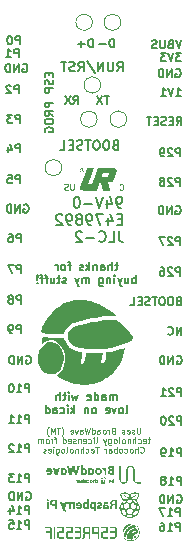
<source format=gbr>
%TF.GenerationSoftware,KiCad,Pcbnew,7.0.7*%
%TF.CreationDate,2023-10-12T13:18:41+07:00*%
%TF.ProjectId,Pico2040-Modular-Rev3-W,5069636f-3230-4343-902d-4d6f64756c61,rev?*%
%TF.SameCoordinates,Original*%
%TF.FileFunction,Legend,Bot*%
%TF.FilePolarity,Positive*%
%FSLAX46Y46*%
G04 Gerber Fmt 4.6, Leading zero omitted, Abs format (unit mm)*
G04 Created by KiCad (PCBNEW 7.0.7) date 2023-10-12 13:18:41*
%MOMM*%
%LPD*%
G01*
G04 APERTURE LIST*
%ADD10C,0.150000*%
%ADD11C,0.175000*%
%ADD12C,0.125000*%
%ADD13C,0.075000*%
%ADD14C,0.160000*%
%ADD15C,0.120000*%
G04 APERTURE END LIST*
D10*
X82644173Y-38884057D02*
X82472744Y-38884057D01*
X82472744Y-38884057D02*
X82387030Y-38841200D01*
X82387030Y-38841200D02*
X82344173Y-38798342D01*
X82344173Y-38798342D02*
X82258458Y-38669771D01*
X82258458Y-38669771D02*
X82215601Y-38498342D01*
X82215601Y-38498342D02*
X82215601Y-38155485D01*
X82215601Y-38155485D02*
X82258458Y-38069771D01*
X82258458Y-38069771D02*
X82301316Y-38026914D01*
X82301316Y-38026914D02*
X82387030Y-37984057D01*
X82387030Y-37984057D02*
X82558458Y-37984057D01*
X82558458Y-37984057D02*
X82644173Y-38026914D01*
X82644173Y-38026914D02*
X82687030Y-38069771D01*
X82687030Y-38069771D02*
X82729887Y-38155485D01*
X82729887Y-38155485D02*
X82729887Y-38369771D01*
X82729887Y-38369771D02*
X82687030Y-38455485D01*
X82687030Y-38455485D02*
X82644173Y-38498342D01*
X82644173Y-38498342D02*
X82558458Y-38541200D01*
X82558458Y-38541200D02*
X82387030Y-38541200D01*
X82387030Y-38541200D02*
X82301316Y-38498342D01*
X82301316Y-38498342D02*
X82258458Y-38455485D01*
X82258458Y-38455485D02*
X82215601Y-38369771D01*
X81444173Y-38284057D02*
X81444173Y-38884057D01*
X81658458Y-37941200D02*
X81872744Y-38584057D01*
X81872744Y-38584057D02*
X81315601Y-38584057D01*
X81101315Y-37984057D02*
X80801315Y-38884057D01*
X80801315Y-38884057D02*
X80501315Y-37984057D01*
X80201315Y-38541200D02*
X79515601Y-38541200D01*
X78915600Y-37984057D02*
X78829886Y-37984057D01*
X78829886Y-37984057D02*
X78744172Y-38026914D01*
X78744172Y-38026914D02*
X78701315Y-38069771D01*
X78701315Y-38069771D02*
X78658457Y-38155485D01*
X78658457Y-38155485D02*
X78615600Y-38326914D01*
X78615600Y-38326914D02*
X78615600Y-38541200D01*
X78615600Y-38541200D02*
X78658457Y-38712628D01*
X78658457Y-38712628D02*
X78701315Y-38798342D01*
X78701315Y-38798342D02*
X78744172Y-38841200D01*
X78744172Y-38841200D02*
X78829886Y-38884057D01*
X78829886Y-38884057D02*
X78915600Y-38884057D01*
X78915600Y-38884057D02*
X79001315Y-38841200D01*
X79001315Y-38841200D02*
X79044172Y-38798342D01*
X79044172Y-38798342D02*
X79087029Y-38712628D01*
X79087029Y-38712628D02*
X79129886Y-38541200D01*
X79129886Y-38541200D02*
X79129886Y-38326914D01*
X79129886Y-38326914D02*
X79087029Y-38155485D01*
X79087029Y-38155485D02*
X79044172Y-38069771D01*
X79044172Y-38069771D02*
X79001315Y-38026914D01*
X79001315Y-38026914D02*
X78915600Y-37984057D01*
X82687030Y-39861628D02*
X82387030Y-39861628D01*
X82258458Y-40333057D02*
X82687030Y-40333057D01*
X82687030Y-40333057D02*
X82687030Y-39433057D01*
X82687030Y-39433057D02*
X82258458Y-39433057D01*
X81487030Y-39733057D02*
X81487030Y-40333057D01*
X81701315Y-39390200D02*
X81915601Y-40033057D01*
X81915601Y-40033057D02*
X81358458Y-40033057D01*
X81101315Y-39433057D02*
X80501315Y-39433057D01*
X80501315Y-39433057D02*
X80887029Y-40333057D01*
X80115601Y-40333057D02*
X79944172Y-40333057D01*
X79944172Y-40333057D02*
X79858458Y-40290200D01*
X79858458Y-40290200D02*
X79815601Y-40247342D01*
X79815601Y-40247342D02*
X79729886Y-40118771D01*
X79729886Y-40118771D02*
X79687029Y-39947342D01*
X79687029Y-39947342D02*
X79687029Y-39604485D01*
X79687029Y-39604485D02*
X79729886Y-39518771D01*
X79729886Y-39518771D02*
X79772744Y-39475914D01*
X79772744Y-39475914D02*
X79858458Y-39433057D01*
X79858458Y-39433057D02*
X80029886Y-39433057D01*
X80029886Y-39433057D02*
X80115601Y-39475914D01*
X80115601Y-39475914D02*
X80158458Y-39518771D01*
X80158458Y-39518771D02*
X80201315Y-39604485D01*
X80201315Y-39604485D02*
X80201315Y-39818771D01*
X80201315Y-39818771D02*
X80158458Y-39904485D01*
X80158458Y-39904485D02*
X80115601Y-39947342D01*
X80115601Y-39947342D02*
X80029886Y-39990200D01*
X80029886Y-39990200D02*
X79858458Y-39990200D01*
X79858458Y-39990200D02*
X79772744Y-39947342D01*
X79772744Y-39947342D02*
X79729886Y-39904485D01*
X79729886Y-39904485D02*
X79687029Y-39818771D01*
X79172743Y-39818771D02*
X79258458Y-39775914D01*
X79258458Y-39775914D02*
X79301315Y-39733057D01*
X79301315Y-39733057D02*
X79344172Y-39647342D01*
X79344172Y-39647342D02*
X79344172Y-39604485D01*
X79344172Y-39604485D02*
X79301315Y-39518771D01*
X79301315Y-39518771D02*
X79258458Y-39475914D01*
X79258458Y-39475914D02*
X79172743Y-39433057D01*
X79172743Y-39433057D02*
X79001315Y-39433057D01*
X79001315Y-39433057D02*
X78915601Y-39475914D01*
X78915601Y-39475914D02*
X78872743Y-39518771D01*
X78872743Y-39518771D02*
X78829886Y-39604485D01*
X78829886Y-39604485D02*
X78829886Y-39647342D01*
X78829886Y-39647342D02*
X78872743Y-39733057D01*
X78872743Y-39733057D02*
X78915601Y-39775914D01*
X78915601Y-39775914D02*
X79001315Y-39818771D01*
X79001315Y-39818771D02*
X79172743Y-39818771D01*
X79172743Y-39818771D02*
X79258458Y-39861628D01*
X79258458Y-39861628D02*
X79301315Y-39904485D01*
X79301315Y-39904485D02*
X79344172Y-39990200D01*
X79344172Y-39990200D02*
X79344172Y-40161628D01*
X79344172Y-40161628D02*
X79301315Y-40247342D01*
X79301315Y-40247342D02*
X79258458Y-40290200D01*
X79258458Y-40290200D02*
X79172743Y-40333057D01*
X79172743Y-40333057D02*
X79001315Y-40333057D01*
X79001315Y-40333057D02*
X78915601Y-40290200D01*
X78915601Y-40290200D02*
X78872743Y-40247342D01*
X78872743Y-40247342D02*
X78829886Y-40161628D01*
X78829886Y-40161628D02*
X78829886Y-39990200D01*
X78829886Y-39990200D02*
X78872743Y-39904485D01*
X78872743Y-39904485D02*
X78915601Y-39861628D01*
X78915601Y-39861628D02*
X79001315Y-39818771D01*
X78401315Y-40333057D02*
X78229886Y-40333057D01*
X78229886Y-40333057D02*
X78144172Y-40290200D01*
X78144172Y-40290200D02*
X78101315Y-40247342D01*
X78101315Y-40247342D02*
X78015600Y-40118771D01*
X78015600Y-40118771D02*
X77972743Y-39947342D01*
X77972743Y-39947342D02*
X77972743Y-39604485D01*
X77972743Y-39604485D02*
X78015600Y-39518771D01*
X78015600Y-39518771D02*
X78058458Y-39475914D01*
X78058458Y-39475914D02*
X78144172Y-39433057D01*
X78144172Y-39433057D02*
X78315600Y-39433057D01*
X78315600Y-39433057D02*
X78401315Y-39475914D01*
X78401315Y-39475914D02*
X78444172Y-39518771D01*
X78444172Y-39518771D02*
X78487029Y-39604485D01*
X78487029Y-39604485D02*
X78487029Y-39818771D01*
X78487029Y-39818771D02*
X78444172Y-39904485D01*
X78444172Y-39904485D02*
X78401315Y-39947342D01*
X78401315Y-39947342D02*
X78315600Y-39990200D01*
X78315600Y-39990200D02*
X78144172Y-39990200D01*
X78144172Y-39990200D02*
X78058458Y-39947342D01*
X78058458Y-39947342D02*
X78015600Y-39904485D01*
X78015600Y-39904485D02*
X77972743Y-39818771D01*
X77629886Y-39518771D02*
X77587029Y-39475914D01*
X77587029Y-39475914D02*
X77501315Y-39433057D01*
X77501315Y-39433057D02*
X77287029Y-39433057D01*
X77287029Y-39433057D02*
X77201315Y-39475914D01*
X77201315Y-39475914D02*
X77158457Y-39518771D01*
X77158457Y-39518771D02*
X77115600Y-39604485D01*
X77115600Y-39604485D02*
X77115600Y-39690200D01*
X77115600Y-39690200D02*
X77158457Y-39818771D01*
X77158457Y-39818771D02*
X77672743Y-40333057D01*
X77672743Y-40333057D02*
X77115600Y-40333057D01*
X82429887Y-40882057D02*
X82429887Y-41524914D01*
X82429887Y-41524914D02*
X82472744Y-41653485D01*
X82472744Y-41653485D02*
X82558458Y-41739200D01*
X82558458Y-41739200D02*
X82687030Y-41782057D01*
X82687030Y-41782057D02*
X82772744Y-41782057D01*
X81572744Y-41782057D02*
X82001316Y-41782057D01*
X82001316Y-41782057D02*
X82001316Y-40882057D01*
X80758459Y-41696342D02*
X80801316Y-41739200D01*
X80801316Y-41739200D02*
X80929888Y-41782057D01*
X80929888Y-41782057D02*
X81015602Y-41782057D01*
X81015602Y-41782057D02*
X81144173Y-41739200D01*
X81144173Y-41739200D02*
X81229888Y-41653485D01*
X81229888Y-41653485D02*
X81272745Y-41567771D01*
X81272745Y-41567771D02*
X81315602Y-41396342D01*
X81315602Y-41396342D02*
X81315602Y-41267771D01*
X81315602Y-41267771D02*
X81272745Y-41096342D01*
X81272745Y-41096342D02*
X81229888Y-41010628D01*
X81229888Y-41010628D02*
X81144173Y-40924914D01*
X81144173Y-40924914D02*
X81015602Y-40882057D01*
X81015602Y-40882057D02*
X80929888Y-40882057D01*
X80929888Y-40882057D02*
X80801316Y-40924914D01*
X80801316Y-40924914D02*
X80758459Y-40967771D01*
X80372745Y-41439200D02*
X79687031Y-41439200D01*
X79301316Y-40967771D02*
X79258459Y-40924914D01*
X79258459Y-40924914D02*
X79172745Y-40882057D01*
X79172745Y-40882057D02*
X78958459Y-40882057D01*
X78958459Y-40882057D02*
X78872745Y-40924914D01*
X78872745Y-40924914D02*
X78829887Y-40967771D01*
X78829887Y-40967771D02*
X78787030Y-41053485D01*
X78787030Y-41053485D02*
X78787030Y-41139200D01*
X78787030Y-41139200D02*
X78829887Y-41267771D01*
X78829887Y-41267771D02*
X79344173Y-41782057D01*
X79344173Y-41782057D02*
X78787030Y-41782057D01*
X74064649Y-34216533D02*
X74064649Y-33516533D01*
X74064649Y-33516533D02*
X73797982Y-33516533D01*
X73797982Y-33516533D02*
X73731316Y-33549866D01*
X73731316Y-33549866D02*
X73697982Y-33583200D01*
X73697982Y-33583200D02*
X73664649Y-33649866D01*
X73664649Y-33649866D02*
X73664649Y-33749866D01*
X73664649Y-33749866D02*
X73697982Y-33816533D01*
X73697982Y-33816533D02*
X73731316Y-33849866D01*
X73731316Y-33849866D02*
X73797982Y-33883200D01*
X73797982Y-33883200D02*
X74064649Y-33883200D01*
X73064649Y-33749866D02*
X73064649Y-34216533D01*
X73231316Y-33483200D02*
X73397982Y-33983200D01*
X73397982Y-33983200D02*
X72964649Y-33983200D01*
D11*
X76500566Y-27459797D02*
X76500566Y-27693131D01*
X76867233Y-27793131D02*
X76867233Y-27459797D01*
X76867233Y-27459797D02*
X76167233Y-27459797D01*
X76167233Y-27459797D02*
X76167233Y-27793131D01*
X76833900Y-28059797D02*
X76867233Y-28159797D01*
X76867233Y-28159797D02*
X76867233Y-28326464D01*
X76867233Y-28326464D02*
X76833900Y-28393130D01*
X76833900Y-28393130D02*
X76800566Y-28426464D01*
X76800566Y-28426464D02*
X76733900Y-28459797D01*
X76733900Y-28459797D02*
X76667233Y-28459797D01*
X76667233Y-28459797D02*
X76600566Y-28426464D01*
X76600566Y-28426464D02*
X76567233Y-28393130D01*
X76567233Y-28393130D02*
X76533900Y-28326464D01*
X76533900Y-28326464D02*
X76500566Y-28193130D01*
X76500566Y-28193130D02*
X76467233Y-28126464D01*
X76467233Y-28126464D02*
X76433900Y-28093130D01*
X76433900Y-28093130D02*
X76367233Y-28059797D01*
X76367233Y-28059797D02*
X76300566Y-28059797D01*
X76300566Y-28059797D02*
X76233900Y-28093130D01*
X76233900Y-28093130D02*
X76200566Y-28126464D01*
X76200566Y-28126464D02*
X76167233Y-28193130D01*
X76167233Y-28193130D02*
X76167233Y-28359797D01*
X76167233Y-28359797D02*
X76200566Y-28459797D01*
X76867233Y-28759797D02*
X76167233Y-28759797D01*
X76167233Y-28759797D02*
X76167233Y-29026464D01*
X76167233Y-29026464D02*
X76200566Y-29093131D01*
X76200566Y-29093131D02*
X76233900Y-29126464D01*
X76233900Y-29126464D02*
X76300566Y-29159797D01*
X76300566Y-29159797D02*
X76400566Y-29159797D01*
X76400566Y-29159797D02*
X76467233Y-29126464D01*
X76467233Y-29126464D02*
X76500566Y-29093131D01*
X76500566Y-29093131D02*
X76533900Y-29026464D01*
X76533900Y-29026464D02*
X76533900Y-28759797D01*
X76867233Y-29993130D02*
X76167233Y-29993130D01*
X76167233Y-29993130D02*
X76167233Y-30259797D01*
X76167233Y-30259797D02*
X76200566Y-30326464D01*
X76200566Y-30326464D02*
X76233900Y-30359797D01*
X76233900Y-30359797D02*
X76300566Y-30393130D01*
X76300566Y-30393130D02*
X76400566Y-30393130D01*
X76400566Y-30393130D02*
X76467233Y-30359797D01*
X76467233Y-30359797D02*
X76500566Y-30326464D01*
X76500566Y-30326464D02*
X76533900Y-30259797D01*
X76533900Y-30259797D02*
X76533900Y-29993130D01*
X76867233Y-31093130D02*
X76533900Y-30859797D01*
X76867233Y-30693130D02*
X76167233Y-30693130D01*
X76167233Y-30693130D02*
X76167233Y-30959797D01*
X76167233Y-30959797D02*
X76200566Y-31026464D01*
X76200566Y-31026464D02*
X76233900Y-31059797D01*
X76233900Y-31059797D02*
X76300566Y-31093130D01*
X76300566Y-31093130D02*
X76400566Y-31093130D01*
X76400566Y-31093130D02*
X76467233Y-31059797D01*
X76467233Y-31059797D02*
X76500566Y-31026464D01*
X76500566Y-31026464D02*
X76533900Y-30959797D01*
X76533900Y-30959797D02*
X76533900Y-30693130D01*
X76167233Y-31526464D02*
X76167233Y-31659797D01*
X76167233Y-31659797D02*
X76200566Y-31726464D01*
X76200566Y-31726464D02*
X76267233Y-31793130D01*
X76267233Y-31793130D02*
X76400566Y-31826464D01*
X76400566Y-31826464D02*
X76633900Y-31826464D01*
X76633900Y-31826464D02*
X76767233Y-31793130D01*
X76767233Y-31793130D02*
X76833900Y-31726464D01*
X76833900Y-31726464D02*
X76867233Y-31659797D01*
X76867233Y-31659797D02*
X76867233Y-31526464D01*
X76867233Y-31526464D02*
X76833900Y-31459797D01*
X76833900Y-31459797D02*
X76767233Y-31393130D01*
X76767233Y-31393130D02*
X76633900Y-31359797D01*
X76633900Y-31359797D02*
X76400566Y-31359797D01*
X76400566Y-31359797D02*
X76267233Y-31393130D01*
X76267233Y-31393130D02*
X76200566Y-31459797D01*
X76200566Y-31459797D02*
X76167233Y-31526464D01*
X76200566Y-32493130D02*
X76167233Y-32426463D01*
X76167233Y-32426463D02*
X76167233Y-32326463D01*
X76167233Y-32326463D02*
X76200566Y-32226463D01*
X76200566Y-32226463D02*
X76267233Y-32159797D01*
X76267233Y-32159797D02*
X76333900Y-32126463D01*
X76333900Y-32126463D02*
X76467233Y-32093130D01*
X76467233Y-32093130D02*
X76567233Y-32093130D01*
X76567233Y-32093130D02*
X76700566Y-32126463D01*
X76700566Y-32126463D02*
X76767233Y-32159797D01*
X76767233Y-32159797D02*
X76833900Y-32226463D01*
X76833900Y-32226463D02*
X76867233Y-32326463D01*
X76867233Y-32326463D02*
X76867233Y-32393130D01*
X76867233Y-32393130D02*
X76833900Y-32493130D01*
X76833900Y-32493130D02*
X76800566Y-32526463D01*
X76800566Y-32526463D02*
X76567233Y-32526463D01*
X76567233Y-32526463D02*
X76567233Y-32393130D01*
D10*
X87634649Y-42056533D02*
X87634649Y-41356533D01*
X87634649Y-41356533D02*
X87367982Y-41356533D01*
X87367982Y-41356533D02*
X87301316Y-41389866D01*
X87301316Y-41389866D02*
X87267982Y-41423200D01*
X87267982Y-41423200D02*
X87234649Y-41489866D01*
X87234649Y-41489866D02*
X87234649Y-41589866D01*
X87234649Y-41589866D02*
X87267982Y-41656533D01*
X87267982Y-41656533D02*
X87301316Y-41689866D01*
X87301316Y-41689866D02*
X87367982Y-41723200D01*
X87367982Y-41723200D02*
X87634649Y-41723200D01*
X86967982Y-41423200D02*
X86934649Y-41389866D01*
X86934649Y-41389866D02*
X86867982Y-41356533D01*
X86867982Y-41356533D02*
X86701316Y-41356533D01*
X86701316Y-41356533D02*
X86634649Y-41389866D01*
X86634649Y-41389866D02*
X86601316Y-41423200D01*
X86601316Y-41423200D02*
X86567982Y-41489866D01*
X86567982Y-41489866D02*
X86567982Y-41556533D01*
X86567982Y-41556533D02*
X86601316Y-41656533D01*
X86601316Y-41656533D02*
X87001316Y-42056533D01*
X87001316Y-42056533D02*
X86567982Y-42056533D01*
X86334649Y-41356533D02*
X85867982Y-41356533D01*
X85867982Y-41356533D02*
X86167982Y-42056533D01*
X74397982Y-38649866D02*
X74464649Y-38616533D01*
X74464649Y-38616533D02*
X74564649Y-38616533D01*
X74564649Y-38616533D02*
X74664649Y-38649866D01*
X74664649Y-38649866D02*
X74731316Y-38716533D01*
X74731316Y-38716533D02*
X74764649Y-38783200D01*
X74764649Y-38783200D02*
X74797982Y-38916533D01*
X74797982Y-38916533D02*
X74797982Y-39016533D01*
X74797982Y-39016533D02*
X74764649Y-39149866D01*
X74764649Y-39149866D02*
X74731316Y-39216533D01*
X74731316Y-39216533D02*
X74664649Y-39283200D01*
X74664649Y-39283200D02*
X74564649Y-39316533D01*
X74564649Y-39316533D02*
X74497982Y-39316533D01*
X74497982Y-39316533D02*
X74397982Y-39283200D01*
X74397982Y-39283200D02*
X74364649Y-39249866D01*
X74364649Y-39249866D02*
X74364649Y-39016533D01*
X74364649Y-39016533D02*
X74497982Y-39016533D01*
X74064649Y-39316533D02*
X74064649Y-38616533D01*
X74064649Y-38616533D02*
X73664649Y-39316533D01*
X73664649Y-39316533D02*
X73664649Y-38616533D01*
X73331316Y-39316533D02*
X73331316Y-38616533D01*
X73331316Y-38616533D02*
X73164649Y-38616533D01*
X73164649Y-38616533D02*
X73064649Y-38649866D01*
X73064649Y-38649866D02*
X72997983Y-38716533D01*
X72997983Y-38716533D02*
X72964649Y-38783200D01*
X72964649Y-38783200D02*
X72931316Y-38916533D01*
X72931316Y-38916533D02*
X72931316Y-39016533D01*
X72931316Y-39016533D02*
X72964649Y-39149866D01*
X72964649Y-39149866D02*
X72997983Y-39216533D01*
X72997983Y-39216533D02*
X73064649Y-39283200D01*
X73064649Y-39283200D02*
X73164649Y-39316533D01*
X73164649Y-39316533D02*
X73331316Y-39316533D01*
X87634649Y-65006533D02*
X87634649Y-64306533D01*
X87634649Y-64306533D02*
X87367982Y-64306533D01*
X87367982Y-64306533D02*
X87301316Y-64339866D01*
X87301316Y-64339866D02*
X87267982Y-64373200D01*
X87267982Y-64373200D02*
X87234649Y-64439866D01*
X87234649Y-64439866D02*
X87234649Y-64539866D01*
X87234649Y-64539866D02*
X87267982Y-64606533D01*
X87267982Y-64606533D02*
X87301316Y-64639866D01*
X87301316Y-64639866D02*
X87367982Y-64673200D01*
X87367982Y-64673200D02*
X87634649Y-64673200D01*
X86567982Y-65006533D02*
X86967982Y-65006533D01*
X86767982Y-65006533D02*
X86767982Y-64306533D01*
X86767982Y-64306533D02*
X86834649Y-64406533D01*
X86834649Y-64406533D02*
X86901316Y-64473200D01*
X86901316Y-64473200D02*
X86967982Y-64506533D01*
X86334649Y-64306533D02*
X85867982Y-64306533D01*
X85867982Y-64306533D02*
X86167982Y-65006533D01*
X87367982Y-63239866D02*
X87434649Y-63206533D01*
X87434649Y-63206533D02*
X87534649Y-63206533D01*
X87534649Y-63206533D02*
X87634649Y-63239866D01*
X87634649Y-63239866D02*
X87701316Y-63306533D01*
X87701316Y-63306533D02*
X87734649Y-63373200D01*
X87734649Y-63373200D02*
X87767982Y-63506533D01*
X87767982Y-63506533D02*
X87767982Y-63606533D01*
X87767982Y-63606533D02*
X87734649Y-63739866D01*
X87734649Y-63739866D02*
X87701316Y-63806533D01*
X87701316Y-63806533D02*
X87634649Y-63873200D01*
X87634649Y-63873200D02*
X87534649Y-63906533D01*
X87534649Y-63906533D02*
X87467982Y-63906533D01*
X87467982Y-63906533D02*
X87367982Y-63873200D01*
X87367982Y-63873200D02*
X87334649Y-63839866D01*
X87334649Y-63839866D02*
X87334649Y-63606533D01*
X87334649Y-63606533D02*
X87467982Y-63606533D01*
X87034649Y-63906533D02*
X87034649Y-63206533D01*
X87034649Y-63206533D02*
X86634649Y-63906533D01*
X86634649Y-63906533D02*
X86634649Y-63206533D01*
X86301316Y-63906533D02*
X86301316Y-63206533D01*
X86301316Y-63206533D02*
X86134649Y-63206533D01*
X86134649Y-63206533D02*
X86034649Y-63239866D01*
X86034649Y-63239866D02*
X85967983Y-63306533D01*
X85967983Y-63306533D02*
X85934649Y-63373200D01*
X85934649Y-63373200D02*
X85901316Y-63506533D01*
X85901316Y-63506533D02*
X85901316Y-63606533D01*
X85901316Y-63606533D02*
X85934649Y-63739866D01*
X85934649Y-63739866D02*
X85967983Y-63806533D01*
X85967983Y-63806533D02*
X86034649Y-63873200D01*
X86034649Y-63873200D02*
X86134649Y-63906533D01*
X86134649Y-63906533D02*
X86301316Y-63906533D01*
D12*
X82523002Y-37344690D02*
X82546811Y-37368500D01*
X82546811Y-37368500D02*
X82618240Y-37392309D01*
X82618240Y-37392309D02*
X82665859Y-37392309D01*
X82665859Y-37392309D02*
X82737287Y-37368500D01*
X82737287Y-37368500D02*
X82784906Y-37320880D01*
X82784906Y-37320880D02*
X82808716Y-37273261D01*
X82808716Y-37273261D02*
X82832525Y-37178023D01*
X82832525Y-37178023D02*
X82832525Y-37106595D01*
X82832525Y-37106595D02*
X82808716Y-37011357D01*
X82808716Y-37011357D02*
X82784906Y-36963738D01*
X82784906Y-36963738D02*
X82737287Y-36916119D01*
X82737287Y-36916119D02*
X82665859Y-36892309D01*
X82665859Y-36892309D02*
X82618240Y-36892309D01*
X82618240Y-36892309D02*
X82546811Y-36916119D01*
X82546811Y-36916119D02*
X82523002Y-36939928D01*
X78618716Y-36882309D02*
X78618716Y-37287071D01*
X78618716Y-37287071D02*
X78594906Y-37334690D01*
X78594906Y-37334690D02*
X78571097Y-37358500D01*
X78571097Y-37358500D02*
X78523478Y-37382309D01*
X78523478Y-37382309D02*
X78428240Y-37382309D01*
X78428240Y-37382309D02*
X78380621Y-37358500D01*
X78380621Y-37358500D02*
X78356811Y-37334690D01*
X78356811Y-37334690D02*
X78333002Y-37287071D01*
X78333002Y-37287071D02*
X78333002Y-36882309D01*
X78118715Y-37358500D02*
X78047287Y-37382309D01*
X78047287Y-37382309D02*
X77928239Y-37382309D01*
X77928239Y-37382309D02*
X77880620Y-37358500D01*
X77880620Y-37358500D02*
X77856811Y-37334690D01*
X77856811Y-37334690D02*
X77833001Y-37287071D01*
X77833001Y-37287071D02*
X77833001Y-37239452D01*
X77833001Y-37239452D02*
X77856811Y-37191833D01*
X77856811Y-37191833D02*
X77880620Y-37168023D01*
X77880620Y-37168023D02*
X77928239Y-37144214D01*
X77928239Y-37144214D02*
X78023477Y-37120404D01*
X78023477Y-37120404D02*
X78071096Y-37096595D01*
X78071096Y-37096595D02*
X78094906Y-37072785D01*
X78094906Y-37072785D02*
X78118715Y-37025166D01*
X78118715Y-37025166D02*
X78118715Y-36977547D01*
X78118715Y-36977547D02*
X78094906Y-36929928D01*
X78094906Y-36929928D02*
X78071096Y-36906119D01*
X78071096Y-36906119D02*
X78023477Y-36882309D01*
X78023477Y-36882309D02*
X77904430Y-36882309D01*
X77904430Y-36882309D02*
X77833001Y-36906119D01*
D10*
X73964649Y-29216533D02*
X73964649Y-28516533D01*
X73964649Y-28516533D02*
X73697982Y-28516533D01*
X73697982Y-28516533D02*
X73631316Y-28549866D01*
X73631316Y-28549866D02*
X73597982Y-28583200D01*
X73597982Y-28583200D02*
X73564649Y-28649866D01*
X73564649Y-28649866D02*
X73564649Y-28749866D01*
X73564649Y-28749866D02*
X73597982Y-28816533D01*
X73597982Y-28816533D02*
X73631316Y-28849866D01*
X73631316Y-28849866D02*
X73697982Y-28883200D01*
X73697982Y-28883200D02*
X73964649Y-28883200D01*
X73297982Y-28583200D02*
X73264649Y-28549866D01*
X73264649Y-28549866D02*
X73197982Y-28516533D01*
X73197982Y-28516533D02*
X73031316Y-28516533D01*
X73031316Y-28516533D02*
X72964649Y-28549866D01*
X72964649Y-28549866D02*
X72931316Y-28583200D01*
X72931316Y-28583200D02*
X72897982Y-28649866D01*
X72897982Y-28649866D02*
X72897982Y-28716533D01*
X72897982Y-28716533D02*
X72931316Y-28816533D01*
X72931316Y-28816533D02*
X73331316Y-29216533D01*
X73331316Y-29216533D02*
X72897982Y-29216533D01*
X87634649Y-44656533D02*
X87634649Y-43956533D01*
X87634649Y-43956533D02*
X87367982Y-43956533D01*
X87367982Y-43956533D02*
X87301316Y-43989866D01*
X87301316Y-43989866D02*
X87267982Y-44023200D01*
X87267982Y-44023200D02*
X87234649Y-44089866D01*
X87234649Y-44089866D02*
X87234649Y-44189866D01*
X87234649Y-44189866D02*
X87267982Y-44256533D01*
X87267982Y-44256533D02*
X87301316Y-44289866D01*
X87301316Y-44289866D02*
X87367982Y-44323200D01*
X87367982Y-44323200D02*
X87634649Y-44323200D01*
X86967982Y-44023200D02*
X86934649Y-43989866D01*
X86934649Y-43989866D02*
X86867982Y-43956533D01*
X86867982Y-43956533D02*
X86701316Y-43956533D01*
X86701316Y-43956533D02*
X86634649Y-43989866D01*
X86634649Y-43989866D02*
X86601316Y-44023200D01*
X86601316Y-44023200D02*
X86567982Y-44089866D01*
X86567982Y-44089866D02*
X86567982Y-44156533D01*
X86567982Y-44156533D02*
X86601316Y-44256533D01*
X86601316Y-44256533D02*
X87001316Y-44656533D01*
X87001316Y-44656533D02*
X86567982Y-44656533D01*
X85967982Y-43956533D02*
X86101315Y-43956533D01*
X86101315Y-43956533D02*
X86167982Y-43989866D01*
X86167982Y-43989866D02*
X86201315Y-44023200D01*
X86201315Y-44023200D02*
X86267982Y-44123200D01*
X86267982Y-44123200D02*
X86301315Y-44256533D01*
X86301315Y-44256533D02*
X86301315Y-44523200D01*
X86301315Y-44523200D02*
X86267982Y-44589866D01*
X86267982Y-44589866D02*
X86234649Y-44623200D01*
X86234649Y-44623200D02*
X86167982Y-44656533D01*
X86167982Y-44656533D02*
X86034649Y-44656533D01*
X86034649Y-44656533D02*
X85967982Y-44623200D01*
X85967982Y-44623200D02*
X85934649Y-44589866D01*
X85934649Y-44589866D02*
X85901315Y-44523200D01*
X85901315Y-44523200D02*
X85901315Y-44356533D01*
X85901315Y-44356533D02*
X85934649Y-44289866D01*
X85934649Y-44289866D02*
X85967982Y-44256533D01*
X85967982Y-44256533D02*
X86034649Y-44223200D01*
X86034649Y-44223200D02*
X86167982Y-44223200D01*
X86167982Y-44223200D02*
X86234649Y-44256533D01*
X86234649Y-44256533D02*
X86267982Y-44289866D01*
X86267982Y-44289866D02*
X86301315Y-44356533D01*
X74164649Y-47016533D02*
X74164649Y-46316533D01*
X74164649Y-46316533D02*
X73897982Y-46316533D01*
X73897982Y-46316533D02*
X73831316Y-46349866D01*
X73831316Y-46349866D02*
X73797982Y-46383200D01*
X73797982Y-46383200D02*
X73764649Y-46449866D01*
X73764649Y-46449866D02*
X73764649Y-46549866D01*
X73764649Y-46549866D02*
X73797982Y-46616533D01*
X73797982Y-46616533D02*
X73831316Y-46649866D01*
X73831316Y-46649866D02*
X73897982Y-46683200D01*
X73897982Y-46683200D02*
X74164649Y-46683200D01*
X73364649Y-46616533D02*
X73431316Y-46583200D01*
X73431316Y-46583200D02*
X73464649Y-46549866D01*
X73464649Y-46549866D02*
X73497982Y-46483200D01*
X73497982Y-46483200D02*
X73497982Y-46449866D01*
X73497982Y-46449866D02*
X73464649Y-46383200D01*
X73464649Y-46383200D02*
X73431316Y-46349866D01*
X73431316Y-46349866D02*
X73364649Y-46316533D01*
X73364649Y-46316533D02*
X73231316Y-46316533D01*
X73231316Y-46316533D02*
X73164649Y-46349866D01*
X73164649Y-46349866D02*
X73131316Y-46383200D01*
X73131316Y-46383200D02*
X73097982Y-46449866D01*
X73097982Y-46449866D02*
X73097982Y-46483200D01*
X73097982Y-46483200D02*
X73131316Y-46549866D01*
X73131316Y-46549866D02*
X73164649Y-46583200D01*
X73164649Y-46583200D02*
X73231316Y-46616533D01*
X73231316Y-46616533D02*
X73364649Y-46616533D01*
X73364649Y-46616533D02*
X73431316Y-46649866D01*
X73431316Y-46649866D02*
X73464649Y-46683200D01*
X73464649Y-46683200D02*
X73497982Y-46749866D01*
X73497982Y-46749866D02*
X73497982Y-46883200D01*
X73497982Y-46883200D02*
X73464649Y-46949866D01*
X73464649Y-46949866D02*
X73431316Y-46983200D01*
X73431316Y-46983200D02*
X73364649Y-47016533D01*
X73364649Y-47016533D02*
X73231316Y-47016533D01*
X73231316Y-47016533D02*
X73164649Y-46983200D01*
X73164649Y-46983200D02*
X73131316Y-46949866D01*
X73131316Y-46949866D02*
X73097982Y-46883200D01*
X73097982Y-46883200D02*
X73097982Y-46749866D01*
X73097982Y-46749866D02*
X73131316Y-46683200D01*
X73131316Y-46683200D02*
X73164649Y-46649866D01*
X73164649Y-46649866D02*
X73231316Y-46616533D01*
X87734649Y-54856533D02*
X87734649Y-54156533D01*
X87734649Y-54156533D02*
X87467982Y-54156533D01*
X87467982Y-54156533D02*
X87401316Y-54189866D01*
X87401316Y-54189866D02*
X87367982Y-54223200D01*
X87367982Y-54223200D02*
X87334649Y-54289866D01*
X87334649Y-54289866D02*
X87334649Y-54389866D01*
X87334649Y-54389866D02*
X87367982Y-54456533D01*
X87367982Y-54456533D02*
X87401316Y-54489866D01*
X87401316Y-54489866D02*
X87467982Y-54523200D01*
X87467982Y-54523200D02*
X87734649Y-54523200D01*
X87067982Y-54223200D02*
X87034649Y-54189866D01*
X87034649Y-54189866D02*
X86967982Y-54156533D01*
X86967982Y-54156533D02*
X86801316Y-54156533D01*
X86801316Y-54156533D02*
X86734649Y-54189866D01*
X86734649Y-54189866D02*
X86701316Y-54223200D01*
X86701316Y-54223200D02*
X86667982Y-54289866D01*
X86667982Y-54289866D02*
X86667982Y-54356533D01*
X86667982Y-54356533D02*
X86701316Y-54456533D01*
X86701316Y-54456533D02*
X87101316Y-54856533D01*
X87101316Y-54856533D02*
X86667982Y-54856533D01*
X86001315Y-54856533D02*
X86401315Y-54856533D01*
X86201315Y-54856533D02*
X86201315Y-54156533D01*
X86201315Y-54156533D02*
X86267982Y-54256533D01*
X86267982Y-54256533D02*
X86334649Y-54323200D01*
X86334649Y-54323200D02*
X86401315Y-54356533D01*
X87734649Y-62356533D02*
X87734649Y-61656533D01*
X87734649Y-61656533D02*
X87467982Y-61656533D01*
X87467982Y-61656533D02*
X87401316Y-61689866D01*
X87401316Y-61689866D02*
X87367982Y-61723200D01*
X87367982Y-61723200D02*
X87334649Y-61789866D01*
X87334649Y-61789866D02*
X87334649Y-61889866D01*
X87334649Y-61889866D02*
X87367982Y-61956533D01*
X87367982Y-61956533D02*
X87401316Y-61989866D01*
X87401316Y-61989866D02*
X87467982Y-62023200D01*
X87467982Y-62023200D02*
X87734649Y-62023200D01*
X86667982Y-62356533D02*
X87067982Y-62356533D01*
X86867982Y-62356533D02*
X86867982Y-61656533D01*
X86867982Y-61656533D02*
X86934649Y-61756533D01*
X86934649Y-61756533D02*
X87001316Y-61823200D01*
X87001316Y-61823200D02*
X87067982Y-61856533D01*
X86267982Y-61956533D02*
X86334649Y-61923200D01*
X86334649Y-61923200D02*
X86367982Y-61889866D01*
X86367982Y-61889866D02*
X86401315Y-61823200D01*
X86401315Y-61823200D02*
X86401315Y-61789866D01*
X86401315Y-61789866D02*
X86367982Y-61723200D01*
X86367982Y-61723200D02*
X86334649Y-61689866D01*
X86334649Y-61689866D02*
X86267982Y-61656533D01*
X86267982Y-61656533D02*
X86134649Y-61656533D01*
X86134649Y-61656533D02*
X86067982Y-61689866D01*
X86067982Y-61689866D02*
X86034649Y-61723200D01*
X86034649Y-61723200D02*
X86001315Y-61789866D01*
X86001315Y-61789866D02*
X86001315Y-61823200D01*
X86001315Y-61823200D02*
X86034649Y-61889866D01*
X86034649Y-61889866D02*
X86067982Y-61923200D01*
X86067982Y-61923200D02*
X86134649Y-61956533D01*
X86134649Y-61956533D02*
X86267982Y-61956533D01*
X86267982Y-61956533D02*
X86334649Y-61989866D01*
X86334649Y-61989866D02*
X86367982Y-62023200D01*
X86367982Y-62023200D02*
X86401315Y-62089866D01*
X86401315Y-62089866D02*
X86401315Y-62223200D01*
X86401315Y-62223200D02*
X86367982Y-62289866D01*
X86367982Y-62289866D02*
X86334649Y-62323200D01*
X86334649Y-62323200D02*
X86267982Y-62356533D01*
X86267982Y-62356533D02*
X86134649Y-62356533D01*
X86134649Y-62356533D02*
X86067982Y-62323200D01*
X86067982Y-62323200D02*
X86034649Y-62289866D01*
X86034649Y-62289866D02*
X86001315Y-62223200D01*
X86001315Y-62223200D02*
X86001315Y-62089866D01*
X86001315Y-62089866D02*
X86034649Y-62023200D01*
X86034649Y-62023200D02*
X86067982Y-61989866D01*
X86067982Y-61989866D02*
X86134649Y-61956533D01*
X87701316Y-25806533D02*
X87267982Y-25806533D01*
X87267982Y-25806533D02*
X87501316Y-26073200D01*
X87501316Y-26073200D02*
X87401316Y-26073200D01*
X87401316Y-26073200D02*
X87334649Y-26106533D01*
X87334649Y-26106533D02*
X87301316Y-26139866D01*
X87301316Y-26139866D02*
X87267982Y-26206533D01*
X87267982Y-26206533D02*
X87267982Y-26373200D01*
X87267982Y-26373200D02*
X87301316Y-26439866D01*
X87301316Y-26439866D02*
X87334649Y-26473200D01*
X87334649Y-26473200D02*
X87401316Y-26506533D01*
X87401316Y-26506533D02*
X87601316Y-26506533D01*
X87601316Y-26506533D02*
X87667982Y-26473200D01*
X87667982Y-26473200D02*
X87701316Y-26439866D01*
X87067982Y-25806533D02*
X86834649Y-26506533D01*
X86834649Y-26506533D02*
X86601315Y-25806533D01*
X86434649Y-25806533D02*
X86001315Y-25806533D01*
X86001315Y-25806533D02*
X86234649Y-26073200D01*
X86234649Y-26073200D02*
X86134649Y-26073200D01*
X86134649Y-26073200D02*
X86067982Y-26106533D01*
X86067982Y-26106533D02*
X86034649Y-26139866D01*
X86034649Y-26139866D02*
X86001315Y-26206533D01*
X86001315Y-26206533D02*
X86001315Y-26373200D01*
X86001315Y-26373200D02*
X86034649Y-26439866D01*
X86034649Y-26439866D02*
X86067982Y-26473200D01*
X86067982Y-26473200D02*
X86134649Y-26506533D01*
X86134649Y-26506533D02*
X86334649Y-26506533D01*
X86334649Y-26506533D02*
X86401315Y-26473200D01*
X86401315Y-26473200D02*
X86434649Y-26439866D01*
X87734649Y-49656533D02*
X87734649Y-48956533D01*
X87734649Y-48956533D02*
X87334649Y-49656533D01*
X87334649Y-49656533D02*
X87334649Y-48956533D01*
X86601316Y-49589866D02*
X86634649Y-49623200D01*
X86634649Y-49623200D02*
X86734649Y-49656533D01*
X86734649Y-49656533D02*
X86801316Y-49656533D01*
X86801316Y-49656533D02*
X86901316Y-49623200D01*
X86901316Y-49623200D02*
X86967983Y-49556533D01*
X86967983Y-49556533D02*
X87001316Y-49489866D01*
X87001316Y-49489866D02*
X87034649Y-49356533D01*
X87034649Y-49356533D02*
X87034649Y-49256533D01*
X87034649Y-49256533D02*
X87001316Y-49123200D01*
X87001316Y-49123200D02*
X86967983Y-49056533D01*
X86967983Y-49056533D02*
X86901316Y-48989866D01*
X86901316Y-48989866D02*
X86801316Y-48956533D01*
X86801316Y-48956533D02*
X86734649Y-48956533D01*
X86734649Y-48956533D02*
X86634649Y-48989866D01*
X86634649Y-48989866D02*
X86601316Y-49023200D01*
X82034649Y-25306533D02*
X82034649Y-24606533D01*
X82034649Y-24606533D02*
X81867982Y-24606533D01*
X81867982Y-24606533D02*
X81767982Y-24639866D01*
X81767982Y-24639866D02*
X81701316Y-24706533D01*
X81701316Y-24706533D02*
X81667982Y-24773200D01*
X81667982Y-24773200D02*
X81634649Y-24906533D01*
X81634649Y-24906533D02*
X81634649Y-25006533D01*
X81634649Y-25006533D02*
X81667982Y-25139866D01*
X81667982Y-25139866D02*
X81701316Y-25206533D01*
X81701316Y-25206533D02*
X81767982Y-25273200D01*
X81767982Y-25273200D02*
X81867982Y-25306533D01*
X81867982Y-25306533D02*
X82034649Y-25306533D01*
X81334649Y-25039866D02*
X80801316Y-25039866D01*
X87501316Y-46789866D02*
X87401316Y-46823200D01*
X87401316Y-46823200D02*
X87367982Y-46856533D01*
X87367982Y-46856533D02*
X87334649Y-46923200D01*
X87334649Y-46923200D02*
X87334649Y-47023200D01*
X87334649Y-47023200D02*
X87367982Y-47089866D01*
X87367982Y-47089866D02*
X87401316Y-47123200D01*
X87401316Y-47123200D02*
X87467982Y-47156533D01*
X87467982Y-47156533D02*
X87734649Y-47156533D01*
X87734649Y-47156533D02*
X87734649Y-46456533D01*
X87734649Y-46456533D02*
X87501316Y-46456533D01*
X87501316Y-46456533D02*
X87434649Y-46489866D01*
X87434649Y-46489866D02*
X87401316Y-46523200D01*
X87401316Y-46523200D02*
X87367982Y-46589866D01*
X87367982Y-46589866D02*
X87367982Y-46656533D01*
X87367982Y-46656533D02*
X87401316Y-46723200D01*
X87401316Y-46723200D02*
X87434649Y-46756533D01*
X87434649Y-46756533D02*
X87501316Y-46789866D01*
X87501316Y-46789866D02*
X87734649Y-46789866D01*
X86901316Y-46456533D02*
X86767982Y-46456533D01*
X86767982Y-46456533D02*
X86701316Y-46489866D01*
X86701316Y-46489866D02*
X86634649Y-46556533D01*
X86634649Y-46556533D02*
X86601316Y-46689866D01*
X86601316Y-46689866D02*
X86601316Y-46923200D01*
X86601316Y-46923200D02*
X86634649Y-47056533D01*
X86634649Y-47056533D02*
X86701316Y-47123200D01*
X86701316Y-47123200D02*
X86767982Y-47156533D01*
X86767982Y-47156533D02*
X86901316Y-47156533D01*
X86901316Y-47156533D02*
X86967982Y-47123200D01*
X86967982Y-47123200D02*
X87034649Y-47056533D01*
X87034649Y-47056533D02*
X87067982Y-46923200D01*
X87067982Y-46923200D02*
X87067982Y-46689866D01*
X87067982Y-46689866D02*
X87034649Y-46556533D01*
X87034649Y-46556533D02*
X86967982Y-46489866D01*
X86967982Y-46489866D02*
X86901316Y-46456533D01*
X86167983Y-46456533D02*
X86034649Y-46456533D01*
X86034649Y-46456533D02*
X85967983Y-46489866D01*
X85967983Y-46489866D02*
X85901316Y-46556533D01*
X85901316Y-46556533D02*
X85867983Y-46689866D01*
X85867983Y-46689866D02*
X85867983Y-46923200D01*
X85867983Y-46923200D02*
X85901316Y-47056533D01*
X85901316Y-47056533D02*
X85967983Y-47123200D01*
X85967983Y-47123200D02*
X86034649Y-47156533D01*
X86034649Y-47156533D02*
X86167983Y-47156533D01*
X86167983Y-47156533D02*
X86234649Y-47123200D01*
X86234649Y-47123200D02*
X86301316Y-47056533D01*
X86301316Y-47056533D02*
X86334649Y-46923200D01*
X86334649Y-46923200D02*
X86334649Y-46689866D01*
X86334649Y-46689866D02*
X86301316Y-46556533D01*
X86301316Y-46556533D02*
X86234649Y-46489866D01*
X86234649Y-46489866D02*
X86167983Y-46456533D01*
X85667983Y-46456533D02*
X85267983Y-46456533D01*
X85467983Y-47156533D02*
X85467983Y-46456533D01*
X85067983Y-47123200D02*
X84967983Y-47156533D01*
X84967983Y-47156533D02*
X84801317Y-47156533D01*
X84801317Y-47156533D02*
X84734650Y-47123200D01*
X84734650Y-47123200D02*
X84701317Y-47089866D01*
X84701317Y-47089866D02*
X84667983Y-47023200D01*
X84667983Y-47023200D02*
X84667983Y-46956533D01*
X84667983Y-46956533D02*
X84701317Y-46889866D01*
X84701317Y-46889866D02*
X84734650Y-46856533D01*
X84734650Y-46856533D02*
X84801317Y-46823200D01*
X84801317Y-46823200D02*
X84934650Y-46789866D01*
X84934650Y-46789866D02*
X85001317Y-46756533D01*
X85001317Y-46756533D02*
X85034650Y-46723200D01*
X85034650Y-46723200D02*
X85067983Y-46656533D01*
X85067983Y-46656533D02*
X85067983Y-46589866D01*
X85067983Y-46589866D02*
X85034650Y-46523200D01*
X85034650Y-46523200D02*
X85001317Y-46489866D01*
X85001317Y-46489866D02*
X84934650Y-46456533D01*
X84934650Y-46456533D02*
X84767983Y-46456533D01*
X84767983Y-46456533D02*
X84667983Y-46489866D01*
X84367983Y-46789866D02*
X84134650Y-46789866D01*
X84034650Y-47156533D02*
X84367983Y-47156533D01*
X84367983Y-47156533D02*
X84367983Y-46456533D01*
X84367983Y-46456533D02*
X84034650Y-46456533D01*
X83401317Y-47156533D02*
X83734650Y-47156533D01*
X83734650Y-47156533D02*
X83734650Y-46456533D01*
X74864649Y-59616533D02*
X74864649Y-58916533D01*
X74864649Y-58916533D02*
X74597982Y-58916533D01*
X74597982Y-58916533D02*
X74531316Y-58949866D01*
X74531316Y-58949866D02*
X74497982Y-58983200D01*
X74497982Y-58983200D02*
X74464649Y-59049866D01*
X74464649Y-59049866D02*
X74464649Y-59149866D01*
X74464649Y-59149866D02*
X74497982Y-59216533D01*
X74497982Y-59216533D02*
X74531316Y-59249866D01*
X74531316Y-59249866D02*
X74597982Y-59283200D01*
X74597982Y-59283200D02*
X74864649Y-59283200D01*
X73797982Y-59616533D02*
X74197982Y-59616533D01*
X73997982Y-59616533D02*
X73997982Y-58916533D01*
X73997982Y-58916533D02*
X74064649Y-59016533D01*
X74064649Y-59016533D02*
X74131316Y-59083200D01*
X74131316Y-59083200D02*
X74197982Y-59116533D01*
X73531315Y-58983200D02*
X73497982Y-58949866D01*
X73497982Y-58949866D02*
X73431315Y-58916533D01*
X73431315Y-58916533D02*
X73264649Y-58916533D01*
X73264649Y-58916533D02*
X73197982Y-58949866D01*
X73197982Y-58949866D02*
X73164649Y-58983200D01*
X73164649Y-58983200D02*
X73131315Y-59049866D01*
X73131315Y-59049866D02*
X73131315Y-59116533D01*
X73131315Y-59116533D02*
X73164649Y-59216533D01*
X73164649Y-59216533D02*
X73564649Y-59616533D01*
X73564649Y-59616533D02*
X73131315Y-59616533D01*
D13*
X84252380Y-57524909D02*
X84252380Y-57929671D01*
X84252380Y-57929671D02*
X84228570Y-57977290D01*
X84228570Y-57977290D02*
X84204761Y-58001100D01*
X84204761Y-58001100D02*
X84157142Y-58024909D01*
X84157142Y-58024909D02*
X84061904Y-58024909D01*
X84061904Y-58024909D02*
X84014285Y-58001100D01*
X84014285Y-58001100D02*
X83990475Y-57977290D01*
X83990475Y-57977290D02*
X83966666Y-57929671D01*
X83966666Y-57929671D02*
X83966666Y-57524909D01*
X83752379Y-58001100D02*
X83704760Y-58024909D01*
X83704760Y-58024909D02*
X83609522Y-58024909D01*
X83609522Y-58024909D02*
X83561903Y-58001100D01*
X83561903Y-58001100D02*
X83538094Y-57953480D01*
X83538094Y-57953480D02*
X83538094Y-57929671D01*
X83538094Y-57929671D02*
X83561903Y-57882052D01*
X83561903Y-57882052D02*
X83609522Y-57858242D01*
X83609522Y-57858242D02*
X83680951Y-57858242D01*
X83680951Y-57858242D02*
X83728570Y-57834433D01*
X83728570Y-57834433D02*
X83752379Y-57786814D01*
X83752379Y-57786814D02*
X83752379Y-57763004D01*
X83752379Y-57763004D02*
X83728570Y-57715385D01*
X83728570Y-57715385D02*
X83680951Y-57691576D01*
X83680951Y-57691576D02*
X83609522Y-57691576D01*
X83609522Y-57691576D02*
X83561903Y-57715385D01*
X83133332Y-58001100D02*
X83180951Y-58024909D01*
X83180951Y-58024909D02*
X83276189Y-58024909D01*
X83276189Y-58024909D02*
X83323808Y-58001100D01*
X83323808Y-58001100D02*
X83347617Y-57953480D01*
X83347617Y-57953480D02*
X83347617Y-57763004D01*
X83347617Y-57763004D02*
X83323808Y-57715385D01*
X83323808Y-57715385D02*
X83276189Y-57691576D01*
X83276189Y-57691576D02*
X83180951Y-57691576D01*
X83180951Y-57691576D02*
X83133332Y-57715385D01*
X83133332Y-57715385D02*
X83109522Y-57763004D01*
X83109522Y-57763004D02*
X83109522Y-57810623D01*
X83109522Y-57810623D02*
X83347617Y-57858242D01*
X82919046Y-58001100D02*
X82871427Y-58024909D01*
X82871427Y-58024909D02*
X82776189Y-58024909D01*
X82776189Y-58024909D02*
X82728570Y-58001100D01*
X82728570Y-58001100D02*
X82704761Y-57953480D01*
X82704761Y-57953480D02*
X82704761Y-57929671D01*
X82704761Y-57929671D02*
X82728570Y-57882052D01*
X82728570Y-57882052D02*
X82776189Y-57858242D01*
X82776189Y-57858242D02*
X82847618Y-57858242D01*
X82847618Y-57858242D02*
X82895237Y-57834433D01*
X82895237Y-57834433D02*
X82919046Y-57786814D01*
X82919046Y-57786814D02*
X82919046Y-57763004D01*
X82919046Y-57763004D02*
X82895237Y-57715385D01*
X82895237Y-57715385D02*
X82847618Y-57691576D01*
X82847618Y-57691576D02*
X82776189Y-57691576D01*
X82776189Y-57691576D02*
X82728570Y-57715385D01*
X81942856Y-57763004D02*
X81871428Y-57786814D01*
X81871428Y-57786814D02*
X81847618Y-57810623D01*
X81847618Y-57810623D02*
X81823809Y-57858242D01*
X81823809Y-57858242D02*
X81823809Y-57929671D01*
X81823809Y-57929671D02*
X81847618Y-57977290D01*
X81847618Y-57977290D02*
X81871428Y-58001100D01*
X81871428Y-58001100D02*
X81919047Y-58024909D01*
X81919047Y-58024909D02*
X82109523Y-58024909D01*
X82109523Y-58024909D02*
X82109523Y-57524909D01*
X82109523Y-57524909D02*
X81942856Y-57524909D01*
X81942856Y-57524909D02*
X81895237Y-57548719D01*
X81895237Y-57548719D02*
X81871428Y-57572528D01*
X81871428Y-57572528D02*
X81847618Y-57620147D01*
X81847618Y-57620147D02*
X81847618Y-57667766D01*
X81847618Y-57667766D02*
X81871428Y-57715385D01*
X81871428Y-57715385D02*
X81895237Y-57739195D01*
X81895237Y-57739195D02*
X81942856Y-57763004D01*
X81942856Y-57763004D02*
X82109523Y-57763004D01*
X81609523Y-58024909D02*
X81609523Y-57691576D01*
X81609523Y-57786814D02*
X81585713Y-57739195D01*
X81585713Y-57739195D02*
X81561904Y-57715385D01*
X81561904Y-57715385D02*
X81514285Y-57691576D01*
X81514285Y-57691576D02*
X81466666Y-57691576D01*
X81228570Y-58024909D02*
X81276189Y-58001100D01*
X81276189Y-58001100D02*
X81299999Y-57977290D01*
X81299999Y-57977290D02*
X81323808Y-57929671D01*
X81323808Y-57929671D02*
X81323808Y-57786814D01*
X81323808Y-57786814D02*
X81299999Y-57739195D01*
X81299999Y-57739195D02*
X81276189Y-57715385D01*
X81276189Y-57715385D02*
X81228570Y-57691576D01*
X81228570Y-57691576D02*
X81157142Y-57691576D01*
X81157142Y-57691576D02*
X81109523Y-57715385D01*
X81109523Y-57715385D02*
X81085713Y-57739195D01*
X81085713Y-57739195D02*
X81061904Y-57786814D01*
X81061904Y-57786814D02*
X81061904Y-57929671D01*
X81061904Y-57929671D02*
X81085713Y-57977290D01*
X81085713Y-57977290D02*
X81109523Y-58001100D01*
X81109523Y-58001100D02*
X81157142Y-58024909D01*
X81157142Y-58024909D02*
X81228570Y-58024909D01*
X80633332Y-58024909D02*
X80633332Y-57763004D01*
X80633332Y-57763004D02*
X80657142Y-57715385D01*
X80657142Y-57715385D02*
X80704761Y-57691576D01*
X80704761Y-57691576D02*
X80799999Y-57691576D01*
X80799999Y-57691576D02*
X80847618Y-57715385D01*
X80633332Y-58001100D02*
X80680951Y-58024909D01*
X80680951Y-58024909D02*
X80799999Y-58024909D01*
X80799999Y-58024909D02*
X80847618Y-58001100D01*
X80847618Y-58001100D02*
X80871427Y-57953480D01*
X80871427Y-57953480D02*
X80871427Y-57905861D01*
X80871427Y-57905861D02*
X80847618Y-57858242D01*
X80847618Y-57858242D02*
X80799999Y-57834433D01*
X80799999Y-57834433D02*
X80680951Y-57834433D01*
X80680951Y-57834433D02*
X80633332Y-57810623D01*
X80180951Y-58024909D02*
X80180951Y-57524909D01*
X80180951Y-58001100D02*
X80228570Y-58024909D01*
X80228570Y-58024909D02*
X80323808Y-58024909D01*
X80323808Y-58024909D02*
X80371427Y-58001100D01*
X80371427Y-58001100D02*
X80395237Y-57977290D01*
X80395237Y-57977290D02*
X80419046Y-57929671D01*
X80419046Y-57929671D02*
X80419046Y-57786814D01*
X80419046Y-57786814D02*
X80395237Y-57739195D01*
X80395237Y-57739195D02*
X80371427Y-57715385D01*
X80371427Y-57715385D02*
X80323808Y-57691576D01*
X80323808Y-57691576D02*
X80228570Y-57691576D01*
X80228570Y-57691576D02*
X80180951Y-57715385D01*
X79990475Y-57524909D02*
X79871427Y-58024909D01*
X79871427Y-58024909D02*
X79776189Y-57667766D01*
X79776189Y-57667766D02*
X79680951Y-58024909D01*
X79680951Y-58024909D02*
X79561904Y-57524909D01*
X79157141Y-58024909D02*
X79157141Y-57763004D01*
X79157141Y-57763004D02*
X79180951Y-57715385D01*
X79180951Y-57715385D02*
X79228570Y-57691576D01*
X79228570Y-57691576D02*
X79323808Y-57691576D01*
X79323808Y-57691576D02*
X79371427Y-57715385D01*
X79157141Y-58001100D02*
X79204760Y-58024909D01*
X79204760Y-58024909D02*
X79323808Y-58024909D01*
X79323808Y-58024909D02*
X79371427Y-58001100D01*
X79371427Y-58001100D02*
X79395236Y-57953480D01*
X79395236Y-57953480D02*
X79395236Y-57905861D01*
X79395236Y-57905861D02*
X79371427Y-57858242D01*
X79371427Y-57858242D02*
X79323808Y-57834433D01*
X79323808Y-57834433D02*
X79204760Y-57834433D01*
X79204760Y-57834433D02*
X79157141Y-57810623D01*
X78966665Y-57691576D02*
X78847617Y-58024909D01*
X78847617Y-58024909D02*
X78728570Y-57691576D01*
X78347618Y-58001100D02*
X78395237Y-58024909D01*
X78395237Y-58024909D02*
X78490475Y-58024909D01*
X78490475Y-58024909D02*
X78538094Y-58001100D01*
X78538094Y-58001100D02*
X78561903Y-57953480D01*
X78561903Y-57953480D02*
X78561903Y-57763004D01*
X78561903Y-57763004D02*
X78538094Y-57715385D01*
X78538094Y-57715385D02*
X78490475Y-57691576D01*
X78490475Y-57691576D02*
X78395237Y-57691576D01*
X78395237Y-57691576D02*
X78347618Y-57715385D01*
X78347618Y-57715385D02*
X78323808Y-57763004D01*
X78323808Y-57763004D02*
X78323808Y-57810623D01*
X78323808Y-57810623D02*
X78561903Y-57858242D01*
X77585714Y-58215385D02*
X77609523Y-58191576D01*
X77609523Y-58191576D02*
X77657142Y-58120147D01*
X77657142Y-58120147D02*
X77680952Y-58072528D01*
X77680952Y-58072528D02*
X77704761Y-58001100D01*
X77704761Y-58001100D02*
X77728571Y-57882052D01*
X77728571Y-57882052D02*
X77728571Y-57786814D01*
X77728571Y-57786814D02*
X77704761Y-57667766D01*
X77704761Y-57667766D02*
X77680952Y-57596338D01*
X77680952Y-57596338D02*
X77657142Y-57548719D01*
X77657142Y-57548719D02*
X77609523Y-57477290D01*
X77609523Y-57477290D02*
X77585714Y-57453480D01*
X77466666Y-57524909D02*
X77180952Y-57524909D01*
X77323809Y-58024909D02*
X77323809Y-57524909D01*
X77014286Y-58024909D02*
X77014286Y-57524909D01*
X77014286Y-57524909D02*
X76847619Y-57882052D01*
X76847619Y-57882052D02*
X76680953Y-57524909D01*
X76680953Y-57524909D02*
X76680953Y-58024909D01*
X76490476Y-58215385D02*
X76466666Y-58191576D01*
X76466666Y-58191576D02*
X76419047Y-58120147D01*
X76419047Y-58120147D02*
X76395238Y-58072528D01*
X76395238Y-58072528D02*
X76371428Y-58001100D01*
X76371428Y-58001100D02*
X76347619Y-57882052D01*
X76347619Y-57882052D02*
X76347619Y-57786814D01*
X76347619Y-57786814D02*
X76371428Y-57667766D01*
X76371428Y-57667766D02*
X76395238Y-57596338D01*
X76395238Y-57596338D02*
X76419047Y-57548719D01*
X76419047Y-57548719D02*
X76466666Y-57477290D01*
X76466666Y-57477290D02*
X76490476Y-57453480D01*
X85061902Y-58496576D02*
X84871426Y-58496576D01*
X84990474Y-58329909D02*
X84990474Y-58758480D01*
X84990474Y-58758480D02*
X84966664Y-58806100D01*
X84966664Y-58806100D02*
X84919045Y-58829909D01*
X84919045Y-58829909D02*
X84871426Y-58829909D01*
X84514284Y-58806100D02*
X84561903Y-58829909D01*
X84561903Y-58829909D02*
X84657141Y-58829909D01*
X84657141Y-58829909D02*
X84704760Y-58806100D01*
X84704760Y-58806100D02*
X84728569Y-58758480D01*
X84728569Y-58758480D02*
X84728569Y-58568004D01*
X84728569Y-58568004D02*
X84704760Y-58520385D01*
X84704760Y-58520385D02*
X84657141Y-58496576D01*
X84657141Y-58496576D02*
X84561903Y-58496576D01*
X84561903Y-58496576D02*
X84514284Y-58520385D01*
X84514284Y-58520385D02*
X84490474Y-58568004D01*
X84490474Y-58568004D02*
X84490474Y-58615623D01*
X84490474Y-58615623D02*
X84728569Y-58663242D01*
X84061903Y-58806100D02*
X84109522Y-58829909D01*
X84109522Y-58829909D02*
X84204760Y-58829909D01*
X84204760Y-58829909D02*
X84252379Y-58806100D01*
X84252379Y-58806100D02*
X84276189Y-58782290D01*
X84276189Y-58782290D02*
X84299998Y-58734671D01*
X84299998Y-58734671D02*
X84299998Y-58591814D01*
X84299998Y-58591814D02*
X84276189Y-58544195D01*
X84276189Y-58544195D02*
X84252379Y-58520385D01*
X84252379Y-58520385D02*
X84204760Y-58496576D01*
X84204760Y-58496576D02*
X84109522Y-58496576D01*
X84109522Y-58496576D02*
X84061903Y-58520385D01*
X83847618Y-58829909D02*
X83847618Y-58329909D01*
X83633332Y-58829909D02*
X83633332Y-58568004D01*
X83633332Y-58568004D02*
X83657142Y-58520385D01*
X83657142Y-58520385D02*
X83704761Y-58496576D01*
X83704761Y-58496576D02*
X83776189Y-58496576D01*
X83776189Y-58496576D02*
X83823808Y-58520385D01*
X83823808Y-58520385D02*
X83847618Y-58544195D01*
X83395237Y-58496576D02*
X83395237Y-58829909D01*
X83395237Y-58544195D02*
X83371427Y-58520385D01*
X83371427Y-58520385D02*
X83323808Y-58496576D01*
X83323808Y-58496576D02*
X83252380Y-58496576D01*
X83252380Y-58496576D02*
X83204761Y-58520385D01*
X83204761Y-58520385D02*
X83180951Y-58568004D01*
X83180951Y-58568004D02*
X83180951Y-58829909D01*
X82871427Y-58829909D02*
X82919046Y-58806100D01*
X82919046Y-58806100D02*
X82942856Y-58782290D01*
X82942856Y-58782290D02*
X82966665Y-58734671D01*
X82966665Y-58734671D02*
X82966665Y-58591814D01*
X82966665Y-58591814D02*
X82942856Y-58544195D01*
X82942856Y-58544195D02*
X82919046Y-58520385D01*
X82919046Y-58520385D02*
X82871427Y-58496576D01*
X82871427Y-58496576D02*
X82799999Y-58496576D01*
X82799999Y-58496576D02*
X82752380Y-58520385D01*
X82752380Y-58520385D02*
X82728570Y-58544195D01*
X82728570Y-58544195D02*
X82704761Y-58591814D01*
X82704761Y-58591814D02*
X82704761Y-58734671D01*
X82704761Y-58734671D02*
X82728570Y-58782290D01*
X82728570Y-58782290D02*
X82752380Y-58806100D01*
X82752380Y-58806100D02*
X82799999Y-58829909D01*
X82799999Y-58829909D02*
X82871427Y-58829909D01*
X82419046Y-58829909D02*
X82466665Y-58806100D01*
X82466665Y-58806100D02*
X82490475Y-58758480D01*
X82490475Y-58758480D02*
X82490475Y-58329909D01*
X82157141Y-58829909D02*
X82204760Y-58806100D01*
X82204760Y-58806100D02*
X82228570Y-58782290D01*
X82228570Y-58782290D02*
X82252379Y-58734671D01*
X82252379Y-58734671D02*
X82252379Y-58591814D01*
X82252379Y-58591814D02*
X82228570Y-58544195D01*
X82228570Y-58544195D02*
X82204760Y-58520385D01*
X82204760Y-58520385D02*
X82157141Y-58496576D01*
X82157141Y-58496576D02*
X82085713Y-58496576D01*
X82085713Y-58496576D02*
X82038094Y-58520385D01*
X82038094Y-58520385D02*
X82014284Y-58544195D01*
X82014284Y-58544195D02*
X81990475Y-58591814D01*
X81990475Y-58591814D02*
X81990475Y-58734671D01*
X81990475Y-58734671D02*
X82014284Y-58782290D01*
X82014284Y-58782290D02*
X82038094Y-58806100D01*
X82038094Y-58806100D02*
X82085713Y-58829909D01*
X82085713Y-58829909D02*
X82157141Y-58829909D01*
X81561903Y-58496576D02*
X81561903Y-58901338D01*
X81561903Y-58901338D02*
X81585713Y-58948957D01*
X81585713Y-58948957D02*
X81609522Y-58972766D01*
X81609522Y-58972766D02*
X81657141Y-58996576D01*
X81657141Y-58996576D02*
X81728570Y-58996576D01*
X81728570Y-58996576D02*
X81776189Y-58972766D01*
X81561903Y-58806100D02*
X81609522Y-58829909D01*
X81609522Y-58829909D02*
X81704760Y-58829909D01*
X81704760Y-58829909D02*
X81752379Y-58806100D01*
X81752379Y-58806100D02*
X81776189Y-58782290D01*
X81776189Y-58782290D02*
X81799998Y-58734671D01*
X81799998Y-58734671D02*
X81799998Y-58591814D01*
X81799998Y-58591814D02*
X81776189Y-58544195D01*
X81776189Y-58544195D02*
X81752379Y-58520385D01*
X81752379Y-58520385D02*
X81704760Y-58496576D01*
X81704760Y-58496576D02*
X81609522Y-58496576D01*
X81609522Y-58496576D02*
X81561903Y-58520385D01*
X81371427Y-58496576D02*
X81252379Y-58829909D01*
X81133332Y-58496576D02*
X81252379Y-58829909D01*
X81252379Y-58829909D02*
X81299998Y-58948957D01*
X81299998Y-58948957D02*
X81323808Y-58972766D01*
X81323808Y-58972766D02*
X81371427Y-58996576D01*
X80490475Y-58829909D02*
X80538094Y-58806100D01*
X80538094Y-58806100D02*
X80561904Y-58758480D01*
X80561904Y-58758480D02*
X80561904Y-58329909D01*
X80299999Y-58829909D02*
X80299999Y-58496576D01*
X80299999Y-58329909D02*
X80323808Y-58353719D01*
X80323808Y-58353719D02*
X80299999Y-58377528D01*
X80299999Y-58377528D02*
X80276189Y-58353719D01*
X80276189Y-58353719D02*
X80299999Y-58329909D01*
X80299999Y-58329909D02*
X80299999Y-58377528D01*
X79847618Y-58806100D02*
X79895237Y-58829909D01*
X79895237Y-58829909D02*
X79990475Y-58829909D01*
X79990475Y-58829909D02*
X80038094Y-58806100D01*
X80038094Y-58806100D02*
X80061904Y-58782290D01*
X80061904Y-58782290D02*
X80085713Y-58734671D01*
X80085713Y-58734671D02*
X80085713Y-58591814D01*
X80085713Y-58591814D02*
X80061904Y-58544195D01*
X80061904Y-58544195D02*
X80038094Y-58520385D01*
X80038094Y-58520385D02*
X79990475Y-58496576D01*
X79990475Y-58496576D02*
X79895237Y-58496576D01*
X79895237Y-58496576D02*
X79847618Y-58520385D01*
X79442857Y-58806100D02*
X79490476Y-58829909D01*
X79490476Y-58829909D02*
X79585714Y-58829909D01*
X79585714Y-58829909D02*
X79633333Y-58806100D01*
X79633333Y-58806100D02*
X79657142Y-58758480D01*
X79657142Y-58758480D02*
X79657142Y-58568004D01*
X79657142Y-58568004D02*
X79633333Y-58520385D01*
X79633333Y-58520385D02*
X79585714Y-58496576D01*
X79585714Y-58496576D02*
X79490476Y-58496576D01*
X79490476Y-58496576D02*
X79442857Y-58520385D01*
X79442857Y-58520385D02*
X79419047Y-58568004D01*
X79419047Y-58568004D02*
X79419047Y-58615623D01*
X79419047Y-58615623D02*
X79657142Y-58663242D01*
X79204762Y-58496576D02*
X79204762Y-58829909D01*
X79204762Y-58544195D02*
X79180952Y-58520385D01*
X79180952Y-58520385D02*
X79133333Y-58496576D01*
X79133333Y-58496576D02*
X79061905Y-58496576D01*
X79061905Y-58496576D02*
X79014286Y-58520385D01*
X79014286Y-58520385D02*
X78990476Y-58568004D01*
X78990476Y-58568004D02*
X78990476Y-58829909D01*
X78776190Y-58806100D02*
X78728571Y-58829909D01*
X78728571Y-58829909D02*
X78633333Y-58829909D01*
X78633333Y-58829909D02*
X78585714Y-58806100D01*
X78585714Y-58806100D02*
X78561905Y-58758480D01*
X78561905Y-58758480D02*
X78561905Y-58734671D01*
X78561905Y-58734671D02*
X78585714Y-58687052D01*
X78585714Y-58687052D02*
X78633333Y-58663242D01*
X78633333Y-58663242D02*
X78704762Y-58663242D01*
X78704762Y-58663242D02*
X78752381Y-58639433D01*
X78752381Y-58639433D02*
X78776190Y-58591814D01*
X78776190Y-58591814D02*
X78776190Y-58568004D01*
X78776190Y-58568004D02*
X78752381Y-58520385D01*
X78752381Y-58520385D02*
X78704762Y-58496576D01*
X78704762Y-58496576D02*
X78633333Y-58496576D01*
X78633333Y-58496576D02*
X78585714Y-58520385D01*
X78157143Y-58806100D02*
X78204762Y-58829909D01*
X78204762Y-58829909D02*
X78300000Y-58829909D01*
X78300000Y-58829909D02*
X78347619Y-58806100D01*
X78347619Y-58806100D02*
X78371428Y-58758480D01*
X78371428Y-58758480D02*
X78371428Y-58568004D01*
X78371428Y-58568004D02*
X78347619Y-58520385D01*
X78347619Y-58520385D02*
X78300000Y-58496576D01*
X78300000Y-58496576D02*
X78204762Y-58496576D01*
X78204762Y-58496576D02*
X78157143Y-58520385D01*
X78157143Y-58520385D02*
X78133333Y-58568004D01*
X78133333Y-58568004D02*
X78133333Y-58615623D01*
X78133333Y-58615623D02*
X78371428Y-58663242D01*
X77704762Y-58829909D02*
X77704762Y-58329909D01*
X77704762Y-58806100D02*
X77752381Y-58829909D01*
X77752381Y-58829909D02*
X77847619Y-58829909D01*
X77847619Y-58829909D02*
X77895238Y-58806100D01*
X77895238Y-58806100D02*
X77919048Y-58782290D01*
X77919048Y-58782290D02*
X77942857Y-58734671D01*
X77942857Y-58734671D02*
X77942857Y-58591814D01*
X77942857Y-58591814D02*
X77919048Y-58544195D01*
X77919048Y-58544195D02*
X77895238Y-58520385D01*
X77895238Y-58520385D02*
X77847619Y-58496576D01*
X77847619Y-58496576D02*
X77752381Y-58496576D01*
X77752381Y-58496576D02*
X77704762Y-58520385D01*
X77157143Y-58496576D02*
X76966667Y-58496576D01*
X77085715Y-58829909D02*
X77085715Y-58401338D01*
X77085715Y-58401338D02*
X77061905Y-58353719D01*
X77061905Y-58353719D02*
X77014286Y-58329909D01*
X77014286Y-58329909D02*
X76966667Y-58329909D01*
X76800001Y-58829909D02*
X76800001Y-58496576D01*
X76800001Y-58591814D02*
X76776191Y-58544195D01*
X76776191Y-58544195D02*
X76752382Y-58520385D01*
X76752382Y-58520385D02*
X76704763Y-58496576D01*
X76704763Y-58496576D02*
X76657144Y-58496576D01*
X76419048Y-58829909D02*
X76466667Y-58806100D01*
X76466667Y-58806100D02*
X76490477Y-58782290D01*
X76490477Y-58782290D02*
X76514286Y-58734671D01*
X76514286Y-58734671D02*
X76514286Y-58591814D01*
X76514286Y-58591814D02*
X76490477Y-58544195D01*
X76490477Y-58544195D02*
X76466667Y-58520385D01*
X76466667Y-58520385D02*
X76419048Y-58496576D01*
X76419048Y-58496576D02*
X76347620Y-58496576D01*
X76347620Y-58496576D02*
X76300001Y-58520385D01*
X76300001Y-58520385D02*
X76276191Y-58544195D01*
X76276191Y-58544195D02*
X76252382Y-58591814D01*
X76252382Y-58591814D02*
X76252382Y-58734671D01*
X76252382Y-58734671D02*
X76276191Y-58782290D01*
X76276191Y-58782290D02*
X76300001Y-58806100D01*
X76300001Y-58806100D02*
X76347620Y-58829909D01*
X76347620Y-58829909D02*
X76419048Y-58829909D01*
X76038096Y-58829909D02*
X76038096Y-58496576D01*
X76038096Y-58544195D02*
X76014286Y-58520385D01*
X76014286Y-58520385D02*
X75966667Y-58496576D01*
X75966667Y-58496576D02*
X75895239Y-58496576D01*
X75895239Y-58496576D02*
X75847620Y-58520385D01*
X75847620Y-58520385D02*
X75823810Y-58568004D01*
X75823810Y-58568004D02*
X75823810Y-58829909D01*
X75823810Y-58568004D02*
X75800001Y-58520385D01*
X75800001Y-58520385D02*
X75752382Y-58496576D01*
X75752382Y-58496576D02*
X75680953Y-58496576D01*
X75680953Y-58496576D02*
X75633334Y-58520385D01*
X75633334Y-58520385D02*
X75609524Y-58568004D01*
X75609524Y-58568004D02*
X75609524Y-58829909D01*
X84252380Y-59587290D02*
X84276189Y-59611100D01*
X84276189Y-59611100D02*
X84347618Y-59634909D01*
X84347618Y-59634909D02*
X84395237Y-59634909D01*
X84395237Y-59634909D02*
X84466665Y-59611100D01*
X84466665Y-59611100D02*
X84514284Y-59563480D01*
X84514284Y-59563480D02*
X84538094Y-59515861D01*
X84538094Y-59515861D02*
X84561903Y-59420623D01*
X84561903Y-59420623D02*
X84561903Y-59349195D01*
X84561903Y-59349195D02*
X84538094Y-59253957D01*
X84538094Y-59253957D02*
X84514284Y-59206338D01*
X84514284Y-59206338D02*
X84466665Y-59158719D01*
X84466665Y-59158719D02*
X84395237Y-59134909D01*
X84395237Y-59134909D02*
X84347618Y-59134909D01*
X84347618Y-59134909D02*
X84276189Y-59158719D01*
X84276189Y-59158719D02*
X84252380Y-59182528D01*
X84038094Y-59634909D02*
X84038094Y-59134909D01*
X83823808Y-59634909D02*
X83823808Y-59373004D01*
X83823808Y-59373004D02*
X83847618Y-59325385D01*
X83847618Y-59325385D02*
X83895237Y-59301576D01*
X83895237Y-59301576D02*
X83966665Y-59301576D01*
X83966665Y-59301576D02*
X84014284Y-59325385D01*
X84014284Y-59325385D02*
X84038094Y-59349195D01*
X83514284Y-59634909D02*
X83561903Y-59611100D01*
X83561903Y-59611100D02*
X83585713Y-59587290D01*
X83585713Y-59587290D02*
X83609522Y-59539671D01*
X83609522Y-59539671D02*
X83609522Y-59396814D01*
X83609522Y-59396814D02*
X83585713Y-59349195D01*
X83585713Y-59349195D02*
X83561903Y-59325385D01*
X83561903Y-59325385D02*
X83514284Y-59301576D01*
X83514284Y-59301576D02*
X83442856Y-59301576D01*
X83442856Y-59301576D02*
X83395237Y-59325385D01*
X83395237Y-59325385D02*
X83371427Y-59349195D01*
X83371427Y-59349195D02*
X83347618Y-59396814D01*
X83347618Y-59396814D02*
X83347618Y-59539671D01*
X83347618Y-59539671D02*
X83371427Y-59587290D01*
X83371427Y-59587290D02*
X83395237Y-59611100D01*
X83395237Y-59611100D02*
X83442856Y-59634909D01*
X83442856Y-59634909D02*
X83514284Y-59634909D01*
X82919046Y-59611100D02*
X82966665Y-59634909D01*
X82966665Y-59634909D02*
X83061903Y-59634909D01*
X83061903Y-59634909D02*
X83109522Y-59611100D01*
X83109522Y-59611100D02*
X83133332Y-59587290D01*
X83133332Y-59587290D02*
X83157141Y-59539671D01*
X83157141Y-59539671D02*
X83157141Y-59396814D01*
X83157141Y-59396814D02*
X83133332Y-59349195D01*
X83133332Y-59349195D02*
X83109522Y-59325385D01*
X83109522Y-59325385D02*
X83061903Y-59301576D01*
X83061903Y-59301576D02*
X82966665Y-59301576D01*
X82966665Y-59301576D02*
X82919046Y-59325385D01*
X82633332Y-59634909D02*
X82680951Y-59611100D01*
X82680951Y-59611100D02*
X82704761Y-59587290D01*
X82704761Y-59587290D02*
X82728570Y-59539671D01*
X82728570Y-59539671D02*
X82728570Y-59396814D01*
X82728570Y-59396814D02*
X82704761Y-59349195D01*
X82704761Y-59349195D02*
X82680951Y-59325385D01*
X82680951Y-59325385D02*
X82633332Y-59301576D01*
X82633332Y-59301576D02*
X82561904Y-59301576D01*
X82561904Y-59301576D02*
X82514285Y-59325385D01*
X82514285Y-59325385D02*
X82490475Y-59349195D01*
X82490475Y-59349195D02*
X82466666Y-59396814D01*
X82466666Y-59396814D02*
X82466666Y-59539671D01*
X82466666Y-59539671D02*
X82490475Y-59587290D01*
X82490475Y-59587290D02*
X82514285Y-59611100D01*
X82514285Y-59611100D02*
X82561904Y-59634909D01*
X82561904Y-59634909D02*
X82633332Y-59634909D01*
X82252380Y-59634909D02*
X82252380Y-59134909D01*
X82252380Y-59325385D02*
X82204761Y-59301576D01*
X82204761Y-59301576D02*
X82109523Y-59301576D01*
X82109523Y-59301576D02*
X82061904Y-59325385D01*
X82061904Y-59325385D02*
X82038094Y-59349195D01*
X82038094Y-59349195D02*
X82014285Y-59396814D01*
X82014285Y-59396814D02*
X82014285Y-59539671D01*
X82014285Y-59539671D02*
X82038094Y-59587290D01*
X82038094Y-59587290D02*
X82061904Y-59611100D01*
X82061904Y-59611100D02*
X82109523Y-59634909D01*
X82109523Y-59634909D02*
X82204761Y-59634909D01*
X82204761Y-59634909D02*
X82252380Y-59611100D01*
X81585713Y-59634909D02*
X81585713Y-59373004D01*
X81585713Y-59373004D02*
X81609523Y-59325385D01*
X81609523Y-59325385D02*
X81657142Y-59301576D01*
X81657142Y-59301576D02*
X81752380Y-59301576D01*
X81752380Y-59301576D02*
X81799999Y-59325385D01*
X81585713Y-59611100D02*
X81633332Y-59634909D01*
X81633332Y-59634909D02*
X81752380Y-59634909D01*
X81752380Y-59634909D02*
X81799999Y-59611100D01*
X81799999Y-59611100D02*
X81823808Y-59563480D01*
X81823808Y-59563480D02*
X81823808Y-59515861D01*
X81823808Y-59515861D02*
X81799999Y-59468242D01*
X81799999Y-59468242D02*
X81752380Y-59444433D01*
X81752380Y-59444433D02*
X81633332Y-59444433D01*
X81633332Y-59444433D02*
X81585713Y-59420623D01*
X81347618Y-59634909D02*
X81347618Y-59301576D01*
X81347618Y-59396814D02*
X81323808Y-59349195D01*
X81323808Y-59349195D02*
X81299999Y-59325385D01*
X81299999Y-59325385D02*
X81252380Y-59301576D01*
X81252380Y-59301576D02*
X81204761Y-59301576D01*
X80728570Y-59134909D02*
X80442856Y-59134909D01*
X80585713Y-59634909D02*
X80585713Y-59134909D01*
X80085714Y-59611100D02*
X80133333Y-59634909D01*
X80133333Y-59634909D02*
X80228571Y-59634909D01*
X80228571Y-59634909D02*
X80276190Y-59611100D01*
X80276190Y-59611100D02*
X80299999Y-59563480D01*
X80299999Y-59563480D02*
X80299999Y-59373004D01*
X80299999Y-59373004D02*
X80276190Y-59325385D01*
X80276190Y-59325385D02*
X80228571Y-59301576D01*
X80228571Y-59301576D02*
X80133333Y-59301576D01*
X80133333Y-59301576D02*
X80085714Y-59325385D01*
X80085714Y-59325385D02*
X80061904Y-59373004D01*
X80061904Y-59373004D02*
X80061904Y-59420623D01*
X80061904Y-59420623D02*
X80299999Y-59468242D01*
X79633333Y-59611100D02*
X79680952Y-59634909D01*
X79680952Y-59634909D02*
X79776190Y-59634909D01*
X79776190Y-59634909D02*
X79823809Y-59611100D01*
X79823809Y-59611100D02*
X79847619Y-59587290D01*
X79847619Y-59587290D02*
X79871428Y-59539671D01*
X79871428Y-59539671D02*
X79871428Y-59396814D01*
X79871428Y-59396814D02*
X79847619Y-59349195D01*
X79847619Y-59349195D02*
X79823809Y-59325385D01*
X79823809Y-59325385D02*
X79776190Y-59301576D01*
X79776190Y-59301576D02*
X79680952Y-59301576D01*
X79680952Y-59301576D02*
X79633333Y-59325385D01*
X79419048Y-59634909D02*
X79419048Y-59134909D01*
X79204762Y-59634909D02*
X79204762Y-59373004D01*
X79204762Y-59373004D02*
X79228572Y-59325385D01*
X79228572Y-59325385D02*
X79276191Y-59301576D01*
X79276191Y-59301576D02*
X79347619Y-59301576D01*
X79347619Y-59301576D02*
X79395238Y-59325385D01*
X79395238Y-59325385D02*
X79419048Y-59349195D01*
X78966667Y-59301576D02*
X78966667Y-59634909D01*
X78966667Y-59349195D02*
X78942857Y-59325385D01*
X78942857Y-59325385D02*
X78895238Y-59301576D01*
X78895238Y-59301576D02*
X78823810Y-59301576D01*
X78823810Y-59301576D02*
X78776191Y-59325385D01*
X78776191Y-59325385D02*
X78752381Y-59373004D01*
X78752381Y-59373004D02*
X78752381Y-59634909D01*
X78442857Y-59634909D02*
X78490476Y-59611100D01*
X78490476Y-59611100D02*
X78514286Y-59587290D01*
X78514286Y-59587290D02*
X78538095Y-59539671D01*
X78538095Y-59539671D02*
X78538095Y-59396814D01*
X78538095Y-59396814D02*
X78514286Y-59349195D01*
X78514286Y-59349195D02*
X78490476Y-59325385D01*
X78490476Y-59325385D02*
X78442857Y-59301576D01*
X78442857Y-59301576D02*
X78371429Y-59301576D01*
X78371429Y-59301576D02*
X78323810Y-59325385D01*
X78323810Y-59325385D02*
X78300000Y-59349195D01*
X78300000Y-59349195D02*
X78276191Y-59396814D01*
X78276191Y-59396814D02*
X78276191Y-59539671D01*
X78276191Y-59539671D02*
X78300000Y-59587290D01*
X78300000Y-59587290D02*
X78323810Y-59611100D01*
X78323810Y-59611100D02*
X78371429Y-59634909D01*
X78371429Y-59634909D02*
X78442857Y-59634909D01*
X77990476Y-59634909D02*
X78038095Y-59611100D01*
X78038095Y-59611100D02*
X78061905Y-59563480D01*
X78061905Y-59563480D02*
X78061905Y-59134909D01*
X77728571Y-59634909D02*
X77776190Y-59611100D01*
X77776190Y-59611100D02*
X77800000Y-59587290D01*
X77800000Y-59587290D02*
X77823809Y-59539671D01*
X77823809Y-59539671D02*
X77823809Y-59396814D01*
X77823809Y-59396814D02*
X77800000Y-59349195D01*
X77800000Y-59349195D02*
X77776190Y-59325385D01*
X77776190Y-59325385D02*
X77728571Y-59301576D01*
X77728571Y-59301576D02*
X77657143Y-59301576D01*
X77657143Y-59301576D02*
X77609524Y-59325385D01*
X77609524Y-59325385D02*
X77585714Y-59349195D01*
X77585714Y-59349195D02*
X77561905Y-59396814D01*
X77561905Y-59396814D02*
X77561905Y-59539671D01*
X77561905Y-59539671D02*
X77585714Y-59587290D01*
X77585714Y-59587290D02*
X77609524Y-59611100D01*
X77609524Y-59611100D02*
X77657143Y-59634909D01*
X77657143Y-59634909D02*
X77728571Y-59634909D01*
X77133333Y-59301576D02*
X77133333Y-59706338D01*
X77133333Y-59706338D02*
X77157143Y-59753957D01*
X77157143Y-59753957D02*
X77180952Y-59777766D01*
X77180952Y-59777766D02*
X77228571Y-59801576D01*
X77228571Y-59801576D02*
X77300000Y-59801576D01*
X77300000Y-59801576D02*
X77347619Y-59777766D01*
X77133333Y-59611100D02*
X77180952Y-59634909D01*
X77180952Y-59634909D02*
X77276190Y-59634909D01*
X77276190Y-59634909D02*
X77323809Y-59611100D01*
X77323809Y-59611100D02*
X77347619Y-59587290D01*
X77347619Y-59587290D02*
X77371428Y-59539671D01*
X77371428Y-59539671D02*
X77371428Y-59396814D01*
X77371428Y-59396814D02*
X77347619Y-59349195D01*
X77347619Y-59349195D02*
X77323809Y-59325385D01*
X77323809Y-59325385D02*
X77276190Y-59301576D01*
X77276190Y-59301576D02*
X77180952Y-59301576D01*
X77180952Y-59301576D02*
X77133333Y-59325385D01*
X76895238Y-59634909D02*
X76895238Y-59301576D01*
X76895238Y-59134909D02*
X76919047Y-59158719D01*
X76919047Y-59158719D02*
X76895238Y-59182528D01*
X76895238Y-59182528D02*
X76871428Y-59158719D01*
X76871428Y-59158719D02*
X76895238Y-59134909D01*
X76895238Y-59134909D02*
X76895238Y-59182528D01*
X76466667Y-59611100D02*
X76514286Y-59634909D01*
X76514286Y-59634909D02*
X76609524Y-59634909D01*
X76609524Y-59634909D02*
X76657143Y-59611100D01*
X76657143Y-59611100D02*
X76680952Y-59563480D01*
X76680952Y-59563480D02*
X76680952Y-59373004D01*
X76680952Y-59373004D02*
X76657143Y-59325385D01*
X76657143Y-59325385D02*
X76609524Y-59301576D01*
X76609524Y-59301576D02*
X76514286Y-59301576D01*
X76514286Y-59301576D02*
X76466667Y-59325385D01*
X76466667Y-59325385D02*
X76442857Y-59373004D01*
X76442857Y-59373004D02*
X76442857Y-59420623D01*
X76442857Y-59420623D02*
X76680952Y-59468242D01*
X76252381Y-59611100D02*
X76204762Y-59634909D01*
X76204762Y-59634909D02*
X76109524Y-59634909D01*
X76109524Y-59634909D02*
X76061905Y-59611100D01*
X76061905Y-59611100D02*
X76038096Y-59563480D01*
X76038096Y-59563480D02*
X76038096Y-59539671D01*
X76038096Y-59539671D02*
X76061905Y-59492052D01*
X76061905Y-59492052D02*
X76109524Y-59468242D01*
X76109524Y-59468242D02*
X76180953Y-59468242D01*
X76180953Y-59468242D02*
X76228572Y-59444433D01*
X76228572Y-59444433D02*
X76252381Y-59396814D01*
X76252381Y-59396814D02*
X76252381Y-59373004D01*
X76252381Y-59373004D02*
X76228572Y-59325385D01*
X76228572Y-59325385D02*
X76180953Y-59301576D01*
X76180953Y-59301576D02*
X76109524Y-59301576D01*
X76109524Y-59301576D02*
X76061905Y-59325385D01*
D10*
X87334649Y-31906533D02*
X87567982Y-31573200D01*
X87734649Y-31906533D02*
X87734649Y-31206533D01*
X87734649Y-31206533D02*
X87467982Y-31206533D01*
X87467982Y-31206533D02*
X87401316Y-31239866D01*
X87401316Y-31239866D02*
X87367982Y-31273200D01*
X87367982Y-31273200D02*
X87334649Y-31339866D01*
X87334649Y-31339866D02*
X87334649Y-31439866D01*
X87334649Y-31439866D02*
X87367982Y-31506533D01*
X87367982Y-31506533D02*
X87401316Y-31539866D01*
X87401316Y-31539866D02*
X87467982Y-31573200D01*
X87467982Y-31573200D02*
X87734649Y-31573200D01*
X87034649Y-31539866D02*
X86801316Y-31539866D01*
X86701316Y-31906533D02*
X87034649Y-31906533D01*
X87034649Y-31906533D02*
X87034649Y-31206533D01*
X87034649Y-31206533D02*
X86701316Y-31206533D01*
X86434649Y-31873200D02*
X86334649Y-31906533D01*
X86334649Y-31906533D02*
X86167983Y-31906533D01*
X86167983Y-31906533D02*
X86101316Y-31873200D01*
X86101316Y-31873200D02*
X86067983Y-31839866D01*
X86067983Y-31839866D02*
X86034649Y-31773200D01*
X86034649Y-31773200D02*
X86034649Y-31706533D01*
X86034649Y-31706533D02*
X86067983Y-31639866D01*
X86067983Y-31639866D02*
X86101316Y-31606533D01*
X86101316Y-31606533D02*
X86167983Y-31573200D01*
X86167983Y-31573200D02*
X86301316Y-31539866D01*
X86301316Y-31539866D02*
X86367983Y-31506533D01*
X86367983Y-31506533D02*
X86401316Y-31473200D01*
X86401316Y-31473200D02*
X86434649Y-31406533D01*
X86434649Y-31406533D02*
X86434649Y-31339866D01*
X86434649Y-31339866D02*
X86401316Y-31273200D01*
X86401316Y-31273200D02*
X86367983Y-31239866D01*
X86367983Y-31239866D02*
X86301316Y-31206533D01*
X86301316Y-31206533D02*
X86134649Y-31206533D01*
X86134649Y-31206533D02*
X86034649Y-31239866D01*
X85734649Y-31539866D02*
X85501316Y-31539866D01*
X85401316Y-31906533D02*
X85734649Y-31906533D01*
X85734649Y-31906533D02*
X85734649Y-31206533D01*
X85734649Y-31206533D02*
X85401316Y-31206533D01*
X85201316Y-31206533D02*
X84801316Y-31206533D01*
X85001316Y-31906533D02*
X85001316Y-31206533D01*
X73964649Y-26166533D02*
X73964649Y-25466533D01*
X73964649Y-25466533D02*
X73697982Y-25466533D01*
X73697982Y-25466533D02*
X73631316Y-25499866D01*
X73631316Y-25499866D02*
X73597982Y-25533200D01*
X73597982Y-25533200D02*
X73564649Y-25599866D01*
X73564649Y-25599866D02*
X73564649Y-25699866D01*
X73564649Y-25699866D02*
X73597982Y-25766533D01*
X73597982Y-25766533D02*
X73631316Y-25799866D01*
X73631316Y-25799866D02*
X73697982Y-25833200D01*
X73697982Y-25833200D02*
X73964649Y-25833200D01*
X72897982Y-26166533D02*
X73297982Y-26166533D01*
X73097982Y-26166533D02*
X73097982Y-25466533D01*
X73097982Y-25466533D02*
X73164649Y-25566533D01*
X73164649Y-25566533D02*
X73231316Y-25633200D01*
X73231316Y-25633200D02*
X73297982Y-25666533D01*
X74864649Y-64816533D02*
X74864649Y-64116533D01*
X74864649Y-64116533D02*
X74597982Y-64116533D01*
X74597982Y-64116533D02*
X74531316Y-64149866D01*
X74531316Y-64149866D02*
X74497982Y-64183200D01*
X74497982Y-64183200D02*
X74464649Y-64249866D01*
X74464649Y-64249866D02*
X74464649Y-64349866D01*
X74464649Y-64349866D02*
X74497982Y-64416533D01*
X74497982Y-64416533D02*
X74531316Y-64449866D01*
X74531316Y-64449866D02*
X74597982Y-64483200D01*
X74597982Y-64483200D02*
X74864649Y-64483200D01*
X73797982Y-64816533D02*
X74197982Y-64816533D01*
X73997982Y-64816533D02*
X73997982Y-64116533D01*
X73997982Y-64116533D02*
X74064649Y-64216533D01*
X74064649Y-64216533D02*
X74131316Y-64283200D01*
X74131316Y-64283200D02*
X74197982Y-64316533D01*
X73197982Y-64349866D02*
X73197982Y-64816533D01*
X73364649Y-64083200D02*
X73531315Y-64583200D01*
X73531315Y-64583200D02*
X73097982Y-64583200D01*
X87734649Y-57256533D02*
X87734649Y-56556533D01*
X87734649Y-56556533D02*
X87467982Y-56556533D01*
X87467982Y-56556533D02*
X87401316Y-56589866D01*
X87401316Y-56589866D02*
X87367982Y-56623200D01*
X87367982Y-56623200D02*
X87334649Y-56689866D01*
X87334649Y-56689866D02*
X87334649Y-56789866D01*
X87334649Y-56789866D02*
X87367982Y-56856533D01*
X87367982Y-56856533D02*
X87401316Y-56889866D01*
X87401316Y-56889866D02*
X87467982Y-56923200D01*
X87467982Y-56923200D02*
X87734649Y-56923200D01*
X87067982Y-56623200D02*
X87034649Y-56589866D01*
X87034649Y-56589866D02*
X86967982Y-56556533D01*
X86967982Y-56556533D02*
X86801316Y-56556533D01*
X86801316Y-56556533D02*
X86734649Y-56589866D01*
X86734649Y-56589866D02*
X86701316Y-56623200D01*
X86701316Y-56623200D02*
X86667982Y-56689866D01*
X86667982Y-56689866D02*
X86667982Y-56756533D01*
X86667982Y-56756533D02*
X86701316Y-56856533D01*
X86701316Y-56856533D02*
X87101316Y-57256533D01*
X87101316Y-57256533D02*
X86667982Y-57256533D01*
X86234649Y-56556533D02*
X86167982Y-56556533D01*
X86167982Y-56556533D02*
X86101315Y-56589866D01*
X86101315Y-56589866D02*
X86067982Y-56623200D01*
X86067982Y-56623200D02*
X86034649Y-56689866D01*
X86034649Y-56689866D02*
X86001315Y-56823200D01*
X86001315Y-56823200D02*
X86001315Y-56989866D01*
X86001315Y-56989866D02*
X86034649Y-57123200D01*
X86034649Y-57123200D02*
X86067982Y-57189866D01*
X86067982Y-57189866D02*
X86101315Y-57223200D01*
X86101315Y-57223200D02*
X86167982Y-57256533D01*
X86167982Y-57256533D02*
X86234649Y-57256533D01*
X86234649Y-57256533D02*
X86301315Y-57223200D01*
X86301315Y-57223200D02*
X86334649Y-57189866D01*
X86334649Y-57189866D02*
X86367982Y-57123200D01*
X86367982Y-57123200D02*
X86401315Y-56989866D01*
X86401315Y-56989866D02*
X86401315Y-56823200D01*
X86401315Y-56823200D02*
X86367982Y-56689866D01*
X86367982Y-56689866D02*
X86334649Y-56623200D01*
X86334649Y-56623200D02*
X86301315Y-56589866D01*
X86301315Y-56589866D02*
X86234649Y-56556533D01*
X78582649Y-30132533D02*
X78815982Y-29799200D01*
X78982649Y-30132533D02*
X78982649Y-29432533D01*
X78982649Y-29432533D02*
X78715982Y-29432533D01*
X78715982Y-29432533D02*
X78649316Y-29465866D01*
X78649316Y-29465866D02*
X78615982Y-29499200D01*
X78615982Y-29499200D02*
X78582649Y-29565866D01*
X78582649Y-29565866D02*
X78582649Y-29665866D01*
X78582649Y-29665866D02*
X78615982Y-29732533D01*
X78615982Y-29732533D02*
X78649316Y-29765866D01*
X78649316Y-29765866D02*
X78715982Y-29799200D01*
X78715982Y-29799200D02*
X78982649Y-29799200D01*
X78349316Y-29432533D02*
X77882649Y-30132533D01*
X77882649Y-29432533D02*
X78349316Y-30132533D01*
X87634649Y-66256533D02*
X87634649Y-65556533D01*
X87634649Y-65556533D02*
X87367982Y-65556533D01*
X87367982Y-65556533D02*
X87301316Y-65589866D01*
X87301316Y-65589866D02*
X87267982Y-65623200D01*
X87267982Y-65623200D02*
X87234649Y-65689866D01*
X87234649Y-65689866D02*
X87234649Y-65789866D01*
X87234649Y-65789866D02*
X87267982Y-65856533D01*
X87267982Y-65856533D02*
X87301316Y-65889866D01*
X87301316Y-65889866D02*
X87367982Y-65923200D01*
X87367982Y-65923200D02*
X87634649Y-65923200D01*
X86567982Y-66256533D02*
X86967982Y-66256533D01*
X86767982Y-66256533D02*
X86767982Y-65556533D01*
X86767982Y-65556533D02*
X86834649Y-65656533D01*
X86834649Y-65656533D02*
X86901316Y-65723200D01*
X86901316Y-65723200D02*
X86967982Y-65756533D01*
X85967982Y-65556533D02*
X86101315Y-65556533D01*
X86101315Y-65556533D02*
X86167982Y-65589866D01*
X86167982Y-65589866D02*
X86201315Y-65623200D01*
X86201315Y-65623200D02*
X86267982Y-65723200D01*
X86267982Y-65723200D02*
X86301315Y-65856533D01*
X86301315Y-65856533D02*
X86301315Y-66123200D01*
X86301315Y-66123200D02*
X86267982Y-66189866D01*
X86267982Y-66189866D02*
X86234649Y-66223200D01*
X86234649Y-66223200D02*
X86167982Y-66256533D01*
X86167982Y-66256533D02*
X86034649Y-66256533D01*
X86034649Y-66256533D02*
X85967982Y-66223200D01*
X85967982Y-66223200D02*
X85934649Y-66189866D01*
X85934649Y-66189866D02*
X85901315Y-66123200D01*
X85901315Y-66123200D02*
X85901315Y-65956533D01*
X85901315Y-65956533D02*
X85934649Y-65889866D01*
X85934649Y-65889866D02*
X85967982Y-65856533D01*
X85967982Y-65856533D02*
X86034649Y-65823200D01*
X86034649Y-65823200D02*
X86167982Y-65823200D01*
X86167982Y-65823200D02*
X86234649Y-65856533D01*
X86234649Y-65856533D02*
X86267982Y-65889866D01*
X86267982Y-65889866D02*
X86301315Y-65956533D01*
X87367982Y-51489866D02*
X87434649Y-51456533D01*
X87434649Y-51456533D02*
X87534649Y-51456533D01*
X87534649Y-51456533D02*
X87634649Y-51489866D01*
X87634649Y-51489866D02*
X87701316Y-51556533D01*
X87701316Y-51556533D02*
X87734649Y-51623200D01*
X87734649Y-51623200D02*
X87767982Y-51756533D01*
X87767982Y-51756533D02*
X87767982Y-51856533D01*
X87767982Y-51856533D02*
X87734649Y-51989866D01*
X87734649Y-51989866D02*
X87701316Y-52056533D01*
X87701316Y-52056533D02*
X87634649Y-52123200D01*
X87634649Y-52123200D02*
X87534649Y-52156533D01*
X87534649Y-52156533D02*
X87467982Y-52156533D01*
X87467982Y-52156533D02*
X87367982Y-52123200D01*
X87367982Y-52123200D02*
X87334649Y-52089866D01*
X87334649Y-52089866D02*
X87334649Y-51856533D01*
X87334649Y-51856533D02*
X87467982Y-51856533D01*
X87034649Y-52156533D02*
X87034649Y-51456533D01*
X87034649Y-51456533D02*
X86634649Y-52156533D01*
X86634649Y-52156533D02*
X86634649Y-51456533D01*
X86301316Y-52156533D02*
X86301316Y-51456533D01*
X86301316Y-51456533D02*
X86134649Y-51456533D01*
X86134649Y-51456533D02*
X86034649Y-51489866D01*
X86034649Y-51489866D02*
X85967983Y-51556533D01*
X85967983Y-51556533D02*
X85934649Y-51623200D01*
X85934649Y-51623200D02*
X85901316Y-51756533D01*
X85901316Y-51756533D02*
X85901316Y-51856533D01*
X85901316Y-51856533D02*
X85934649Y-51989866D01*
X85934649Y-51989866D02*
X85967983Y-52056533D01*
X85967983Y-52056533D02*
X86034649Y-52123200D01*
X86034649Y-52123200D02*
X86134649Y-52156533D01*
X86134649Y-52156533D02*
X86301316Y-52156533D01*
X74597982Y-51449866D02*
X74664649Y-51416533D01*
X74664649Y-51416533D02*
X74764649Y-51416533D01*
X74764649Y-51416533D02*
X74864649Y-51449866D01*
X74864649Y-51449866D02*
X74931316Y-51516533D01*
X74931316Y-51516533D02*
X74964649Y-51583200D01*
X74964649Y-51583200D02*
X74997982Y-51716533D01*
X74997982Y-51716533D02*
X74997982Y-51816533D01*
X74997982Y-51816533D02*
X74964649Y-51949866D01*
X74964649Y-51949866D02*
X74931316Y-52016533D01*
X74931316Y-52016533D02*
X74864649Y-52083200D01*
X74864649Y-52083200D02*
X74764649Y-52116533D01*
X74764649Y-52116533D02*
X74697982Y-52116533D01*
X74697982Y-52116533D02*
X74597982Y-52083200D01*
X74597982Y-52083200D02*
X74564649Y-52049866D01*
X74564649Y-52049866D02*
X74564649Y-51816533D01*
X74564649Y-51816533D02*
X74697982Y-51816533D01*
X74264649Y-52116533D02*
X74264649Y-51416533D01*
X74264649Y-51416533D02*
X73864649Y-52116533D01*
X73864649Y-52116533D02*
X73864649Y-51416533D01*
X73531316Y-52116533D02*
X73531316Y-51416533D01*
X73531316Y-51416533D02*
X73364649Y-51416533D01*
X73364649Y-51416533D02*
X73264649Y-51449866D01*
X73264649Y-51449866D02*
X73197983Y-51516533D01*
X73197983Y-51516533D02*
X73164649Y-51583200D01*
X73164649Y-51583200D02*
X73131316Y-51716533D01*
X73131316Y-51716533D02*
X73131316Y-51816533D01*
X73131316Y-51816533D02*
X73164649Y-51949866D01*
X73164649Y-51949866D02*
X73197983Y-52016533D01*
X73197983Y-52016533D02*
X73264649Y-52083200D01*
X73264649Y-52083200D02*
X73364649Y-52116533D01*
X73364649Y-52116533D02*
X73531316Y-52116533D01*
D14*
X82349999Y-43712346D02*
X82083332Y-43712346D01*
X82249999Y-43479013D02*
X82249999Y-44079013D01*
X82249999Y-44079013D02*
X82216666Y-44145680D01*
X82216666Y-44145680D02*
X82149999Y-44179013D01*
X82149999Y-44179013D02*
X82083332Y-44179013D01*
X81849999Y-44179013D02*
X81849999Y-43479013D01*
X81549999Y-44179013D02*
X81549999Y-43812346D01*
X81549999Y-43812346D02*
X81583332Y-43745680D01*
X81583332Y-43745680D02*
X81649999Y-43712346D01*
X81649999Y-43712346D02*
X81749999Y-43712346D01*
X81749999Y-43712346D02*
X81816666Y-43745680D01*
X81816666Y-43745680D02*
X81849999Y-43779013D01*
X80916666Y-44179013D02*
X80916666Y-43812346D01*
X80916666Y-43812346D02*
X80949999Y-43745680D01*
X80949999Y-43745680D02*
X81016666Y-43712346D01*
X81016666Y-43712346D02*
X81149999Y-43712346D01*
X81149999Y-43712346D02*
X81216666Y-43745680D01*
X80916666Y-44145680D02*
X80983333Y-44179013D01*
X80983333Y-44179013D02*
X81149999Y-44179013D01*
X81149999Y-44179013D02*
X81216666Y-44145680D01*
X81216666Y-44145680D02*
X81249999Y-44079013D01*
X81249999Y-44079013D02*
X81249999Y-44012346D01*
X81249999Y-44012346D02*
X81216666Y-43945680D01*
X81216666Y-43945680D02*
X81149999Y-43912346D01*
X81149999Y-43912346D02*
X80983333Y-43912346D01*
X80983333Y-43912346D02*
X80916666Y-43879013D01*
X80583333Y-43712346D02*
X80583333Y-44179013D01*
X80583333Y-43779013D02*
X80550000Y-43745680D01*
X80550000Y-43745680D02*
X80483333Y-43712346D01*
X80483333Y-43712346D02*
X80383333Y-43712346D01*
X80383333Y-43712346D02*
X80316666Y-43745680D01*
X80316666Y-43745680D02*
X80283333Y-43812346D01*
X80283333Y-43812346D02*
X80283333Y-44179013D01*
X79950000Y-44179013D02*
X79950000Y-43479013D01*
X79883333Y-43912346D02*
X79683333Y-44179013D01*
X79683333Y-43712346D02*
X79950000Y-43979013D01*
X79416666Y-44145680D02*
X79350000Y-44179013D01*
X79350000Y-44179013D02*
X79216666Y-44179013D01*
X79216666Y-44179013D02*
X79150000Y-44145680D01*
X79150000Y-44145680D02*
X79116666Y-44079013D01*
X79116666Y-44079013D02*
X79116666Y-44045680D01*
X79116666Y-44045680D02*
X79150000Y-43979013D01*
X79150000Y-43979013D02*
X79216666Y-43945680D01*
X79216666Y-43945680D02*
X79316666Y-43945680D01*
X79316666Y-43945680D02*
X79383333Y-43912346D01*
X79383333Y-43912346D02*
X79416666Y-43845680D01*
X79416666Y-43845680D02*
X79416666Y-43812346D01*
X79416666Y-43812346D02*
X79383333Y-43745680D01*
X79383333Y-43745680D02*
X79316666Y-43712346D01*
X79316666Y-43712346D02*
X79216666Y-43712346D01*
X79216666Y-43712346D02*
X79150000Y-43745680D01*
X78383333Y-43712346D02*
X78116666Y-43712346D01*
X78283333Y-44179013D02*
X78283333Y-43579013D01*
X78283333Y-43579013D02*
X78250000Y-43512346D01*
X78250000Y-43512346D02*
X78183333Y-43479013D01*
X78183333Y-43479013D02*
X78116666Y-43479013D01*
X77783333Y-44179013D02*
X77850000Y-44145680D01*
X77850000Y-44145680D02*
X77883333Y-44112346D01*
X77883333Y-44112346D02*
X77916666Y-44045680D01*
X77916666Y-44045680D02*
X77916666Y-43845680D01*
X77916666Y-43845680D02*
X77883333Y-43779013D01*
X77883333Y-43779013D02*
X77850000Y-43745680D01*
X77850000Y-43745680D02*
X77783333Y-43712346D01*
X77783333Y-43712346D02*
X77683333Y-43712346D01*
X77683333Y-43712346D02*
X77616666Y-43745680D01*
X77616666Y-43745680D02*
X77583333Y-43779013D01*
X77583333Y-43779013D02*
X77550000Y-43845680D01*
X77550000Y-43845680D02*
X77550000Y-44045680D01*
X77550000Y-44045680D02*
X77583333Y-44112346D01*
X77583333Y-44112346D02*
X77616666Y-44145680D01*
X77616666Y-44145680D02*
X77683333Y-44179013D01*
X77683333Y-44179013D02*
X77783333Y-44179013D01*
X77250000Y-44179013D02*
X77250000Y-43712346D01*
X77250000Y-43845680D02*
X77216667Y-43779013D01*
X77216667Y-43779013D02*
X77183333Y-43745680D01*
X77183333Y-43745680D02*
X77116667Y-43712346D01*
X77116667Y-43712346D02*
X77050000Y-43712346D01*
X83866664Y-45306013D02*
X83866664Y-44606013D01*
X83866664Y-44872680D02*
X83799997Y-44839346D01*
X83799997Y-44839346D02*
X83666664Y-44839346D01*
X83666664Y-44839346D02*
X83599997Y-44872680D01*
X83599997Y-44872680D02*
X83566664Y-44906013D01*
X83566664Y-44906013D02*
X83533331Y-44972680D01*
X83533331Y-44972680D02*
X83533331Y-45172680D01*
X83533331Y-45172680D02*
X83566664Y-45239346D01*
X83566664Y-45239346D02*
X83599997Y-45272680D01*
X83599997Y-45272680D02*
X83666664Y-45306013D01*
X83666664Y-45306013D02*
X83799997Y-45306013D01*
X83799997Y-45306013D02*
X83866664Y-45272680D01*
X82933331Y-44839346D02*
X82933331Y-45306013D01*
X83233331Y-44839346D02*
X83233331Y-45206013D01*
X83233331Y-45206013D02*
X83199998Y-45272680D01*
X83199998Y-45272680D02*
X83133331Y-45306013D01*
X83133331Y-45306013D02*
X83033331Y-45306013D01*
X83033331Y-45306013D02*
X82966664Y-45272680D01*
X82966664Y-45272680D02*
X82933331Y-45239346D01*
X82666665Y-44839346D02*
X82499998Y-45306013D01*
X82333331Y-44839346D02*
X82499998Y-45306013D01*
X82499998Y-45306013D02*
X82566665Y-45472680D01*
X82566665Y-45472680D02*
X82599998Y-45506013D01*
X82599998Y-45506013D02*
X82666665Y-45539346D01*
X82066665Y-45306013D02*
X82066665Y-44839346D01*
X82066665Y-44606013D02*
X82099998Y-44639346D01*
X82099998Y-44639346D02*
X82066665Y-44672680D01*
X82066665Y-44672680D02*
X82033332Y-44639346D01*
X82033332Y-44639346D02*
X82066665Y-44606013D01*
X82066665Y-44606013D02*
X82066665Y-44672680D01*
X81733332Y-44839346D02*
X81733332Y-45306013D01*
X81733332Y-44906013D02*
X81699999Y-44872680D01*
X81699999Y-44872680D02*
X81633332Y-44839346D01*
X81633332Y-44839346D02*
X81533332Y-44839346D01*
X81533332Y-44839346D02*
X81466665Y-44872680D01*
X81466665Y-44872680D02*
X81433332Y-44939346D01*
X81433332Y-44939346D02*
X81433332Y-45306013D01*
X80799999Y-44839346D02*
X80799999Y-45406013D01*
X80799999Y-45406013D02*
X80833332Y-45472680D01*
X80833332Y-45472680D02*
X80866666Y-45506013D01*
X80866666Y-45506013D02*
X80933332Y-45539346D01*
X80933332Y-45539346D02*
X81033332Y-45539346D01*
X81033332Y-45539346D02*
X81099999Y-45506013D01*
X80799999Y-45272680D02*
X80866666Y-45306013D01*
X80866666Y-45306013D02*
X80999999Y-45306013D01*
X80999999Y-45306013D02*
X81066666Y-45272680D01*
X81066666Y-45272680D02*
X81099999Y-45239346D01*
X81099999Y-45239346D02*
X81133332Y-45172680D01*
X81133332Y-45172680D02*
X81133332Y-44972680D01*
X81133332Y-44972680D02*
X81099999Y-44906013D01*
X81099999Y-44906013D02*
X81066666Y-44872680D01*
X81066666Y-44872680D02*
X80999999Y-44839346D01*
X80999999Y-44839346D02*
X80866666Y-44839346D01*
X80866666Y-44839346D02*
X80799999Y-44872680D01*
X79933333Y-45306013D02*
X79933333Y-44839346D01*
X79933333Y-44906013D02*
X79900000Y-44872680D01*
X79900000Y-44872680D02*
X79833333Y-44839346D01*
X79833333Y-44839346D02*
X79733333Y-44839346D01*
X79733333Y-44839346D02*
X79666666Y-44872680D01*
X79666666Y-44872680D02*
X79633333Y-44939346D01*
X79633333Y-44939346D02*
X79633333Y-45306013D01*
X79633333Y-44939346D02*
X79600000Y-44872680D01*
X79600000Y-44872680D02*
X79533333Y-44839346D01*
X79533333Y-44839346D02*
X79433333Y-44839346D01*
X79433333Y-44839346D02*
X79366666Y-44872680D01*
X79366666Y-44872680D02*
X79333333Y-44939346D01*
X79333333Y-44939346D02*
X79333333Y-45306013D01*
X79066667Y-44839346D02*
X78900000Y-45306013D01*
X78733333Y-44839346D02*
X78900000Y-45306013D01*
X78900000Y-45306013D02*
X78966667Y-45472680D01*
X78966667Y-45472680D02*
X79000000Y-45506013D01*
X79000000Y-45506013D02*
X79066667Y-45539346D01*
X77966667Y-45272680D02*
X77900001Y-45306013D01*
X77900001Y-45306013D02*
X77766667Y-45306013D01*
X77766667Y-45306013D02*
X77700001Y-45272680D01*
X77700001Y-45272680D02*
X77666667Y-45206013D01*
X77666667Y-45206013D02*
X77666667Y-45172680D01*
X77666667Y-45172680D02*
X77700001Y-45106013D01*
X77700001Y-45106013D02*
X77766667Y-45072680D01*
X77766667Y-45072680D02*
X77866667Y-45072680D01*
X77866667Y-45072680D02*
X77933334Y-45039346D01*
X77933334Y-45039346D02*
X77966667Y-44972680D01*
X77966667Y-44972680D02*
X77966667Y-44939346D01*
X77966667Y-44939346D02*
X77933334Y-44872680D01*
X77933334Y-44872680D02*
X77866667Y-44839346D01*
X77866667Y-44839346D02*
X77766667Y-44839346D01*
X77766667Y-44839346D02*
X77700001Y-44872680D01*
X77466667Y-44839346D02*
X77200000Y-44839346D01*
X77366667Y-44606013D02*
X77366667Y-45206013D01*
X77366667Y-45206013D02*
X77333334Y-45272680D01*
X77333334Y-45272680D02*
X77266667Y-45306013D01*
X77266667Y-45306013D02*
X77200000Y-45306013D01*
X76666667Y-44839346D02*
X76666667Y-45306013D01*
X76966667Y-44839346D02*
X76966667Y-45206013D01*
X76966667Y-45206013D02*
X76933334Y-45272680D01*
X76933334Y-45272680D02*
X76866667Y-45306013D01*
X76866667Y-45306013D02*
X76766667Y-45306013D01*
X76766667Y-45306013D02*
X76700000Y-45272680D01*
X76700000Y-45272680D02*
X76666667Y-45239346D01*
X76433334Y-44839346D02*
X76166667Y-44839346D01*
X76333334Y-45306013D02*
X76333334Y-44706013D01*
X76333334Y-44706013D02*
X76300001Y-44639346D01*
X76300001Y-44639346D02*
X76233334Y-44606013D01*
X76233334Y-44606013D02*
X76166667Y-44606013D01*
X76033334Y-44839346D02*
X75766667Y-44839346D01*
X75933334Y-45306013D02*
X75933334Y-44706013D01*
X75933334Y-44706013D02*
X75900001Y-44639346D01*
X75900001Y-44639346D02*
X75833334Y-44606013D01*
X75833334Y-44606013D02*
X75766667Y-44606013D01*
X75533334Y-45239346D02*
X75500001Y-45272680D01*
X75500001Y-45272680D02*
X75533334Y-45306013D01*
X75533334Y-45306013D02*
X75566667Y-45272680D01*
X75566667Y-45272680D02*
X75533334Y-45239346D01*
X75533334Y-45239346D02*
X75533334Y-45306013D01*
X75533334Y-45039346D02*
X75566667Y-44639346D01*
X75566667Y-44639346D02*
X75533334Y-44606013D01*
X75533334Y-44606013D02*
X75500001Y-44639346D01*
X75500001Y-44639346D02*
X75533334Y-45039346D01*
X75533334Y-45039346D02*
X75533334Y-44606013D01*
D10*
X82311696Y-27326295D02*
X82578363Y-26945342D01*
X82768839Y-27326295D02*
X82768839Y-26526295D01*
X82768839Y-26526295D02*
X82464077Y-26526295D01*
X82464077Y-26526295D02*
X82387887Y-26564390D01*
X82387887Y-26564390D02*
X82349792Y-26602485D01*
X82349792Y-26602485D02*
X82311696Y-26678676D01*
X82311696Y-26678676D02*
X82311696Y-26792961D01*
X82311696Y-26792961D02*
X82349792Y-26869152D01*
X82349792Y-26869152D02*
X82387887Y-26907247D01*
X82387887Y-26907247D02*
X82464077Y-26945342D01*
X82464077Y-26945342D02*
X82768839Y-26945342D01*
X81968839Y-26526295D02*
X81968839Y-27173914D01*
X81968839Y-27173914D02*
X81930744Y-27250104D01*
X81930744Y-27250104D02*
X81892649Y-27288200D01*
X81892649Y-27288200D02*
X81816458Y-27326295D01*
X81816458Y-27326295D02*
X81664077Y-27326295D01*
X81664077Y-27326295D02*
X81587887Y-27288200D01*
X81587887Y-27288200D02*
X81549792Y-27250104D01*
X81549792Y-27250104D02*
X81511696Y-27173914D01*
X81511696Y-27173914D02*
X81511696Y-26526295D01*
X81130744Y-27326295D02*
X81130744Y-26526295D01*
X81130744Y-26526295D02*
X80673601Y-27326295D01*
X80673601Y-27326295D02*
X80673601Y-26526295D01*
X79721221Y-26488200D02*
X80406935Y-27516771D01*
X78997411Y-27326295D02*
X79264078Y-26945342D01*
X79454554Y-27326295D02*
X79454554Y-26526295D01*
X79454554Y-26526295D02*
X79149792Y-26526295D01*
X79149792Y-26526295D02*
X79073602Y-26564390D01*
X79073602Y-26564390D02*
X79035507Y-26602485D01*
X79035507Y-26602485D02*
X78997411Y-26678676D01*
X78997411Y-26678676D02*
X78997411Y-26792961D01*
X78997411Y-26792961D02*
X79035507Y-26869152D01*
X79035507Y-26869152D02*
X79073602Y-26907247D01*
X79073602Y-26907247D02*
X79149792Y-26945342D01*
X79149792Y-26945342D02*
X79454554Y-26945342D01*
X78692650Y-27288200D02*
X78578364Y-27326295D01*
X78578364Y-27326295D02*
X78387888Y-27326295D01*
X78387888Y-27326295D02*
X78311697Y-27288200D01*
X78311697Y-27288200D02*
X78273602Y-27250104D01*
X78273602Y-27250104D02*
X78235507Y-27173914D01*
X78235507Y-27173914D02*
X78235507Y-27097723D01*
X78235507Y-27097723D02*
X78273602Y-27021533D01*
X78273602Y-27021533D02*
X78311697Y-26983438D01*
X78311697Y-26983438D02*
X78387888Y-26945342D01*
X78387888Y-26945342D02*
X78540269Y-26907247D01*
X78540269Y-26907247D02*
X78616459Y-26869152D01*
X78616459Y-26869152D02*
X78654554Y-26831057D01*
X78654554Y-26831057D02*
X78692650Y-26754866D01*
X78692650Y-26754866D02*
X78692650Y-26678676D01*
X78692650Y-26678676D02*
X78654554Y-26602485D01*
X78654554Y-26602485D02*
X78616459Y-26564390D01*
X78616459Y-26564390D02*
X78540269Y-26526295D01*
X78540269Y-26526295D02*
X78349792Y-26526295D01*
X78349792Y-26526295D02*
X78235507Y-26564390D01*
X78006935Y-26526295D02*
X77549792Y-26526295D01*
X77778364Y-27326295D02*
X77778364Y-26526295D01*
X74064649Y-25066533D02*
X74064649Y-24366533D01*
X74064649Y-24366533D02*
X73797982Y-24366533D01*
X73797982Y-24366533D02*
X73731316Y-24399866D01*
X73731316Y-24399866D02*
X73697982Y-24433200D01*
X73697982Y-24433200D02*
X73664649Y-24499866D01*
X73664649Y-24499866D02*
X73664649Y-24599866D01*
X73664649Y-24599866D02*
X73697982Y-24666533D01*
X73697982Y-24666533D02*
X73731316Y-24699866D01*
X73731316Y-24699866D02*
X73797982Y-24733200D01*
X73797982Y-24733200D02*
X74064649Y-24733200D01*
X73231316Y-24366533D02*
X73164649Y-24366533D01*
X73164649Y-24366533D02*
X73097982Y-24399866D01*
X73097982Y-24399866D02*
X73064649Y-24433200D01*
X73064649Y-24433200D02*
X73031316Y-24499866D01*
X73031316Y-24499866D02*
X72997982Y-24633200D01*
X72997982Y-24633200D02*
X72997982Y-24799866D01*
X72997982Y-24799866D02*
X73031316Y-24933200D01*
X73031316Y-24933200D02*
X73064649Y-24999866D01*
X73064649Y-24999866D02*
X73097982Y-25033200D01*
X73097982Y-25033200D02*
X73164649Y-25066533D01*
X73164649Y-25066533D02*
X73231316Y-25066533D01*
X73231316Y-25066533D02*
X73297982Y-25033200D01*
X73297982Y-25033200D02*
X73331316Y-24999866D01*
X73331316Y-24999866D02*
X73364649Y-24933200D01*
X73364649Y-24933200D02*
X73397982Y-24799866D01*
X73397982Y-24799866D02*
X73397982Y-24633200D01*
X73397982Y-24633200D02*
X73364649Y-24499866D01*
X73364649Y-24499866D02*
X73331316Y-24433200D01*
X73331316Y-24433200D02*
X73297982Y-24399866D01*
X73297982Y-24399866D02*
X73231316Y-24366533D01*
X87734649Y-24706533D02*
X87501316Y-25406533D01*
X87501316Y-25406533D02*
X87267982Y-24706533D01*
X86801316Y-25039866D02*
X86701316Y-25073200D01*
X86701316Y-25073200D02*
X86667982Y-25106533D01*
X86667982Y-25106533D02*
X86634649Y-25173200D01*
X86634649Y-25173200D02*
X86634649Y-25273200D01*
X86634649Y-25273200D02*
X86667982Y-25339866D01*
X86667982Y-25339866D02*
X86701316Y-25373200D01*
X86701316Y-25373200D02*
X86767982Y-25406533D01*
X86767982Y-25406533D02*
X87034649Y-25406533D01*
X87034649Y-25406533D02*
X87034649Y-24706533D01*
X87034649Y-24706533D02*
X86801316Y-24706533D01*
X86801316Y-24706533D02*
X86734649Y-24739866D01*
X86734649Y-24739866D02*
X86701316Y-24773200D01*
X86701316Y-24773200D02*
X86667982Y-24839866D01*
X86667982Y-24839866D02*
X86667982Y-24906533D01*
X86667982Y-24906533D02*
X86701316Y-24973200D01*
X86701316Y-24973200D02*
X86734649Y-25006533D01*
X86734649Y-25006533D02*
X86801316Y-25039866D01*
X86801316Y-25039866D02*
X87034649Y-25039866D01*
X86334649Y-24706533D02*
X86334649Y-25273200D01*
X86334649Y-25273200D02*
X86301316Y-25339866D01*
X86301316Y-25339866D02*
X86267982Y-25373200D01*
X86267982Y-25373200D02*
X86201316Y-25406533D01*
X86201316Y-25406533D02*
X86067982Y-25406533D01*
X86067982Y-25406533D02*
X86001316Y-25373200D01*
X86001316Y-25373200D02*
X85967982Y-25339866D01*
X85967982Y-25339866D02*
X85934649Y-25273200D01*
X85934649Y-25273200D02*
X85934649Y-24706533D01*
X85634649Y-25373200D02*
X85534649Y-25406533D01*
X85534649Y-25406533D02*
X85367983Y-25406533D01*
X85367983Y-25406533D02*
X85301316Y-25373200D01*
X85301316Y-25373200D02*
X85267983Y-25339866D01*
X85267983Y-25339866D02*
X85234649Y-25273200D01*
X85234649Y-25273200D02*
X85234649Y-25206533D01*
X85234649Y-25206533D02*
X85267983Y-25139866D01*
X85267983Y-25139866D02*
X85301316Y-25106533D01*
X85301316Y-25106533D02*
X85367983Y-25073200D01*
X85367983Y-25073200D02*
X85501316Y-25039866D01*
X85501316Y-25039866D02*
X85567983Y-25006533D01*
X85567983Y-25006533D02*
X85601316Y-24973200D01*
X85601316Y-24973200D02*
X85634649Y-24906533D01*
X85634649Y-24906533D02*
X85634649Y-24839866D01*
X85634649Y-24839866D02*
X85601316Y-24773200D01*
X85601316Y-24773200D02*
X85567983Y-24739866D01*
X85567983Y-24739866D02*
X85501316Y-24706533D01*
X85501316Y-24706533D02*
X85334649Y-24706533D01*
X85334649Y-24706533D02*
X85234649Y-24739866D01*
X74864649Y-54516533D02*
X74864649Y-53816533D01*
X74864649Y-53816533D02*
X74597982Y-53816533D01*
X74597982Y-53816533D02*
X74531316Y-53849866D01*
X74531316Y-53849866D02*
X74497982Y-53883200D01*
X74497982Y-53883200D02*
X74464649Y-53949866D01*
X74464649Y-53949866D02*
X74464649Y-54049866D01*
X74464649Y-54049866D02*
X74497982Y-54116533D01*
X74497982Y-54116533D02*
X74531316Y-54149866D01*
X74531316Y-54149866D02*
X74597982Y-54183200D01*
X74597982Y-54183200D02*
X74864649Y-54183200D01*
X73797982Y-54516533D02*
X74197982Y-54516533D01*
X73997982Y-54516533D02*
X73997982Y-53816533D01*
X73997982Y-53816533D02*
X74064649Y-53916533D01*
X74064649Y-53916533D02*
X74131316Y-53983200D01*
X74131316Y-53983200D02*
X74197982Y-54016533D01*
X73364649Y-53816533D02*
X73297982Y-53816533D01*
X73297982Y-53816533D02*
X73231315Y-53849866D01*
X73231315Y-53849866D02*
X73197982Y-53883200D01*
X73197982Y-53883200D02*
X73164649Y-53949866D01*
X73164649Y-53949866D02*
X73131315Y-54083200D01*
X73131315Y-54083200D02*
X73131315Y-54249866D01*
X73131315Y-54249866D02*
X73164649Y-54383200D01*
X73164649Y-54383200D02*
X73197982Y-54449866D01*
X73197982Y-54449866D02*
X73231315Y-54483200D01*
X73231315Y-54483200D02*
X73297982Y-54516533D01*
X73297982Y-54516533D02*
X73364649Y-54516533D01*
X73364649Y-54516533D02*
X73431315Y-54483200D01*
X73431315Y-54483200D02*
X73464649Y-54449866D01*
X73464649Y-54449866D02*
X73497982Y-54383200D01*
X73497982Y-54383200D02*
X73531315Y-54249866D01*
X73531315Y-54249866D02*
X73531315Y-54083200D01*
X73531315Y-54083200D02*
X73497982Y-53949866D01*
X73497982Y-53949866D02*
X73464649Y-53883200D01*
X73464649Y-53883200D02*
X73431315Y-53849866D01*
X73431315Y-53849866D02*
X73364649Y-53816533D01*
X74164649Y-49516533D02*
X74164649Y-48816533D01*
X74164649Y-48816533D02*
X73897982Y-48816533D01*
X73897982Y-48816533D02*
X73831316Y-48849866D01*
X73831316Y-48849866D02*
X73797982Y-48883200D01*
X73797982Y-48883200D02*
X73764649Y-48949866D01*
X73764649Y-48949866D02*
X73764649Y-49049866D01*
X73764649Y-49049866D02*
X73797982Y-49116533D01*
X73797982Y-49116533D02*
X73831316Y-49149866D01*
X73831316Y-49149866D02*
X73897982Y-49183200D01*
X73897982Y-49183200D02*
X74164649Y-49183200D01*
X73431316Y-49516533D02*
X73297982Y-49516533D01*
X73297982Y-49516533D02*
X73231316Y-49483200D01*
X73231316Y-49483200D02*
X73197982Y-49449866D01*
X73197982Y-49449866D02*
X73131316Y-49349866D01*
X73131316Y-49349866D02*
X73097982Y-49216533D01*
X73097982Y-49216533D02*
X73097982Y-48949866D01*
X73097982Y-48949866D02*
X73131316Y-48883200D01*
X73131316Y-48883200D02*
X73164649Y-48849866D01*
X73164649Y-48849866D02*
X73231316Y-48816533D01*
X73231316Y-48816533D02*
X73364649Y-48816533D01*
X73364649Y-48816533D02*
X73431316Y-48849866D01*
X73431316Y-48849866D02*
X73464649Y-48883200D01*
X73464649Y-48883200D02*
X73497982Y-48949866D01*
X73497982Y-48949866D02*
X73497982Y-49116533D01*
X73497982Y-49116533D02*
X73464649Y-49183200D01*
X73464649Y-49183200D02*
X73431316Y-49216533D01*
X73431316Y-49216533D02*
X73364649Y-49249866D01*
X73364649Y-49249866D02*
X73231316Y-49249866D01*
X73231316Y-49249866D02*
X73164649Y-49216533D01*
X73164649Y-49216533D02*
X73131316Y-49183200D01*
X73131316Y-49183200D02*
X73097982Y-49116533D01*
X87734649Y-59956533D02*
X87734649Y-59256533D01*
X87734649Y-59256533D02*
X87467982Y-59256533D01*
X87467982Y-59256533D02*
X87401316Y-59289866D01*
X87401316Y-59289866D02*
X87367982Y-59323200D01*
X87367982Y-59323200D02*
X87334649Y-59389866D01*
X87334649Y-59389866D02*
X87334649Y-59489866D01*
X87334649Y-59489866D02*
X87367982Y-59556533D01*
X87367982Y-59556533D02*
X87401316Y-59589866D01*
X87401316Y-59589866D02*
X87467982Y-59623200D01*
X87467982Y-59623200D02*
X87734649Y-59623200D01*
X86667982Y-59956533D02*
X87067982Y-59956533D01*
X86867982Y-59956533D02*
X86867982Y-59256533D01*
X86867982Y-59256533D02*
X86934649Y-59356533D01*
X86934649Y-59356533D02*
X87001316Y-59423200D01*
X87001316Y-59423200D02*
X87067982Y-59456533D01*
X86334649Y-59956533D02*
X86201315Y-59956533D01*
X86201315Y-59956533D02*
X86134649Y-59923200D01*
X86134649Y-59923200D02*
X86101315Y-59889866D01*
X86101315Y-59889866D02*
X86034649Y-59789866D01*
X86034649Y-59789866D02*
X86001315Y-59656533D01*
X86001315Y-59656533D02*
X86001315Y-59389866D01*
X86001315Y-59389866D02*
X86034649Y-59323200D01*
X86034649Y-59323200D02*
X86067982Y-59289866D01*
X86067982Y-59289866D02*
X86134649Y-59256533D01*
X86134649Y-59256533D02*
X86267982Y-59256533D01*
X86267982Y-59256533D02*
X86334649Y-59289866D01*
X86334649Y-59289866D02*
X86367982Y-59323200D01*
X86367982Y-59323200D02*
X86401315Y-59389866D01*
X86401315Y-59389866D02*
X86401315Y-59556533D01*
X86401315Y-59556533D02*
X86367982Y-59623200D01*
X86367982Y-59623200D02*
X86334649Y-59656533D01*
X86334649Y-59656533D02*
X86267982Y-59689866D01*
X86267982Y-59689866D02*
X86134649Y-59689866D01*
X86134649Y-59689866D02*
X86067982Y-59656533D01*
X86067982Y-59656533D02*
X86034649Y-59623200D01*
X86034649Y-59623200D02*
X86001315Y-59556533D01*
X87267982Y-38789866D02*
X87334649Y-38756533D01*
X87334649Y-38756533D02*
X87434649Y-38756533D01*
X87434649Y-38756533D02*
X87534649Y-38789866D01*
X87534649Y-38789866D02*
X87601316Y-38856533D01*
X87601316Y-38856533D02*
X87634649Y-38923200D01*
X87634649Y-38923200D02*
X87667982Y-39056533D01*
X87667982Y-39056533D02*
X87667982Y-39156533D01*
X87667982Y-39156533D02*
X87634649Y-39289866D01*
X87634649Y-39289866D02*
X87601316Y-39356533D01*
X87601316Y-39356533D02*
X87534649Y-39423200D01*
X87534649Y-39423200D02*
X87434649Y-39456533D01*
X87434649Y-39456533D02*
X87367982Y-39456533D01*
X87367982Y-39456533D02*
X87267982Y-39423200D01*
X87267982Y-39423200D02*
X87234649Y-39389866D01*
X87234649Y-39389866D02*
X87234649Y-39156533D01*
X87234649Y-39156533D02*
X87367982Y-39156533D01*
X86934649Y-39456533D02*
X86934649Y-38756533D01*
X86934649Y-38756533D02*
X86534649Y-39456533D01*
X86534649Y-39456533D02*
X86534649Y-38756533D01*
X86201316Y-39456533D02*
X86201316Y-38756533D01*
X86201316Y-38756533D02*
X86034649Y-38756533D01*
X86034649Y-38756533D02*
X85934649Y-38789866D01*
X85934649Y-38789866D02*
X85867983Y-38856533D01*
X85867983Y-38856533D02*
X85834649Y-38923200D01*
X85834649Y-38923200D02*
X85801316Y-39056533D01*
X85801316Y-39056533D02*
X85801316Y-39156533D01*
X85801316Y-39156533D02*
X85834649Y-39289866D01*
X85834649Y-39289866D02*
X85867983Y-39356533D01*
X85867983Y-39356533D02*
X85934649Y-39423200D01*
X85934649Y-39423200D02*
X86034649Y-39456533D01*
X86034649Y-39456533D02*
X86201316Y-39456533D01*
X74864649Y-62116533D02*
X74864649Y-61416533D01*
X74864649Y-61416533D02*
X74597982Y-61416533D01*
X74597982Y-61416533D02*
X74531316Y-61449866D01*
X74531316Y-61449866D02*
X74497982Y-61483200D01*
X74497982Y-61483200D02*
X74464649Y-61549866D01*
X74464649Y-61549866D02*
X74464649Y-61649866D01*
X74464649Y-61649866D02*
X74497982Y-61716533D01*
X74497982Y-61716533D02*
X74531316Y-61749866D01*
X74531316Y-61749866D02*
X74597982Y-61783200D01*
X74597982Y-61783200D02*
X74864649Y-61783200D01*
X73797982Y-62116533D02*
X74197982Y-62116533D01*
X73997982Y-62116533D02*
X73997982Y-61416533D01*
X73997982Y-61416533D02*
X74064649Y-61516533D01*
X74064649Y-61516533D02*
X74131316Y-61583200D01*
X74131316Y-61583200D02*
X74197982Y-61616533D01*
X73564649Y-61416533D02*
X73131315Y-61416533D01*
X73131315Y-61416533D02*
X73364649Y-61683200D01*
X73364649Y-61683200D02*
X73264649Y-61683200D01*
X73264649Y-61683200D02*
X73197982Y-61716533D01*
X73197982Y-61716533D02*
X73164649Y-61749866D01*
X73164649Y-61749866D02*
X73131315Y-61816533D01*
X73131315Y-61816533D02*
X73131315Y-61983200D01*
X73131315Y-61983200D02*
X73164649Y-62049866D01*
X73164649Y-62049866D02*
X73197982Y-62083200D01*
X73197982Y-62083200D02*
X73264649Y-62116533D01*
X73264649Y-62116533D02*
X73464649Y-62116533D01*
X73464649Y-62116533D02*
X73531315Y-62083200D01*
X73531315Y-62083200D02*
X73564649Y-62049866D01*
X87267982Y-27189866D02*
X87334649Y-27156533D01*
X87334649Y-27156533D02*
X87434649Y-27156533D01*
X87434649Y-27156533D02*
X87534649Y-27189866D01*
X87534649Y-27189866D02*
X87601316Y-27256533D01*
X87601316Y-27256533D02*
X87634649Y-27323200D01*
X87634649Y-27323200D02*
X87667982Y-27456533D01*
X87667982Y-27456533D02*
X87667982Y-27556533D01*
X87667982Y-27556533D02*
X87634649Y-27689866D01*
X87634649Y-27689866D02*
X87601316Y-27756533D01*
X87601316Y-27756533D02*
X87534649Y-27823200D01*
X87534649Y-27823200D02*
X87434649Y-27856533D01*
X87434649Y-27856533D02*
X87367982Y-27856533D01*
X87367982Y-27856533D02*
X87267982Y-27823200D01*
X87267982Y-27823200D02*
X87234649Y-27789866D01*
X87234649Y-27789866D02*
X87234649Y-27556533D01*
X87234649Y-27556533D02*
X87367982Y-27556533D01*
X86934649Y-27856533D02*
X86934649Y-27156533D01*
X86934649Y-27156533D02*
X86534649Y-27856533D01*
X86534649Y-27856533D02*
X86534649Y-27156533D01*
X86201316Y-27856533D02*
X86201316Y-27156533D01*
X86201316Y-27156533D02*
X86034649Y-27156533D01*
X86034649Y-27156533D02*
X85934649Y-27189866D01*
X85934649Y-27189866D02*
X85867983Y-27256533D01*
X85867983Y-27256533D02*
X85834649Y-27323200D01*
X85834649Y-27323200D02*
X85801316Y-27456533D01*
X85801316Y-27456533D02*
X85801316Y-27556533D01*
X85801316Y-27556533D02*
X85834649Y-27689866D01*
X85834649Y-27689866D02*
X85867983Y-27756533D01*
X85867983Y-27756533D02*
X85934649Y-27823200D01*
X85934649Y-27823200D02*
X86034649Y-27856533D01*
X86034649Y-27856533D02*
X86201316Y-27856533D01*
X82144173Y-33575247D02*
X82029887Y-33613342D01*
X82029887Y-33613342D02*
X81991792Y-33651438D01*
X81991792Y-33651438D02*
X81953696Y-33727628D01*
X81953696Y-33727628D02*
X81953696Y-33841914D01*
X81953696Y-33841914D02*
X81991792Y-33918104D01*
X81991792Y-33918104D02*
X82029887Y-33956200D01*
X82029887Y-33956200D02*
X82106077Y-33994295D01*
X82106077Y-33994295D02*
X82410839Y-33994295D01*
X82410839Y-33994295D02*
X82410839Y-33194295D01*
X82410839Y-33194295D02*
X82144173Y-33194295D01*
X82144173Y-33194295D02*
X82067982Y-33232390D01*
X82067982Y-33232390D02*
X82029887Y-33270485D01*
X82029887Y-33270485D02*
X81991792Y-33346676D01*
X81991792Y-33346676D02*
X81991792Y-33422866D01*
X81991792Y-33422866D02*
X82029887Y-33499057D01*
X82029887Y-33499057D02*
X82067982Y-33537152D01*
X82067982Y-33537152D02*
X82144173Y-33575247D01*
X82144173Y-33575247D02*
X82410839Y-33575247D01*
X81458458Y-33194295D02*
X81306077Y-33194295D01*
X81306077Y-33194295D02*
X81229887Y-33232390D01*
X81229887Y-33232390D02*
X81153696Y-33308580D01*
X81153696Y-33308580D02*
X81115601Y-33460961D01*
X81115601Y-33460961D02*
X81115601Y-33727628D01*
X81115601Y-33727628D02*
X81153696Y-33880009D01*
X81153696Y-33880009D02*
X81229887Y-33956200D01*
X81229887Y-33956200D02*
X81306077Y-33994295D01*
X81306077Y-33994295D02*
X81458458Y-33994295D01*
X81458458Y-33994295D02*
X81534649Y-33956200D01*
X81534649Y-33956200D02*
X81610839Y-33880009D01*
X81610839Y-33880009D02*
X81648935Y-33727628D01*
X81648935Y-33727628D02*
X81648935Y-33460961D01*
X81648935Y-33460961D02*
X81610839Y-33308580D01*
X81610839Y-33308580D02*
X81534649Y-33232390D01*
X81534649Y-33232390D02*
X81458458Y-33194295D01*
X80620363Y-33194295D02*
X80467982Y-33194295D01*
X80467982Y-33194295D02*
X80391792Y-33232390D01*
X80391792Y-33232390D02*
X80315601Y-33308580D01*
X80315601Y-33308580D02*
X80277506Y-33460961D01*
X80277506Y-33460961D02*
X80277506Y-33727628D01*
X80277506Y-33727628D02*
X80315601Y-33880009D01*
X80315601Y-33880009D02*
X80391792Y-33956200D01*
X80391792Y-33956200D02*
X80467982Y-33994295D01*
X80467982Y-33994295D02*
X80620363Y-33994295D01*
X80620363Y-33994295D02*
X80696554Y-33956200D01*
X80696554Y-33956200D02*
X80772744Y-33880009D01*
X80772744Y-33880009D02*
X80810840Y-33727628D01*
X80810840Y-33727628D02*
X80810840Y-33460961D01*
X80810840Y-33460961D02*
X80772744Y-33308580D01*
X80772744Y-33308580D02*
X80696554Y-33232390D01*
X80696554Y-33232390D02*
X80620363Y-33194295D01*
X80048935Y-33194295D02*
X79591792Y-33194295D01*
X79820364Y-33994295D02*
X79820364Y-33194295D01*
X79363221Y-33956200D02*
X79248935Y-33994295D01*
X79248935Y-33994295D02*
X79058459Y-33994295D01*
X79058459Y-33994295D02*
X78982268Y-33956200D01*
X78982268Y-33956200D02*
X78944173Y-33918104D01*
X78944173Y-33918104D02*
X78906078Y-33841914D01*
X78906078Y-33841914D02*
X78906078Y-33765723D01*
X78906078Y-33765723D02*
X78944173Y-33689533D01*
X78944173Y-33689533D02*
X78982268Y-33651438D01*
X78982268Y-33651438D02*
X79058459Y-33613342D01*
X79058459Y-33613342D02*
X79210840Y-33575247D01*
X79210840Y-33575247D02*
X79287030Y-33537152D01*
X79287030Y-33537152D02*
X79325125Y-33499057D01*
X79325125Y-33499057D02*
X79363221Y-33422866D01*
X79363221Y-33422866D02*
X79363221Y-33346676D01*
X79363221Y-33346676D02*
X79325125Y-33270485D01*
X79325125Y-33270485D02*
X79287030Y-33232390D01*
X79287030Y-33232390D02*
X79210840Y-33194295D01*
X79210840Y-33194295D02*
X79020363Y-33194295D01*
X79020363Y-33194295D02*
X78906078Y-33232390D01*
X78563220Y-33575247D02*
X78296554Y-33575247D01*
X78182268Y-33994295D02*
X78563220Y-33994295D01*
X78563220Y-33994295D02*
X78563220Y-33194295D01*
X78563220Y-33194295D02*
X78182268Y-33194295D01*
X77458458Y-33994295D02*
X77839410Y-33994295D01*
X77839410Y-33994295D02*
X77839410Y-33194295D01*
X87267982Y-29456533D02*
X87667982Y-29456533D01*
X87467982Y-29456533D02*
X87467982Y-28756533D01*
X87467982Y-28756533D02*
X87534649Y-28856533D01*
X87534649Y-28856533D02*
X87601316Y-28923200D01*
X87601316Y-28923200D02*
X87667982Y-28956533D01*
X87067982Y-28756533D02*
X86834649Y-29456533D01*
X86834649Y-29456533D02*
X86601315Y-28756533D01*
X86001315Y-29456533D02*
X86401315Y-29456533D01*
X86201315Y-29456533D02*
X86201315Y-28756533D01*
X86201315Y-28756533D02*
X86267982Y-28856533D01*
X86267982Y-28856533D02*
X86334649Y-28923200D01*
X86334649Y-28923200D02*
X86401315Y-28956533D01*
X74297982Y-26749866D02*
X74364649Y-26716533D01*
X74364649Y-26716533D02*
X74464649Y-26716533D01*
X74464649Y-26716533D02*
X74564649Y-26749866D01*
X74564649Y-26749866D02*
X74631316Y-26816533D01*
X74631316Y-26816533D02*
X74664649Y-26883200D01*
X74664649Y-26883200D02*
X74697982Y-27016533D01*
X74697982Y-27016533D02*
X74697982Y-27116533D01*
X74697982Y-27116533D02*
X74664649Y-27249866D01*
X74664649Y-27249866D02*
X74631316Y-27316533D01*
X74631316Y-27316533D02*
X74564649Y-27383200D01*
X74564649Y-27383200D02*
X74464649Y-27416533D01*
X74464649Y-27416533D02*
X74397982Y-27416533D01*
X74397982Y-27416533D02*
X74297982Y-27383200D01*
X74297982Y-27383200D02*
X74264649Y-27349866D01*
X74264649Y-27349866D02*
X74264649Y-27116533D01*
X74264649Y-27116533D02*
X74397982Y-27116533D01*
X73964649Y-27416533D02*
X73964649Y-26716533D01*
X73964649Y-26716533D02*
X73564649Y-27416533D01*
X73564649Y-27416533D02*
X73564649Y-26716533D01*
X73231316Y-27416533D02*
X73231316Y-26716533D01*
X73231316Y-26716533D02*
X73064649Y-26716533D01*
X73064649Y-26716533D02*
X72964649Y-26749866D01*
X72964649Y-26749866D02*
X72897983Y-26816533D01*
X72897983Y-26816533D02*
X72864649Y-26883200D01*
X72864649Y-26883200D02*
X72831316Y-27016533D01*
X72831316Y-27016533D02*
X72831316Y-27116533D01*
X72831316Y-27116533D02*
X72864649Y-27249866D01*
X72864649Y-27249866D02*
X72897983Y-27316533D01*
X72897983Y-27316533D02*
X72964649Y-27383200D01*
X72964649Y-27383200D02*
X73064649Y-27416533D01*
X73064649Y-27416533D02*
X73231316Y-27416533D01*
X87634649Y-37056533D02*
X87634649Y-36356533D01*
X87634649Y-36356533D02*
X87367982Y-36356533D01*
X87367982Y-36356533D02*
X87301316Y-36389866D01*
X87301316Y-36389866D02*
X87267982Y-36423200D01*
X87267982Y-36423200D02*
X87234649Y-36489866D01*
X87234649Y-36489866D02*
X87234649Y-36589866D01*
X87234649Y-36589866D02*
X87267982Y-36656533D01*
X87267982Y-36656533D02*
X87301316Y-36689866D01*
X87301316Y-36689866D02*
X87367982Y-36723200D01*
X87367982Y-36723200D02*
X87634649Y-36723200D01*
X86967982Y-36423200D02*
X86934649Y-36389866D01*
X86934649Y-36389866D02*
X86867982Y-36356533D01*
X86867982Y-36356533D02*
X86701316Y-36356533D01*
X86701316Y-36356533D02*
X86634649Y-36389866D01*
X86634649Y-36389866D02*
X86601316Y-36423200D01*
X86601316Y-36423200D02*
X86567982Y-36489866D01*
X86567982Y-36489866D02*
X86567982Y-36556533D01*
X86567982Y-36556533D02*
X86601316Y-36656533D01*
X86601316Y-36656533D02*
X87001316Y-37056533D01*
X87001316Y-37056533D02*
X86567982Y-37056533D01*
X86167982Y-36656533D02*
X86234649Y-36623200D01*
X86234649Y-36623200D02*
X86267982Y-36589866D01*
X86267982Y-36589866D02*
X86301315Y-36523200D01*
X86301315Y-36523200D02*
X86301315Y-36489866D01*
X86301315Y-36489866D02*
X86267982Y-36423200D01*
X86267982Y-36423200D02*
X86234649Y-36389866D01*
X86234649Y-36389866D02*
X86167982Y-36356533D01*
X86167982Y-36356533D02*
X86034649Y-36356533D01*
X86034649Y-36356533D02*
X85967982Y-36389866D01*
X85967982Y-36389866D02*
X85934649Y-36423200D01*
X85934649Y-36423200D02*
X85901315Y-36489866D01*
X85901315Y-36489866D02*
X85901315Y-36523200D01*
X85901315Y-36523200D02*
X85934649Y-36589866D01*
X85934649Y-36589866D02*
X85967982Y-36623200D01*
X85967982Y-36623200D02*
X86034649Y-36656533D01*
X86034649Y-36656533D02*
X86167982Y-36656533D01*
X86167982Y-36656533D02*
X86234649Y-36689866D01*
X86234649Y-36689866D02*
X86267982Y-36723200D01*
X86267982Y-36723200D02*
X86301315Y-36789866D01*
X86301315Y-36789866D02*
X86301315Y-36923200D01*
X86301315Y-36923200D02*
X86267982Y-36989866D01*
X86267982Y-36989866D02*
X86234649Y-37023200D01*
X86234649Y-37023200D02*
X86167982Y-37056533D01*
X86167982Y-37056533D02*
X86034649Y-37056533D01*
X86034649Y-37056533D02*
X85967982Y-37023200D01*
X85967982Y-37023200D02*
X85934649Y-36989866D01*
X85934649Y-36989866D02*
X85901315Y-36923200D01*
X85901315Y-36923200D02*
X85901315Y-36789866D01*
X85901315Y-36789866D02*
X85934649Y-36723200D01*
X85934649Y-36723200D02*
X85967982Y-36689866D01*
X85967982Y-36689866D02*
X86034649Y-36656533D01*
X74164649Y-44416533D02*
X74164649Y-43716533D01*
X74164649Y-43716533D02*
X73897982Y-43716533D01*
X73897982Y-43716533D02*
X73831316Y-43749866D01*
X73831316Y-43749866D02*
X73797982Y-43783200D01*
X73797982Y-43783200D02*
X73764649Y-43849866D01*
X73764649Y-43849866D02*
X73764649Y-43949866D01*
X73764649Y-43949866D02*
X73797982Y-44016533D01*
X73797982Y-44016533D02*
X73831316Y-44049866D01*
X73831316Y-44049866D02*
X73897982Y-44083200D01*
X73897982Y-44083200D02*
X74164649Y-44083200D01*
X73531316Y-43716533D02*
X73064649Y-43716533D01*
X73064649Y-43716533D02*
X73364649Y-44416533D01*
X74864649Y-66066533D02*
X74864649Y-65366533D01*
X74864649Y-65366533D02*
X74597982Y-65366533D01*
X74597982Y-65366533D02*
X74531316Y-65399866D01*
X74531316Y-65399866D02*
X74497982Y-65433200D01*
X74497982Y-65433200D02*
X74464649Y-65499866D01*
X74464649Y-65499866D02*
X74464649Y-65599866D01*
X74464649Y-65599866D02*
X74497982Y-65666533D01*
X74497982Y-65666533D02*
X74531316Y-65699866D01*
X74531316Y-65699866D02*
X74597982Y-65733200D01*
X74597982Y-65733200D02*
X74864649Y-65733200D01*
X73797982Y-66066533D02*
X74197982Y-66066533D01*
X73997982Y-66066533D02*
X73997982Y-65366533D01*
X73997982Y-65366533D02*
X74064649Y-65466533D01*
X74064649Y-65466533D02*
X74131316Y-65533200D01*
X74131316Y-65533200D02*
X74197982Y-65566533D01*
X73164649Y-65366533D02*
X73497982Y-65366533D01*
X73497982Y-65366533D02*
X73531315Y-65699866D01*
X73531315Y-65699866D02*
X73497982Y-65666533D01*
X73497982Y-65666533D02*
X73431315Y-65633200D01*
X73431315Y-65633200D02*
X73264649Y-65633200D01*
X73264649Y-65633200D02*
X73197982Y-65666533D01*
X73197982Y-65666533D02*
X73164649Y-65699866D01*
X73164649Y-65699866D02*
X73131315Y-65766533D01*
X73131315Y-65766533D02*
X73131315Y-65933200D01*
X73131315Y-65933200D02*
X73164649Y-65999866D01*
X73164649Y-65999866D02*
X73197982Y-66033200D01*
X73197982Y-66033200D02*
X73264649Y-66066533D01*
X73264649Y-66066533D02*
X73431315Y-66066533D01*
X73431315Y-66066533D02*
X73497982Y-66033200D01*
X73497982Y-66033200D02*
X73531315Y-65999866D01*
X80234649Y-25306533D02*
X80234649Y-24606533D01*
X80234649Y-24606533D02*
X80067982Y-24606533D01*
X80067982Y-24606533D02*
X79967982Y-24639866D01*
X79967982Y-24639866D02*
X79901316Y-24706533D01*
X79901316Y-24706533D02*
X79867982Y-24773200D01*
X79867982Y-24773200D02*
X79834649Y-24906533D01*
X79834649Y-24906533D02*
X79834649Y-25006533D01*
X79834649Y-25006533D02*
X79867982Y-25139866D01*
X79867982Y-25139866D02*
X79901316Y-25206533D01*
X79901316Y-25206533D02*
X79967982Y-25273200D01*
X79967982Y-25273200D02*
X80067982Y-25306533D01*
X80067982Y-25306533D02*
X80234649Y-25306533D01*
X79534649Y-25039866D02*
X79001316Y-25039866D01*
X79267982Y-25306533D02*
X79267982Y-24773200D01*
D14*
X82249998Y-55179013D02*
X82249998Y-54712346D01*
X82249998Y-54779013D02*
X82216665Y-54745680D01*
X82216665Y-54745680D02*
X82149998Y-54712346D01*
X82149998Y-54712346D02*
X82049998Y-54712346D01*
X82049998Y-54712346D02*
X81983331Y-54745680D01*
X81983331Y-54745680D02*
X81949998Y-54812346D01*
X81949998Y-54812346D02*
X81949998Y-55179013D01*
X81949998Y-54812346D02*
X81916665Y-54745680D01*
X81916665Y-54745680D02*
X81849998Y-54712346D01*
X81849998Y-54712346D02*
X81749998Y-54712346D01*
X81749998Y-54712346D02*
X81683331Y-54745680D01*
X81683331Y-54745680D02*
X81649998Y-54812346D01*
X81649998Y-54812346D02*
X81649998Y-55179013D01*
X81016665Y-55179013D02*
X81016665Y-54812346D01*
X81016665Y-54812346D02*
X81049998Y-54745680D01*
X81049998Y-54745680D02*
X81116665Y-54712346D01*
X81116665Y-54712346D02*
X81249998Y-54712346D01*
X81249998Y-54712346D02*
X81316665Y-54745680D01*
X81016665Y-55145680D02*
X81083332Y-55179013D01*
X81083332Y-55179013D02*
X81249998Y-55179013D01*
X81249998Y-55179013D02*
X81316665Y-55145680D01*
X81316665Y-55145680D02*
X81349998Y-55079013D01*
X81349998Y-55079013D02*
X81349998Y-55012346D01*
X81349998Y-55012346D02*
X81316665Y-54945680D01*
X81316665Y-54945680D02*
X81249998Y-54912346D01*
X81249998Y-54912346D02*
X81083332Y-54912346D01*
X81083332Y-54912346D02*
X81016665Y-54879013D01*
X80383332Y-55179013D02*
X80383332Y-54479013D01*
X80383332Y-55145680D02*
X80449999Y-55179013D01*
X80449999Y-55179013D02*
X80583332Y-55179013D01*
X80583332Y-55179013D02*
X80649999Y-55145680D01*
X80649999Y-55145680D02*
X80683332Y-55112346D01*
X80683332Y-55112346D02*
X80716665Y-55045680D01*
X80716665Y-55045680D02*
X80716665Y-54845680D01*
X80716665Y-54845680D02*
X80683332Y-54779013D01*
X80683332Y-54779013D02*
X80649999Y-54745680D01*
X80649999Y-54745680D02*
X80583332Y-54712346D01*
X80583332Y-54712346D02*
X80449999Y-54712346D01*
X80449999Y-54712346D02*
X80383332Y-54745680D01*
X79783332Y-55145680D02*
X79849999Y-55179013D01*
X79849999Y-55179013D02*
X79983332Y-55179013D01*
X79983332Y-55179013D02*
X80049999Y-55145680D01*
X80049999Y-55145680D02*
X80083332Y-55079013D01*
X80083332Y-55079013D02*
X80083332Y-54812346D01*
X80083332Y-54812346D02*
X80049999Y-54745680D01*
X80049999Y-54745680D02*
X79983332Y-54712346D01*
X79983332Y-54712346D02*
X79849999Y-54712346D01*
X79849999Y-54712346D02*
X79783332Y-54745680D01*
X79783332Y-54745680D02*
X79749999Y-54812346D01*
X79749999Y-54812346D02*
X79749999Y-54879013D01*
X79749999Y-54879013D02*
X80083332Y-54945680D01*
X78983333Y-54712346D02*
X78849999Y-55179013D01*
X78849999Y-55179013D02*
X78716666Y-54845680D01*
X78716666Y-54845680D02*
X78583333Y-55179013D01*
X78583333Y-55179013D02*
X78449999Y-54712346D01*
X78183333Y-55179013D02*
X78183333Y-54712346D01*
X78183333Y-54479013D02*
X78216666Y-54512346D01*
X78216666Y-54512346D02*
X78183333Y-54545680D01*
X78183333Y-54545680D02*
X78150000Y-54512346D01*
X78150000Y-54512346D02*
X78183333Y-54479013D01*
X78183333Y-54479013D02*
X78183333Y-54545680D01*
X77950000Y-54712346D02*
X77683333Y-54712346D01*
X77850000Y-54479013D02*
X77850000Y-55079013D01*
X77850000Y-55079013D02*
X77816667Y-55145680D01*
X77816667Y-55145680D02*
X77750000Y-55179013D01*
X77750000Y-55179013D02*
X77683333Y-55179013D01*
X77450000Y-55179013D02*
X77450000Y-54479013D01*
X77150000Y-55179013D02*
X77150000Y-54812346D01*
X77150000Y-54812346D02*
X77183333Y-54745680D01*
X77183333Y-54745680D02*
X77250000Y-54712346D01*
X77250000Y-54712346D02*
X77350000Y-54712346D01*
X77350000Y-54712346D02*
X77416667Y-54745680D01*
X77416667Y-54745680D02*
X77450000Y-54779013D01*
X83049998Y-56306013D02*
X83116665Y-56272680D01*
X83116665Y-56272680D02*
X83149998Y-56206013D01*
X83149998Y-56206013D02*
X83149998Y-55606013D01*
X82683331Y-56306013D02*
X82749998Y-56272680D01*
X82749998Y-56272680D02*
X82783331Y-56239346D01*
X82783331Y-56239346D02*
X82816664Y-56172680D01*
X82816664Y-56172680D02*
X82816664Y-55972680D01*
X82816664Y-55972680D02*
X82783331Y-55906013D01*
X82783331Y-55906013D02*
X82749998Y-55872680D01*
X82749998Y-55872680D02*
X82683331Y-55839346D01*
X82683331Y-55839346D02*
X82583331Y-55839346D01*
X82583331Y-55839346D02*
X82516664Y-55872680D01*
X82516664Y-55872680D02*
X82483331Y-55906013D01*
X82483331Y-55906013D02*
X82449998Y-55972680D01*
X82449998Y-55972680D02*
X82449998Y-56172680D01*
X82449998Y-56172680D02*
X82483331Y-56239346D01*
X82483331Y-56239346D02*
X82516664Y-56272680D01*
X82516664Y-56272680D02*
X82583331Y-56306013D01*
X82583331Y-56306013D02*
X82683331Y-56306013D01*
X82216665Y-55839346D02*
X82049998Y-56306013D01*
X82049998Y-56306013D02*
X81883331Y-55839346D01*
X81349998Y-56272680D02*
X81416665Y-56306013D01*
X81416665Y-56306013D02*
X81549998Y-56306013D01*
X81549998Y-56306013D02*
X81616665Y-56272680D01*
X81616665Y-56272680D02*
X81649998Y-56206013D01*
X81649998Y-56206013D02*
X81649998Y-55939346D01*
X81649998Y-55939346D02*
X81616665Y-55872680D01*
X81616665Y-55872680D02*
X81549998Y-55839346D01*
X81549998Y-55839346D02*
X81416665Y-55839346D01*
X81416665Y-55839346D02*
X81349998Y-55872680D01*
X81349998Y-55872680D02*
X81316665Y-55939346D01*
X81316665Y-55939346D02*
X81316665Y-56006013D01*
X81316665Y-56006013D02*
X81649998Y-56072680D01*
X80383332Y-56306013D02*
X80449999Y-56272680D01*
X80449999Y-56272680D02*
X80483332Y-56239346D01*
X80483332Y-56239346D02*
X80516665Y-56172680D01*
X80516665Y-56172680D02*
X80516665Y-55972680D01*
X80516665Y-55972680D02*
X80483332Y-55906013D01*
X80483332Y-55906013D02*
X80449999Y-55872680D01*
X80449999Y-55872680D02*
X80383332Y-55839346D01*
X80383332Y-55839346D02*
X80283332Y-55839346D01*
X80283332Y-55839346D02*
X80216665Y-55872680D01*
X80216665Y-55872680D02*
X80183332Y-55906013D01*
X80183332Y-55906013D02*
X80149999Y-55972680D01*
X80149999Y-55972680D02*
X80149999Y-56172680D01*
X80149999Y-56172680D02*
X80183332Y-56239346D01*
X80183332Y-56239346D02*
X80216665Y-56272680D01*
X80216665Y-56272680D02*
X80283332Y-56306013D01*
X80283332Y-56306013D02*
X80383332Y-56306013D01*
X79849999Y-55839346D02*
X79849999Y-56306013D01*
X79849999Y-55906013D02*
X79816666Y-55872680D01*
X79816666Y-55872680D02*
X79749999Y-55839346D01*
X79749999Y-55839346D02*
X79649999Y-55839346D01*
X79649999Y-55839346D02*
X79583332Y-55872680D01*
X79583332Y-55872680D02*
X79549999Y-55939346D01*
X79549999Y-55939346D02*
X79549999Y-56306013D01*
X78683333Y-56306013D02*
X78683333Y-55606013D01*
X78616666Y-56039346D02*
X78416666Y-56306013D01*
X78416666Y-55839346D02*
X78683333Y-56106013D01*
X78116666Y-56306013D02*
X78116666Y-55839346D01*
X78116666Y-55606013D02*
X78149999Y-55639346D01*
X78149999Y-55639346D02*
X78116666Y-55672680D01*
X78116666Y-55672680D02*
X78083333Y-55639346D01*
X78083333Y-55639346D02*
X78116666Y-55606013D01*
X78116666Y-55606013D02*
X78116666Y-55672680D01*
X77483333Y-56272680D02*
X77550000Y-56306013D01*
X77550000Y-56306013D02*
X77683333Y-56306013D01*
X77683333Y-56306013D02*
X77750000Y-56272680D01*
X77750000Y-56272680D02*
X77783333Y-56239346D01*
X77783333Y-56239346D02*
X77816666Y-56172680D01*
X77816666Y-56172680D02*
X77816666Y-55972680D01*
X77816666Y-55972680D02*
X77783333Y-55906013D01*
X77783333Y-55906013D02*
X77750000Y-55872680D01*
X77750000Y-55872680D02*
X77683333Y-55839346D01*
X77683333Y-55839346D02*
X77550000Y-55839346D01*
X77550000Y-55839346D02*
X77483333Y-55872680D01*
X76883333Y-56306013D02*
X76883333Y-55939346D01*
X76883333Y-55939346D02*
X76916666Y-55872680D01*
X76916666Y-55872680D02*
X76983333Y-55839346D01*
X76983333Y-55839346D02*
X77116666Y-55839346D01*
X77116666Y-55839346D02*
X77183333Y-55872680D01*
X76883333Y-56272680D02*
X76950000Y-56306013D01*
X76950000Y-56306013D02*
X77116666Y-56306013D01*
X77116666Y-56306013D02*
X77183333Y-56272680D01*
X77183333Y-56272680D02*
X77216666Y-56206013D01*
X77216666Y-56206013D02*
X77216666Y-56139346D01*
X77216666Y-56139346D02*
X77183333Y-56072680D01*
X77183333Y-56072680D02*
X77116666Y-56039346D01*
X77116666Y-56039346D02*
X76950000Y-56039346D01*
X76950000Y-56039346D02*
X76883333Y-56006013D01*
X76250000Y-56306013D02*
X76250000Y-55606013D01*
X76250000Y-56272680D02*
X76316667Y-56306013D01*
X76316667Y-56306013D02*
X76450000Y-56306013D01*
X76450000Y-56306013D02*
X76516667Y-56272680D01*
X76516667Y-56272680D02*
X76550000Y-56239346D01*
X76550000Y-56239346D02*
X76583333Y-56172680D01*
X76583333Y-56172680D02*
X76583333Y-55972680D01*
X76583333Y-55972680D02*
X76550000Y-55906013D01*
X76550000Y-55906013D02*
X76516667Y-55872680D01*
X76516667Y-55872680D02*
X76450000Y-55839346D01*
X76450000Y-55839346D02*
X76316667Y-55839346D01*
X76316667Y-55839346D02*
X76250000Y-55872680D01*
D10*
X74864649Y-57116533D02*
X74864649Y-56416533D01*
X74864649Y-56416533D02*
X74597982Y-56416533D01*
X74597982Y-56416533D02*
X74531316Y-56449866D01*
X74531316Y-56449866D02*
X74497982Y-56483200D01*
X74497982Y-56483200D02*
X74464649Y-56549866D01*
X74464649Y-56549866D02*
X74464649Y-56649866D01*
X74464649Y-56649866D02*
X74497982Y-56716533D01*
X74497982Y-56716533D02*
X74531316Y-56749866D01*
X74531316Y-56749866D02*
X74597982Y-56783200D01*
X74597982Y-56783200D02*
X74864649Y-56783200D01*
X73797982Y-57116533D02*
X74197982Y-57116533D01*
X73997982Y-57116533D02*
X73997982Y-56416533D01*
X73997982Y-56416533D02*
X74064649Y-56516533D01*
X74064649Y-56516533D02*
X74131316Y-56583200D01*
X74131316Y-56583200D02*
X74197982Y-56616533D01*
X73131315Y-57116533D02*
X73531315Y-57116533D01*
X73331315Y-57116533D02*
X73331315Y-56416533D01*
X73331315Y-56416533D02*
X73397982Y-56516533D01*
X73397982Y-56516533D02*
X73464649Y-56583200D01*
X73464649Y-56583200D02*
X73531315Y-56616533D01*
X74164649Y-41816533D02*
X74164649Y-41116533D01*
X74164649Y-41116533D02*
X73897982Y-41116533D01*
X73897982Y-41116533D02*
X73831316Y-41149866D01*
X73831316Y-41149866D02*
X73797982Y-41183200D01*
X73797982Y-41183200D02*
X73764649Y-41249866D01*
X73764649Y-41249866D02*
X73764649Y-41349866D01*
X73764649Y-41349866D02*
X73797982Y-41416533D01*
X73797982Y-41416533D02*
X73831316Y-41449866D01*
X73831316Y-41449866D02*
X73897982Y-41483200D01*
X73897982Y-41483200D02*
X74164649Y-41483200D01*
X73164649Y-41116533D02*
X73297982Y-41116533D01*
X73297982Y-41116533D02*
X73364649Y-41149866D01*
X73364649Y-41149866D02*
X73397982Y-41183200D01*
X73397982Y-41183200D02*
X73464649Y-41283200D01*
X73464649Y-41283200D02*
X73497982Y-41416533D01*
X73497982Y-41416533D02*
X73497982Y-41683200D01*
X73497982Y-41683200D02*
X73464649Y-41749866D01*
X73464649Y-41749866D02*
X73431316Y-41783200D01*
X73431316Y-41783200D02*
X73364649Y-41816533D01*
X73364649Y-41816533D02*
X73231316Y-41816533D01*
X73231316Y-41816533D02*
X73164649Y-41783200D01*
X73164649Y-41783200D02*
X73131316Y-41749866D01*
X73131316Y-41749866D02*
X73097982Y-41683200D01*
X73097982Y-41683200D02*
X73097982Y-41516533D01*
X73097982Y-41516533D02*
X73131316Y-41449866D01*
X73131316Y-41449866D02*
X73164649Y-41416533D01*
X73164649Y-41416533D02*
X73231316Y-41383200D01*
X73231316Y-41383200D02*
X73364649Y-41383200D01*
X73364649Y-41383200D02*
X73431316Y-41416533D01*
X73431316Y-41416533D02*
X73464649Y-41449866D01*
X73464649Y-41449866D02*
X73497982Y-41516533D01*
X81622649Y-29432533D02*
X81222649Y-29432533D01*
X81422649Y-30132533D02*
X81422649Y-29432533D01*
X81055983Y-29432533D02*
X80589316Y-30132533D01*
X80589316Y-29432533D02*
X81055983Y-30132533D01*
X87634649Y-34556533D02*
X87634649Y-33856533D01*
X87634649Y-33856533D02*
X87367982Y-33856533D01*
X87367982Y-33856533D02*
X87301316Y-33889866D01*
X87301316Y-33889866D02*
X87267982Y-33923200D01*
X87267982Y-33923200D02*
X87234649Y-33989866D01*
X87234649Y-33989866D02*
X87234649Y-34089866D01*
X87234649Y-34089866D02*
X87267982Y-34156533D01*
X87267982Y-34156533D02*
X87301316Y-34189866D01*
X87301316Y-34189866D02*
X87367982Y-34223200D01*
X87367982Y-34223200D02*
X87634649Y-34223200D01*
X86967982Y-33923200D02*
X86934649Y-33889866D01*
X86934649Y-33889866D02*
X86867982Y-33856533D01*
X86867982Y-33856533D02*
X86701316Y-33856533D01*
X86701316Y-33856533D02*
X86634649Y-33889866D01*
X86634649Y-33889866D02*
X86601316Y-33923200D01*
X86601316Y-33923200D02*
X86567982Y-33989866D01*
X86567982Y-33989866D02*
X86567982Y-34056533D01*
X86567982Y-34056533D02*
X86601316Y-34156533D01*
X86601316Y-34156533D02*
X87001316Y-34556533D01*
X87001316Y-34556533D02*
X86567982Y-34556533D01*
X86234649Y-34556533D02*
X86101315Y-34556533D01*
X86101315Y-34556533D02*
X86034649Y-34523200D01*
X86034649Y-34523200D02*
X86001315Y-34489866D01*
X86001315Y-34489866D02*
X85934649Y-34389866D01*
X85934649Y-34389866D02*
X85901315Y-34256533D01*
X85901315Y-34256533D02*
X85901315Y-33989866D01*
X85901315Y-33989866D02*
X85934649Y-33923200D01*
X85934649Y-33923200D02*
X85967982Y-33889866D01*
X85967982Y-33889866D02*
X86034649Y-33856533D01*
X86034649Y-33856533D02*
X86167982Y-33856533D01*
X86167982Y-33856533D02*
X86234649Y-33889866D01*
X86234649Y-33889866D02*
X86267982Y-33923200D01*
X86267982Y-33923200D02*
X86301315Y-33989866D01*
X86301315Y-33989866D02*
X86301315Y-34156533D01*
X86301315Y-34156533D02*
X86267982Y-34223200D01*
X86267982Y-34223200D02*
X86234649Y-34256533D01*
X86234649Y-34256533D02*
X86167982Y-34289866D01*
X86167982Y-34289866D02*
X86034649Y-34289866D01*
X86034649Y-34289866D02*
X85967982Y-34256533D01*
X85967982Y-34256533D02*
X85934649Y-34223200D01*
X85934649Y-34223200D02*
X85901315Y-34156533D01*
X74064649Y-31716533D02*
X74064649Y-31016533D01*
X74064649Y-31016533D02*
X73797982Y-31016533D01*
X73797982Y-31016533D02*
X73731316Y-31049866D01*
X73731316Y-31049866D02*
X73697982Y-31083200D01*
X73697982Y-31083200D02*
X73664649Y-31149866D01*
X73664649Y-31149866D02*
X73664649Y-31249866D01*
X73664649Y-31249866D02*
X73697982Y-31316533D01*
X73697982Y-31316533D02*
X73731316Y-31349866D01*
X73731316Y-31349866D02*
X73797982Y-31383200D01*
X73797982Y-31383200D02*
X74064649Y-31383200D01*
X73431316Y-31016533D02*
X72997982Y-31016533D01*
X72997982Y-31016533D02*
X73231316Y-31283200D01*
X73231316Y-31283200D02*
X73131316Y-31283200D01*
X73131316Y-31283200D02*
X73064649Y-31316533D01*
X73064649Y-31316533D02*
X73031316Y-31349866D01*
X73031316Y-31349866D02*
X72997982Y-31416533D01*
X72997982Y-31416533D02*
X72997982Y-31583200D01*
X72997982Y-31583200D02*
X73031316Y-31649866D01*
X73031316Y-31649866D02*
X73064649Y-31683200D01*
X73064649Y-31683200D02*
X73131316Y-31716533D01*
X73131316Y-31716533D02*
X73331316Y-31716533D01*
X73331316Y-31716533D02*
X73397982Y-31683200D01*
X73397982Y-31683200D02*
X73431316Y-31649866D01*
X74597982Y-62999866D02*
X74664649Y-62966533D01*
X74664649Y-62966533D02*
X74764649Y-62966533D01*
X74764649Y-62966533D02*
X74864649Y-62999866D01*
X74864649Y-62999866D02*
X74931316Y-63066533D01*
X74931316Y-63066533D02*
X74964649Y-63133200D01*
X74964649Y-63133200D02*
X74997982Y-63266533D01*
X74997982Y-63266533D02*
X74997982Y-63366533D01*
X74997982Y-63366533D02*
X74964649Y-63499866D01*
X74964649Y-63499866D02*
X74931316Y-63566533D01*
X74931316Y-63566533D02*
X74864649Y-63633200D01*
X74864649Y-63633200D02*
X74764649Y-63666533D01*
X74764649Y-63666533D02*
X74697982Y-63666533D01*
X74697982Y-63666533D02*
X74597982Y-63633200D01*
X74597982Y-63633200D02*
X74564649Y-63599866D01*
X74564649Y-63599866D02*
X74564649Y-63366533D01*
X74564649Y-63366533D02*
X74697982Y-63366533D01*
X74264649Y-63666533D02*
X74264649Y-62966533D01*
X74264649Y-62966533D02*
X73864649Y-63666533D01*
X73864649Y-63666533D02*
X73864649Y-62966533D01*
X73531316Y-63666533D02*
X73531316Y-62966533D01*
X73531316Y-62966533D02*
X73364649Y-62966533D01*
X73364649Y-62966533D02*
X73264649Y-62999866D01*
X73264649Y-62999866D02*
X73197983Y-63066533D01*
X73197983Y-63066533D02*
X73164649Y-63133200D01*
X73164649Y-63133200D02*
X73131316Y-63266533D01*
X73131316Y-63266533D02*
X73131316Y-63366533D01*
X73131316Y-63366533D02*
X73164649Y-63499866D01*
X73164649Y-63499866D02*
X73197983Y-63566533D01*
X73197983Y-63566533D02*
X73264649Y-63633200D01*
X73264649Y-63633200D02*
X73364649Y-63666533D01*
X73364649Y-63666533D02*
X73531316Y-63666533D01*
X74064649Y-36816533D02*
X74064649Y-36116533D01*
X74064649Y-36116533D02*
X73797982Y-36116533D01*
X73797982Y-36116533D02*
X73731316Y-36149866D01*
X73731316Y-36149866D02*
X73697982Y-36183200D01*
X73697982Y-36183200D02*
X73664649Y-36249866D01*
X73664649Y-36249866D02*
X73664649Y-36349866D01*
X73664649Y-36349866D02*
X73697982Y-36416533D01*
X73697982Y-36416533D02*
X73731316Y-36449866D01*
X73731316Y-36449866D02*
X73797982Y-36483200D01*
X73797982Y-36483200D02*
X74064649Y-36483200D01*
X73031316Y-36116533D02*
X73364649Y-36116533D01*
X73364649Y-36116533D02*
X73397982Y-36449866D01*
X73397982Y-36449866D02*
X73364649Y-36416533D01*
X73364649Y-36416533D02*
X73297982Y-36383200D01*
X73297982Y-36383200D02*
X73131316Y-36383200D01*
X73131316Y-36383200D02*
X73064649Y-36416533D01*
X73064649Y-36416533D02*
X73031316Y-36449866D01*
X73031316Y-36449866D02*
X72997982Y-36516533D01*
X72997982Y-36516533D02*
X72997982Y-36683200D01*
X72997982Y-36683200D02*
X73031316Y-36749866D01*
X73031316Y-36749866D02*
X73064649Y-36783200D01*
X73064649Y-36783200D02*
X73131316Y-36816533D01*
X73131316Y-36816533D02*
X73297982Y-36816533D01*
X73297982Y-36816533D02*
X73364649Y-36783200D01*
X73364649Y-36783200D02*
X73397982Y-36749866D01*
D15*
%TO.C,TP4*%
X77600000Y-35500000D02*
G75*
G03*
X77600000Y-35500000I-700000J0D01*
G01*
%TO.C,TP5*%
X80600000Y-31400000D02*
G75*
G03*
X80600000Y-31400000I-700000J0D01*
G01*
%TO.C,G\u002A\u002A\u002A*%
G36*
X81089797Y-62034729D02*
G01*
X81138715Y-62035793D01*
X81139890Y-62049993D01*
X81140131Y-62059293D01*
X81137990Y-62063274D01*
X81132317Y-62064034D01*
X81125223Y-62063288D01*
X81113003Y-62061292D01*
X81097649Y-62058416D01*
X81080926Y-62055031D01*
X81064599Y-62051506D01*
X81050432Y-62048211D01*
X81040190Y-62045515D01*
X81035637Y-62043787D01*
X81033989Y-62040613D01*
X81037589Y-62037512D01*
X81047917Y-62035526D01*
X81065233Y-62034613D01*
X81089797Y-62034729D01*
G37*
G36*
X81342654Y-61814925D02*
G01*
X81344998Y-61822682D01*
X81344910Y-61823947D01*
X81342143Y-61829981D01*
X81334659Y-61836800D01*
X81321332Y-61845492D01*
X81309986Y-61852139D01*
X81299328Y-61857461D01*
X81292427Y-61858964D01*
X81287839Y-61856881D01*
X81284118Y-61851441D01*
X81282138Y-61846821D01*
X81283063Y-61841507D01*
X81289498Y-61835348D01*
X81294292Y-61831717D01*
X81307597Y-61823107D01*
X81320777Y-61816269D01*
X81331867Y-61812144D01*
X81338903Y-61811673D01*
X81342654Y-61814925D01*
G37*
G36*
X81302550Y-61756039D02*
G01*
X81303526Y-61756677D01*
X81309365Y-61763159D01*
X81309274Y-61771196D01*
X81303027Y-61781504D01*
X81290401Y-61794801D01*
X81290072Y-61795111D01*
X81279091Y-61805083D01*
X81271745Y-61810413D01*
X81266502Y-61811947D01*
X81261831Y-61810524D01*
X81259857Y-61809353D01*
X81255130Y-61803761D01*
X81255917Y-61796274D01*
X81262484Y-61786128D01*
X81275097Y-61772563D01*
X81285267Y-61762869D01*
X81292988Y-61756772D01*
X81298291Y-61754771D01*
X81302550Y-61756039D01*
G37*
G36*
X81236780Y-61719855D02*
G01*
X81241713Y-61722527D01*
X81242799Y-61730031D01*
X81242167Y-61737054D01*
X81239857Y-61749772D01*
X81236523Y-61763770D01*
X81232879Y-61776124D01*
X81229640Y-61783911D01*
X81227688Y-61785725D01*
X81221325Y-61786141D01*
X81218651Y-61785238D01*
X81212242Y-61783989D01*
X81210167Y-61782917D01*
X81208976Y-61776370D01*
X81210547Y-61763543D01*
X81214905Y-61744062D01*
X81215622Y-61741225D01*
X81218970Y-61729298D01*
X81222040Y-61722821D01*
X81225982Y-61720144D01*
X81231945Y-61719618D01*
X81236780Y-61719855D01*
G37*
G36*
X81165224Y-61796461D02*
G01*
X81170884Y-61802291D01*
X81177826Y-61811442D01*
X81177899Y-61811547D01*
X81191713Y-61828745D01*
X81208780Y-61845851D01*
X81226745Y-61860715D01*
X81243253Y-61871186D01*
X81252923Y-61876225D01*
X81262899Y-61882298D01*
X81267347Y-61886789D01*
X81267191Y-61890441D01*
X81266559Y-61890845D01*
X81260101Y-61892006D01*
X81247957Y-61892943D01*
X81231556Y-61893570D01*
X81212328Y-61893799D01*
X81159540Y-61893799D01*
X81159540Y-61844574D01*
X81159541Y-61843733D01*
X81159824Y-61824277D01*
X81160575Y-61808967D01*
X81161710Y-61798944D01*
X81163145Y-61795349D01*
X81165224Y-61796461D01*
G37*
G36*
X81220125Y-62034694D02*
G01*
X81263670Y-62035793D01*
X81264832Y-62056168D01*
X81265119Y-62064077D01*
X81264925Y-62075187D01*
X81264004Y-62081727D01*
X81262992Y-62083976D01*
X81260523Y-62086911D01*
X81259373Y-62086805D01*
X81251976Y-62085536D01*
X81239752Y-62083130D01*
X81224451Y-62079962D01*
X81207824Y-62076411D01*
X81191619Y-62072854D01*
X81177588Y-62069666D01*
X81167479Y-62067226D01*
X81163044Y-62065910D01*
X81162743Y-62065676D01*
X81160471Y-62060136D01*
X81159540Y-62050788D01*
X81159621Y-62047434D01*
X81160718Y-62041790D01*
X81163966Y-62037938D01*
X81170448Y-62035590D01*
X81181247Y-62034458D01*
X81197445Y-62034256D01*
X81220125Y-62034694D01*
G37*
G36*
X78830606Y-61947010D02*
G01*
X78845540Y-61950178D01*
X78858454Y-61958355D01*
X78871360Y-61972689D01*
X78883840Y-61989050D01*
X78883840Y-61971717D01*
X78883840Y-61954383D01*
X78916025Y-61954383D01*
X78948211Y-61954383D01*
X78948211Y-62069872D01*
X78948211Y-62185361D01*
X78916025Y-62185361D01*
X78883840Y-62185361D01*
X78883840Y-62117057D01*
X78883840Y-62048753D01*
X78868960Y-62032807D01*
X78862060Y-62025702D01*
X78854508Y-62019872D01*
X78846610Y-62017481D01*
X78835366Y-62017127D01*
X78816650Y-62017393D01*
X78814300Y-61992514D01*
X78814210Y-61991556D01*
X78812506Y-61972673D01*
X78811846Y-61960028D01*
X78812553Y-61952373D01*
X78814948Y-61948460D01*
X78819355Y-61947040D01*
X78826095Y-61946866D01*
X78830606Y-61947010D01*
G37*
G36*
X81229010Y-61908964D02*
G01*
X81244869Y-61909648D01*
X81255320Y-61912139D01*
X81261490Y-61917589D01*
X81264503Y-61927152D01*
X81265486Y-61941980D01*
X81265563Y-61963225D01*
X81265510Y-61972801D01*
X81264820Y-61994037D01*
X81263324Y-62007821D01*
X81261019Y-62014210D01*
X81260046Y-62014902D01*
X81251588Y-62017036D01*
X81235724Y-62018323D01*
X81212552Y-62018754D01*
X81205836Y-62018725D01*
X81184553Y-62018070D01*
X81170603Y-62016563D01*
X81164084Y-62014210D01*
X81163153Y-62012739D01*
X81161142Y-62003669D01*
X81159940Y-61987184D01*
X81159540Y-61963225D01*
X81159560Y-61946372D01*
X81160227Y-61930134D01*
X81162660Y-61919433D01*
X81167983Y-61913115D01*
X81177322Y-61910030D01*
X81191803Y-61909024D01*
X81212552Y-61908945D01*
X81229010Y-61908964D01*
G37*
G36*
X80977981Y-61908995D02*
G01*
X80995396Y-61909777D01*
X81007090Y-61912405D01*
X81014202Y-61918000D01*
X81017871Y-61927682D01*
X81019237Y-61942573D01*
X81019439Y-61963793D01*
X81019413Y-61971645D01*
X81019013Y-61989224D01*
X81018000Y-62001051D01*
X81016213Y-62008465D01*
X81013489Y-62012804D01*
X81012237Y-62013874D01*
X81006970Y-62016253D01*
X80998157Y-62017751D01*
X80984458Y-62018530D01*
X80964535Y-62018754D01*
X80948624Y-62018719D01*
X80931928Y-62018007D01*
X80920841Y-62015515D01*
X80914215Y-62010129D01*
X80910903Y-62000736D01*
X80909757Y-61986221D01*
X80909630Y-61965472D01*
X80909686Y-61952203D01*
X80910496Y-61934274D01*
X80913141Y-61922140D01*
X80918701Y-61914671D01*
X80928259Y-61910736D01*
X80942895Y-61909204D01*
X80963692Y-61908945D01*
X80977981Y-61908995D01*
G37*
G36*
X80977981Y-61784040D02*
G01*
X80995396Y-61784822D01*
X81007090Y-61787450D01*
X81014202Y-61793045D01*
X81017871Y-61802727D01*
X81019237Y-61817618D01*
X81019439Y-61838838D01*
X81019413Y-61846690D01*
X81019013Y-61864269D01*
X81018000Y-61876096D01*
X81016213Y-61883510D01*
X81013489Y-61887848D01*
X81012237Y-61888918D01*
X81006970Y-61891297D01*
X80998157Y-61892795D01*
X80984458Y-61893575D01*
X80964535Y-61893799D01*
X80948624Y-61893763D01*
X80931928Y-61893052D01*
X80920841Y-61890560D01*
X80914215Y-61885174D01*
X80910903Y-61875780D01*
X80909757Y-61861266D01*
X80909630Y-61840517D01*
X80909686Y-61827248D01*
X80910496Y-61809319D01*
X80913141Y-61797185D01*
X80918701Y-61789716D01*
X80928259Y-61785780D01*
X80942895Y-61784249D01*
X80963692Y-61783989D01*
X80977981Y-61784040D01*
G37*
G36*
X81107415Y-61784034D02*
G01*
X81121868Y-61784880D01*
X81131374Y-61787654D01*
X81136965Y-61793486D01*
X81139679Y-61803503D01*
X81140548Y-61818833D01*
X81140608Y-61840605D01*
X81140603Y-61844276D01*
X81140294Y-61865257D01*
X81139451Y-61879568D01*
X81138002Y-61887987D01*
X81135875Y-61891291D01*
X81130984Y-61892016D01*
X81119979Y-61892706D01*
X81104679Y-61893226D01*
X81086783Y-61893500D01*
X81080111Y-61893536D01*
X81063044Y-61893453D01*
X81051735Y-61892907D01*
X81044798Y-61891696D01*
X81040850Y-61889619D01*
X81038505Y-61886474D01*
X81037233Y-61881832D01*
X81035864Y-61870586D01*
X81034930Y-61855162D01*
X81034585Y-61837464D01*
X81034615Y-61826709D01*
X81035296Y-61808894D01*
X81037767Y-61796880D01*
X81043186Y-61789526D01*
X81052708Y-61785688D01*
X81067490Y-61784224D01*
X81088688Y-61783989D01*
X81107415Y-61784034D01*
G37*
G36*
X81119796Y-61909374D02*
G01*
X81130282Y-61911816D01*
X81136483Y-61917371D01*
X81139523Y-61927090D01*
X81140524Y-61942024D01*
X81140608Y-61963225D01*
X81140555Y-61972801D01*
X81139864Y-61994037D01*
X81138369Y-62007821D01*
X81136064Y-62014210D01*
X81135020Y-62014939D01*
X81126441Y-62017055D01*
X81110406Y-62018328D01*
X81086972Y-62018754D01*
X81080551Y-62018746D01*
X81063336Y-62018549D01*
X81051904Y-62017927D01*
X81044875Y-62016672D01*
X81040868Y-62014576D01*
X81038505Y-62011430D01*
X81037627Y-62008882D01*
X81036158Y-61999027D01*
X81035202Y-61984725D01*
X81034764Y-61967977D01*
X81034849Y-61950782D01*
X81035461Y-61935140D01*
X81036605Y-61923052D01*
X81038285Y-61916518D01*
X81038479Y-61916233D01*
X81042401Y-61913582D01*
X81050405Y-61911707D01*
X81063652Y-61910428D01*
X81083306Y-61909566D01*
X81103902Y-61908993D01*
X81119796Y-61909374D01*
G37*
G36*
X80926293Y-62089143D02*
G01*
X80933516Y-62093971D01*
X80942763Y-62101752D01*
X80954293Y-62111944D01*
X80962701Y-62119316D01*
X80974671Y-62129729D01*
X80983990Y-62137740D01*
X80989147Y-62142042D01*
X80990401Y-62142664D01*
X80995390Y-62143513D01*
X81004206Y-62143814D01*
X81017469Y-62143540D01*
X81035796Y-62142667D01*
X81059807Y-62141167D01*
X81090120Y-62139014D01*
X81127355Y-62136182D01*
X81154339Y-62134121D01*
X81183232Y-62132003D01*
X81208964Y-62130212D01*
X81230656Y-62128804D01*
X81247432Y-62127835D01*
X81258413Y-62127363D01*
X81262723Y-62127444D01*
X81263345Y-62130086D01*
X81264062Y-62139407D01*
X81264673Y-62154442D01*
X81265147Y-62174152D01*
X81265454Y-62197500D01*
X81265563Y-62223450D01*
X81265563Y-62317889D01*
X81087541Y-62317889D01*
X80909519Y-62317889D01*
X80910521Y-62203397D01*
X80910685Y-62183398D01*
X80910980Y-62152431D01*
X80911489Y-62128198D01*
X80912471Y-62110160D01*
X80914183Y-62097776D01*
X80916885Y-62090505D01*
X80920836Y-62087808D01*
X80926293Y-62089143D01*
G37*
G36*
X80921569Y-62045017D02*
G01*
X80935642Y-62046949D01*
X80954874Y-62049814D01*
X80978363Y-62053460D01*
X81005209Y-62057736D01*
X81034509Y-62062491D01*
X81065362Y-62067575D01*
X81096867Y-62072835D01*
X81128121Y-62078122D01*
X81158224Y-62083284D01*
X81186273Y-62088170D01*
X81211367Y-62092629D01*
X81232604Y-62096511D01*
X81249083Y-62099664D01*
X81259903Y-62101937D01*
X81264161Y-62103180D01*
X81264719Y-62103891D01*
X81264151Y-62108519D01*
X81261375Y-62109161D01*
X81251774Y-62110319D01*
X81236199Y-62111791D01*
X81215540Y-62113503D01*
X81190684Y-62115384D01*
X81162521Y-62117360D01*
X81131938Y-62119358D01*
X81108128Y-62120862D01*
X81079050Y-62122705D01*
X81052951Y-62124369D01*
X81030746Y-62125793D01*
X81013351Y-62126919D01*
X81001682Y-62127689D01*
X80996655Y-62128043D01*
X80994322Y-62127123D01*
X80987370Y-62122005D01*
X80977333Y-62113351D01*
X80965300Y-62102235D01*
X80952357Y-62089737D01*
X80939593Y-62076934D01*
X80928093Y-62064903D01*
X80918947Y-62054721D01*
X80913241Y-62047466D01*
X80912062Y-62044216D01*
X80913558Y-62044167D01*
X80921569Y-62045017D01*
G37*
G36*
X80474180Y-62020647D02*
G01*
X80474180Y-62185361D01*
X80440101Y-62185361D01*
X80406022Y-62185361D01*
X80406022Y-62112828D01*
X80406019Y-62100610D01*
X80405939Y-62078487D01*
X80405656Y-62062234D01*
X80405037Y-62050678D01*
X80403955Y-62042647D01*
X80402278Y-62036967D01*
X80399877Y-62032465D01*
X80396621Y-62027969D01*
X80394607Y-62025585D01*
X80383469Y-62016237D01*
X80370473Y-62009248D01*
X80369444Y-62008857D01*
X80358555Y-62005389D01*
X80350870Y-62005143D01*
X80343066Y-62007963D01*
X80338392Y-62010448D01*
X80333074Y-62014614D01*
X80329118Y-62020423D01*
X80326322Y-62028861D01*
X80324489Y-62040919D01*
X80323420Y-62057583D01*
X80322914Y-62079842D01*
X80322775Y-62108684D01*
X80322719Y-62185361D01*
X80290533Y-62185361D01*
X80258348Y-62185361D01*
X80258348Y-62096256D01*
X80258350Y-62090798D01*
X80258497Y-62060526D01*
X80258994Y-62036639D01*
X80260001Y-62018112D01*
X80261683Y-62003921D01*
X80264202Y-61993041D01*
X80267720Y-61984449D01*
X80272401Y-61977119D01*
X80278408Y-61970028D01*
X80291938Y-61958976D01*
X80311839Y-61950410D01*
X80333963Y-61947060D01*
X80356503Y-61948951D01*
X80377654Y-61956105D01*
X80395609Y-61968545D01*
X80406022Y-61978519D01*
X80406022Y-61917226D01*
X80406022Y-61855933D01*
X80440101Y-61855933D01*
X80474180Y-61855933D01*
X80474180Y-62020647D01*
G37*
G36*
X81094559Y-60915086D02*
G01*
X81110641Y-60915619D01*
X81122378Y-60917172D01*
X81132279Y-60920217D01*
X81142849Y-60925228D01*
X81144977Y-60926390D01*
X81162347Y-60938724D01*
X81180686Y-60956019D01*
X81198266Y-60976486D01*
X81213361Y-60998333D01*
X81219612Y-61008110D01*
X81225362Y-61015955D01*
X81228645Y-61019004D01*
X81228675Y-61019003D01*
X81229767Y-61015325D01*
X81230660Y-61005572D01*
X81231263Y-60991202D01*
X81231484Y-60973673D01*
X81231484Y-60928235D01*
X81311001Y-60928235D01*
X81390518Y-60928235D01*
X81390518Y-61210331D01*
X81390518Y-61492427D01*
X81311001Y-61492427D01*
X81231484Y-61492427D01*
X81231484Y-61326767D01*
X81231484Y-61161106D01*
X81205310Y-61130371D01*
X81192248Y-61115863D01*
X81173655Y-61098903D01*
X81155667Y-61087727D01*
X81136950Y-61081578D01*
X81116174Y-61079696D01*
X81106078Y-61079985D01*
X81091637Y-61081264D01*
X81080945Y-61083218D01*
X81079705Y-61083570D01*
X81071758Y-61085597D01*
X81068328Y-61086058D01*
X81068099Y-61085155D01*
X81067112Y-61078193D01*
X81065665Y-61065621D01*
X81063880Y-61048753D01*
X81061883Y-61028903D01*
X81059797Y-61007387D01*
X81057746Y-60985517D01*
X81055855Y-60964609D01*
X81054247Y-60945976D01*
X81053046Y-60930934D01*
X81052377Y-60920795D01*
X81052363Y-60916875D01*
X81053685Y-60916447D01*
X81061121Y-60915710D01*
X81073446Y-60915216D01*
X81088868Y-60915055D01*
X81094559Y-60915086D01*
G37*
G36*
X80212201Y-62085218D02*
G01*
X80208101Y-62110091D01*
X80200614Y-62130797D01*
X80192190Y-62144745D01*
X80173323Y-62165164D01*
X80149453Y-62179929D01*
X80120493Y-62189106D01*
X80114327Y-62190101D01*
X80091535Y-62190673D01*
X80067571Y-62187488D01*
X80046303Y-62180970D01*
X80037199Y-62176439D01*
X80016431Y-62160669D01*
X79999995Y-62140008D01*
X79988233Y-62115629D01*
X79981488Y-62088707D01*
X79980861Y-62075916D01*
X80047344Y-62075916D01*
X80051204Y-62096662D01*
X80059768Y-62114237D01*
X80072959Y-62126156D01*
X80076602Y-62128093D01*
X80093932Y-62132479D01*
X80111458Y-62130063D01*
X80127074Y-62121043D01*
X80132668Y-62115289D01*
X80142375Y-62098755D01*
X80147281Y-62079494D01*
X80147486Y-62059298D01*
X80143091Y-62039960D01*
X80134196Y-62023273D01*
X80120903Y-62011027D01*
X80107129Y-62005162D01*
X80090891Y-62004336D01*
X80075958Y-62009620D01*
X80063233Y-62020217D01*
X80053621Y-62035330D01*
X80048023Y-62054161D01*
X80047344Y-62075916D01*
X79980861Y-62075916D01*
X79980101Y-62060415D01*
X79984416Y-62031926D01*
X79994775Y-62004415D01*
X79996926Y-62000392D01*
X80012668Y-61979380D01*
X80032515Y-61963592D01*
X80055351Y-61952961D01*
X80080060Y-61947418D01*
X80105528Y-61946895D01*
X80130638Y-61951325D01*
X80154275Y-61960639D01*
X80175325Y-61974771D01*
X80192671Y-61993651D01*
X80205197Y-62017213D01*
X80209806Y-62033603D01*
X80212805Y-62058836D01*
X80212794Y-62059298D01*
X80212201Y-62085218D01*
G37*
G36*
X79855650Y-61949727D02*
G01*
X79883231Y-61958576D01*
X79906977Y-61973373D01*
X79920975Y-61988727D01*
X79933141Y-62009726D01*
X79942022Y-62033801D01*
X79946586Y-62058726D01*
X79946909Y-62063177D01*
X79945912Y-62095469D01*
X79938935Y-62123759D01*
X79926258Y-62147640D01*
X79908161Y-62166707D01*
X79884923Y-62180555D01*
X79856824Y-62188778D01*
X79855951Y-62188925D01*
X79839182Y-62190617D01*
X79821164Y-62190681D01*
X79803367Y-62189341D01*
X79787259Y-62186825D01*
X79774311Y-62183357D01*
X79765992Y-62179164D01*
X79763772Y-62174472D01*
X79764082Y-62173243D01*
X79765891Y-62164472D01*
X79767864Y-62153175D01*
X79769571Y-62142877D01*
X79771842Y-62132867D01*
X79774680Y-62128096D01*
X79779099Y-62127214D01*
X79786111Y-62128872D01*
X79801527Y-62131655D01*
X79820673Y-62132169D01*
X79838956Y-62130140D01*
X79853190Y-62125717D01*
X79862869Y-62118469D01*
X79873236Y-62105084D01*
X79880645Y-62089260D01*
X79883461Y-62073803D01*
X79880827Y-62051676D01*
X79872572Y-62031926D01*
X79859444Y-62017195D01*
X79842206Y-62008066D01*
X79821624Y-62005124D01*
X79798462Y-62008950D01*
X79791354Y-62010990D01*
X79782385Y-62013061D01*
X79778284Y-62013267D01*
X79778263Y-62013244D01*
X79776736Y-62008942D01*
X79774154Y-61999327D01*
X79771065Y-61986434D01*
X79768289Y-61973456D01*
X79767646Y-61963665D01*
X79770897Y-61957835D01*
X79779206Y-61954132D01*
X79793738Y-61950719D01*
X79825360Y-61947051D01*
X79855650Y-61949727D01*
G37*
G36*
X79210156Y-62103240D02*
G01*
X79208655Y-62112363D01*
X79200721Y-62140903D01*
X79188751Y-62163078D01*
X79172705Y-62178948D01*
X79152545Y-62188571D01*
X79132808Y-62191000D01*
X79111708Y-62187271D01*
X79092450Y-62177819D01*
X79077238Y-62163382D01*
X79069619Y-62153175D01*
X79069499Y-62169268D01*
X79069379Y-62185361D01*
X79039032Y-62185361D01*
X79008684Y-62185361D01*
X79009686Y-62071090D01*
X79009917Y-62044690D01*
X79069379Y-62044690D01*
X79069509Y-62060521D01*
X79070226Y-62073190D01*
X79071962Y-62082347D01*
X79075151Y-62090147D01*
X79080225Y-62098743D01*
X79084156Y-62104523D01*
X79093263Y-62115906D01*
X79101561Y-62124097D01*
X79113147Y-62130673D01*
X79125131Y-62131498D01*
X79135171Y-62125298D01*
X79135624Y-62124787D01*
X79143309Y-62110967D01*
X79147653Y-62092705D01*
X79148708Y-62072221D01*
X79146527Y-62051735D01*
X79141163Y-62033467D01*
X79132668Y-62019637D01*
X79130772Y-62017757D01*
X79117088Y-62009368D01*
X79100109Y-62004870D01*
X79082998Y-62005183D01*
X79069379Y-62007737D01*
X79069379Y-62044690D01*
X79009917Y-62044690D01*
X79010688Y-61956818D01*
X79022048Y-61953606D01*
X79026077Y-61952733D01*
X79037954Y-61951036D01*
X79053813Y-61949399D01*
X79071350Y-61948080D01*
X79072697Y-61948001D01*
X79102925Y-61947800D01*
X79127942Y-61951270D01*
X79149293Y-61958769D01*
X79168524Y-61970658D01*
X79186260Y-61988615D01*
X79199806Y-62012065D01*
X79208530Y-62039705D01*
X79212093Y-62070457D01*
X79211989Y-62072221D01*
X79210156Y-62103240D01*
G37*
G36*
X79732679Y-62095782D02*
G01*
X79724757Y-62123505D01*
X79711647Y-62147496D01*
X79705414Y-62154957D01*
X79687139Y-62170245D01*
X79665106Y-62182168D01*
X79641898Y-62189182D01*
X79634158Y-62190343D01*
X79603945Y-62190767D01*
X79576232Y-62184572D01*
X79551768Y-62172111D01*
X79531302Y-62153736D01*
X79515584Y-62129800D01*
X79510805Y-62119774D01*
X79506551Y-62108920D01*
X79504189Y-62098451D01*
X79503179Y-62085713D01*
X79502979Y-62068058D01*
X79502982Y-62067922D01*
X79569201Y-62067922D01*
X79571280Y-62090247D01*
X79578556Y-62110288D01*
X79591017Y-62124879D01*
X79600964Y-62130026D01*
X79618425Y-62132349D01*
X79630641Y-62131156D01*
X79646707Y-62124276D01*
X79658287Y-62111376D01*
X79665295Y-62092564D01*
X79667650Y-62067949D01*
X79667272Y-62058343D01*
X79662839Y-62036766D01*
X79653609Y-62020425D01*
X79639815Y-62009809D01*
X79627154Y-62005064D01*
X79613031Y-62004342D01*
X79597845Y-62009425D01*
X79591314Y-62013305D01*
X79579299Y-62026499D01*
X79571793Y-62044981D01*
X79569201Y-62067922D01*
X79502982Y-62067922D01*
X79503351Y-62049286D01*
X79504709Y-62035177D01*
X79507460Y-62023598D01*
X79512013Y-62012016D01*
X79514380Y-62007087D01*
X79529455Y-61985017D01*
X79548793Y-61967961D01*
X79571292Y-61955919D01*
X79595845Y-61948891D01*
X79621349Y-61946877D01*
X79646700Y-61949877D01*
X79670793Y-61957891D01*
X79692523Y-61970918D01*
X79710787Y-61988960D01*
X79724479Y-62012016D01*
X79732220Y-62036948D01*
X79735229Y-62066279D01*
X79735085Y-62067949D01*
X79732679Y-62095782D01*
G37*
G36*
X82011508Y-62162642D02*
G01*
X81977430Y-62162642D01*
X81974128Y-62162636D01*
X81958697Y-62162340D01*
X81949297Y-62161428D01*
X81944619Y-62159681D01*
X81943351Y-62156875D01*
X81943034Y-62154069D01*
X81940489Y-62153482D01*
X81933790Y-62157372D01*
X81924006Y-62162471D01*
X81912017Y-62166755D01*
X81904913Y-62168103D01*
X81884657Y-62168618D01*
X81863578Y-62165498D01*
X81845548Y-62159185D01*
X81834597Y-62151654D01*
X81821271Y-62135206D01*
X81811431Y-62112916D01*
X81805338Y-62085429D01*
X81803249Y-62053394D01*
X81804086Y-62037053D01*
X81872102Y-62037053D01*
X81872254Y-62062299D01*
X81874264Y-62080441D01*
X81878461Y-62094675D01*
X81885346Y-62103950D01*
X81895560Y-62109563D01*
X81899279Y-62110742D01*
X81915128Y-62112385D01*
X81927467Y-62107325D01*
X81936287Y-62095570D01*
X81941582Y-62077127D01*
X81943345Y-62052007D01*
X81942108Y-62030967D01*
X81937560Y-62013021D01*
X81929461Y-62001050D01*
X81917591Y-61994566D01*
X81916889Y-61994373D01*
X81904710Y-61993165D01*
X81892218Y-61997172D01*
X81882294Y-62004862D01*
X81875393Y-62018089D01*
X81872102Y-62037053D01*
X81804086Y-62037053D01*
X81804588Y-62027266D01*
X81809877Y-61998521D01*
X81818928Y-61974734D01*
X81831470Y-61956580D01*
X81847230Y-61944730D01*
X81854382Y-61941842D01*
X81873254Y-61937873D01*
X81893931Y-61937222D01*
X81913526Y-61939855D01*
X81929151Y-61945736D01*
X81943351Y-61954127D01*
X81943351Y-61903137D01*
X81943351Y-61852147D01*
X81977430Y-61852147D01*
X82011508Y-61852147D01*
X82011508Y-62007394D01*
X82011508Y-62052007D01*
X82011508Y-62162642D01*
G37*
G36*
X80591476Y-61947696D02*
G01*
X80591599Y-61947705D01*
X80620924Y-61953163D01*
X80645975Y-61964719D01*
X80666422Y-61982005D01*
X80681933Y-62004654D01*
X80692176Y-62032296D01*
X80696819Y-62064564D01*
X80696892Y-62066127D01*
X80695542Y-62099158D01*
X80688497Y-62127383D01*
X80675866Y-62150651D01*
X80657759Y-62168813D01*
X80634284Y-62181720D01*
X80605552Y-62189222D01*
X80596891Y-62190245D01*
X80578498Y-62190884D01*
X80560018Y-62189851D01*
X80542981Y-62187403D01*
X80528918Y-62183797D01*
X80519358Y-62179290D01*
X80515831Y-62174141D01*
X80516211Y-62169625D01*
X80517790Y-62159008D01*
X80520179Y-62146044D01*
X80521270Y-62140841D01*
X80523995Y-62131004D01*
X80526857Y-62126872D01*
X80530592Y-62127107D01*
X80530978Y-62127262D01*
X80538245Y-62128800D01*
X80550409Y-62130280D01*
X80565056Y-62131402D01*
X80565213Y-62131410D01*
X80580569Y-62131952D01*
X80590930Y-62131204D01*
X80598806Y-62128725D01*
X80606708Y-62124073D01*
X80620456Y-62111140D01*
X80629938Y-62092714D01*
X80633208Y-62070697D01*
X80631952Y-62055730D01*
X80625222Y-62035383D01*
X80613420Y-62019630D01*
X80597389Y-62009165D01*
X80577973Y-62004688D01*
X80556014Y-62006893D01*
X80551780Y-62007981D01*
X80540946Y-62010967D01*
X80533976Y-62013174D01*
X80531369Y-62012197D01*
X80527580Y-62005823D01*
X80523944Y-61995552D01*
X80520956Y-61983478D01*
X80519109Y-61971697D01*
X80518898Y-61962303D01*
X80520817Y-61957391D01*
X80526685Y-61954790D01*
X80540148Y-61951384D01*
X80557072Y-61948842D01*
X80575000Y-61947501D01*
X80591476Y-61947696D01*
G37*
G36*
X81771446Y-61939865D02*
G01*
X81781320Y-61940894D01*
X81785873Y-61942478D01*
X81785909Y-61942989D01*
X81784317Y-61949002D01*
X81780291Y-61960871D01*
X81774165Y-61977695D01*
X81766272Y-61998572D01*
X81756946Y-62022600D01*
X81746519Y-62048877D01*
X81705163Y-62152036D01*
X81711116Y-62166916D01*
X81718443Y-62180112D01*
X81728273Y-62187105D01*
X81742416Y-62189147D01*
X81754025Y-62189147D01*
X81754025Y-62217546D01*
X81754025Y-62245945D01*
X81736014Y-62245945D01*
X81732169Y-62245905D01*
X81709279Y-62243270D01*
X81691361Y-62235929D01*
X81677014Y-62223054D01*
X81664840Y-62203815D01*
X81661678Y-62197145D01*
X81655617Y-62183114D01*
X81648058Y-62164644D01*
X81639355Y-62142693D01*
X81629865Y-62118217D01*
X81619942Y-62092175D01*
X81609944Y-62065523D01*
X81600225Y-62039218D01*
X81591141Y-62014219D01*
X81583047Y-61991482D01*
X81576300Y-61971964D01*
X81571255Y-61956623D01*
X81568267Y-61946417D01*
X81567692Y-61942302D01*
X81568283Y-61941917D01*
X81574890Y-61940574D01*
X81586499Y-61939892D01*
X81601030Y-61940014D01*
X81630963Y-61941130D01*
X81652140Y-62005051D01*
X81659814Y-62027730D01*
X81666292Y-62045598D01*
X81671052Y-62056967D01*
X81674268Y-62062247D01*
X81676112Y-62061849D01*
X81676867Y-62059822D01*
X81680016Y-62050959D01*
X81684862Y-62037065D01*
X81690901Y-62019591D01*
X81697628Y-61999987D01*
X81701082Y-61990061D01*
X81707710Y-61971964D01*
X81713595Y-61957088D01*
X81718199Y-61946758D01*
X81720986Y-61942300D01*
X81723415Y-61941414D01*
X81732237Y-61940164D01*
X81744672Y-61939494D01*
X81758486Y-61939396D01*
X81771446Y-61939865D01*
G37*
G36*
X79459391Y-62180890D02*
G01*
X79433832Y-62184952D01*
X79420608Y-62186969D01*
X79405823Y-62189046D01*
X79395020Y-62190368D01*
X79394246Y-62190447D01*
X79383632Y-62191531D01*
X79376088Y-62192299D01*
X79366511Y-62192105D01*
X79351036Y-62189837D01*
X79333645Y-62185964D01*
X79317113Y-62181118D01*
X79304213Y-62175930D01*
X79287524Y-62165548D01*
X79271092Y-62149067D01*
X79259331Y-62128069D01*
X79251858Y-62101825D01*
X79248397Y-62070567D01*
X79312596Y-62070567D01*
X79315352Y-62089390D01*
X79321475Y-62106252D01*
X79331073Y-62119502D01*
X79333418Y-62121659D01*
X79341375Y-62127089D01*
X79351201Y-62130068D01*
X79365741Y-62131587D01*
X79376970Y-62131943D01*
X79387169Y-62131474D01*
X79392181Y-62130184D01*
X79393156Y-62126624D01*
X79394122Y-62116792D01*
X79394778Y-62102451D01*
X79395020Y-62085266D01*
X79395018Y-62082110D01*
X79394824Y-62064198D01*
X79394103Y-62051796D01*
X79392555Y-62043103D01*
X79389883Y-62036318D01*
X79385785Y-62029640D01*
X79377576Y-62020020D01*
X79364475Y-62010451D01*
X79350742Y-62005408D01*
X79338500Y-62005956D01*
X79333091Y-62008636D01*
X79323456Y-62018816D01*
X79316756Y-62033630D01*
X79313100Y-62051431D01*
X79312596Y-62070567D01*
X79248397Y-62070567D01*
X79248290Y-62069604D01*
X79248754Y-62035444D01*
X79253889Y-62006994D01*
X79263808Y-61984083D01*
X79278619Y-61966459D01*
X79298432Y-61953872D01*
X79303619Y-61951768D01*
X79325346Y-61947314D01*
X79347901Y-61948516D01*
X79369022Y-61955048D01*
X79386449Y-61966583D01*
X79395020Y-61974636D01*
X79395020Y-61915284D01*
X79395020Y-61855933D01*
X79427206Y-61855933D01*
X79459391Y-61855933D01*
X79459391Y-62018412D01*
X79459391Y-62085266D01*
X79459391Y-62180890D01*
G37*
G36*
X77294088Y-60918414D02*
G01*
X77310447Y-60919473D01*
X77329979Y-60920949D01*
X77351351Y-60922724D01*
X77373227Y-60924679D01*
X77394271Y-60926696D01*
X77413150Y-60928657D01*
X77428527Y-60930444D01*
X77439068Y-60931939D01*
X77443438Y-60933023D01*
X77443462Y-60933190D01*
X77442154Y-60938193D01*
X77438526Y-60949684D01*
X77432765Y-60967112D01*
X77425061Y-60989926D01*
X77415604Y-61017575D01*
X77404582Y-61049509D01*
X77392185Y-61085177D01*
X77378601Y-61124028D01*
X77364019Y-61165513D01*
X77348630Y-61209079D01*
X77346144Y-61216099D01*
X77330785Y-61259475D01*
X77316175Y-61300736D01*
X77302511Y-61339323D01*
X77289992Y-61374679D01*
X77278814Y-61406245D01*
X77269176Y-61433463D01*
X77261276Y-61455775D01*
X77255310Y-61472623D01*
X77251477Y-61483449D01*
X77249974Y-61487694D01*
X77249818Y-61487990D01*
X77246793Y-61489491D01*
X77239655Y-61490641D01*
X77227712Y-61491475D01*
X77210272Y-61492027D01*
X77186644Y-61492333D01*
X77156138Y-61492427D01*
X77063976Y-61492427D01*
X76983181Y-61262396D01*
X76981922Y-61258812D01*
X76967302Y-61217188D01*
X76952972Y-61176391D01*
X76939209Y-61137210D01*
X76926291Y-61100435D01*
X76914495Y-61066857D01*
X76904098Y-61037264D01*
X76895379Y-61012447D01*
X76888614Y-60993196D01*
X76884082Y-60980300D01*
X76865776Y-60928235D01*
X76950114Y-60928235D01*
X77034451Y-60928235D01*
X77092893Y-61121117D01*
X77098294Y-61138926D01*
X77109118Y-61174498D01*
X77119189Y-61207445D01*
X77128303Y-61237106D01*
X77136254Y-61262820D01*
X77142838Y-61283927D01*
X77147850Y-61299765D01*
X77151086Y-61309675D01*
X77152341Y-61312994D01*
X77152763Y-61311853D01*
X77155142Y-61304518D01*
X77159421Y-61290963D01*
X77165395Y-61271853D01*
X77172856Y-61247850D01*
X77181599Y-61219620D01*
X77191418Y-61187824D01*
X77202106Y-61153127D01*
X77213458Y-61116193D01*
X77219583Y-61096267D01*
X77230660Y-61060370D01*
X77241001Y-61027030D01*
X77250395Y-60996917D01*
X77258632Y-60970699D01*
X77265500Y-60949047D01*
X77270790Y-60932630D01*
X77274290Y-60922117D01*
X77275789Y-60918178D01*
X77276231Y-60918020D01*
X77282238Y-60917890D01*
X77294088Y-60918414D01*
G37*
G36*
X79727756Y-61238238D02*
G01*
X79725963Y-61285554D01*
X79719843Y-61328256D01*
X79709179Y-61367579D01*
X79693755Y-61404754D01*
X79683697Y-61423174D01*
X79661452Y-61453099D01*
X79634903Y-61476802D01*
X79604071Y-61494264D01*
X79568978Y-61505469D01*
X79531062Y-61510259D01*
X79493304Y-61508080D01*
X79457408Y-61498988D01*
X79424111Y-61483250D01*
X79394152Y-61461133D01*
X79368270Y-61432904D01*
X79359049Y-61420712D01*
X79360361Y-61456570D01*
X79361673Y-61492427D01*
X79285577Y-61492427D01*
X79209481Y-61492427D01*
X79209481Y-61262021D01*
X79364728Y-61262021D01*
X79379668Y-61287602D01*
X79389037Y-61302597D01*
X79408412Y-61328052D01*
X79428667Y-61348022D01*
X79448859Y-61361495D01*
X79463020Y-61367267D01*
X79485476Y-61371491D01*
X79506540Y-61369652D01*
X79524644Y-61361745D01*
X79538985Y-61348892D01*
X79552619Y-61327645D01*
X79562339Y-61300024D01*
X79568160Y-61265983D01*
X79570097Y-61225477D01*
X79570054Y-61219191D01*
X79567333Y-61178490D01*
X79560277Y-61143815D01*
X79548761Y-61114918D01*
X79532660Y-61091551D01*
X79511847Y-61073469D01*
X79486198Y-61060422D01*
X79477543Y-61057416D01*
X79467545Y-61054996D01*
X79456270Y-61053785D01*
X79441627Y-61053582D01*
X79421526Y-61054185D01*
X79405732Y-61054981D01*
X79389724Y-61056162D01*
X79377660Y-61057472D01*
X79371355Y-61058748D01*
X79371087Y-61058868D01*
X79369142Y-61060368D01*
X79367637Y-61063385D01*
X79366517Y-61068784D01*
X79365725Y-61077432D01*
X79365205Y-61090191D01*
X79364903Y-61107929D01*
X79364763Y-61131509D01*
X79364728Y-61161797D01*
X79364728Y-61262021D01*
X79209481Y-61262021D01*
X79209481Y-61092949D01*
X79209481Y-60693471D01*
X79287105Y-60693471D01*
X79364728Y-60693471D01*
X79364728Y-60804927D01*
X79364728Y-60916384D01*
X79397860Y-60914289D01*
X79400718Y-60914127D01*
X79430216Y-60914066D01*
X79463091Y-60916362D01*
X79496015Y-60920691D01*
X79525656Y-60926730D01*
X79544483Y-60932479D01*
X79577746Y-60946926D01*
X79609559Y-60965757D01*
X79637015Y-60987390D01*
X79658662Y-61009754D01*
X79682204Y-61041810D01*
X79700571Y-61077634D01*
X79714017Y-61117866D01*
X79722798Y-61163147D01*
X79727168Y-61214118D01*
X79727445Y-61225477D01*
X79727756Y-61238238D01*
G37*
G36*
X80339594Y-61266763D02*
G01*
X80334192Y-61314459D01*
X80324197Y-61359155D01*
X80317057Y-61380874D01*
X80300260Y-61417532D01*
X80279283Y-61448543D01*
X80254415Y-61473582D01*
X80225947Y-61492325D01*
X80194170Y-61504447D01*
X80192037Y-61504996D01*
X80166519Y-61509936D01*
X80143068Y-61510736D01*
X80117817Y-61507553D01*
X80103159Y-61503964D01*
X80073048Y-61491466D01*
X80044343Y-61472965D01*
X80018502Y-61449491D01*
X79996983Y-61422077D01*
X79984875Y-61403444D01*
X79987051Y-61447935D01*
X79989227Y-61492427D01*
X79913635Y-61492427D01*
X79838044Y-61492427D01*
X79838044Y-61216325D01*
X79838044Y-61149945D01*
X79989505Y-61149945D01*
X79989506Y-61160977D01*
X79989550Y-61186722D01*
X79989736Y-61206396D01*
X79990165Y-61221102D01*
X79990937Y-61231945D01*
X79992155Y-61240026D01*
X79993918Y-61246450D01*
X79996329Y-61252318D01*
X79999489Y-61258735D01*
X80014798Y-61286273D01*
X80032372Y-61312626D01*
X80050521Y-61335128D01*
X80068327Y-61352645D01*
X80084870Y-61364044D01*
X80085134Y-61364177D01*
X80100674Y-61369315D01*
X80118541Y-61371258D01*
X80124182Y-61371182D01*
X80134660Y-61369833D01*
X80142808Y-61365626D01*
X80152190Y-61357059D01*
X80163279Y-61342784D01*
X80174419Y-61319747D01*
X80182615Y-61291750D01*
X80187615Y-61260000D01*
X80189167Y-61225706D01*
X80187019Y-61190074D01*
X80181126Y-61154337D01*
X80172047Y-61124760D01*
X80159423Y-61100794D01*
X80142878Y-61081722D01*
X80122033Y-61066830D01*
X80115086Y-61063004D01*
X80107052Y-61059261D01*
X80098989Y-61056932D01*
X80089011Y-61055682D01*
X80075233Y-61055177D01*
X80055769Y-61055084D01*
X80038384Y-61055287D01*
X80021232Y-61055907D01*
X80007761Y-61056844D01*
X79999918Y-61057996D01*
X79989505Y-61060908D01*
X79989505Y-61149945D01*
X79838044Y-61149945D01*
X79838044Y-60940222D01*
X79857923Y-60935927D01*
X79893389Y-60928969D01*
X79932672Y-60922631D01*
X79970760Y-60917781D01*
X80004651Y-60914850D01*
X80025259Y-60914030D01*
X80077658Y-60915905D01*
X80125991Y-60923590D01*
X80170010Y-60936953D01*
X80209469Y-60955858D01*
X80244118Y-60980171D01*
X80273711Y-61009757D01*
X80298001Y-61044483D01*
X80316739Y-61084213D01*
X80328751Y-61124198D01*
X80336823Y-61169780D01*
X80340454Y-61217919D01*
X80340317Y-61225706D01*
X80339594Y-61266763D01*
G37*
G36*
X81003034Y-61229264D02*
G01*
X81001163Y-61255206D01*
X80995349Y-61293512D01*
X80985742Y-61327948D01*
X80971891Y-61360412D01*
X80951327Y-61395299D01*
X80923404Y-61429411D01*
X80890631Y-61457724D01*
X80853072Y-61480193D01*
X80810790Y-61496773D01*
X80763849Y-61507419D01*
X80758066Y-61508144D01*
X80741529Y-61509287D01*
X80721975Y-61509769D01*
X80702501Y-61509487D01*
X80657978Y-61505292D01*
X80617562Y-61495843D01*
X80580998Y-61480750D01*
X80547280Y-61459598D01*
X80515405Y-61431972D01*
X80507588Y-61424121D01*
X80493859Y-61409330D01*
X80483388Y-61395918D01*
X80474418Y-61381499D01*
X80465196Y-61363685D01*
X80458455Y-61349486D01*
X80447412Y-61322992D01*
X80439669Y-61298094D01*
X80434722Y-61272528D01*
X80432069Y-61244028D01*
X80431408Y-61218107D01*
X80589008Y-61218107D01*
X80591999Y-61249282D01*
X80599155Y-61279071D01*
X80610367Y-61306421D01*
X80625524Y-61330279D01*
X80644516Y-61349589D01*
X80667234Y-61363299D01*
X80692245Y-61371257D01*
X80721099Y-61373822D01*
X80748840Y-61369572D01*
X80774557Y-61358904D01*
X80797339Y-61342214D01*
X80816275Y-61319898D01*
X80830455Y-61292351D01*
X80838632Y-61265281D01*
X80843694Y-61231754D01*
X80844001Y-61197784D01*
X80839747Y-61164771D01*
X80831129Y-61134118D01*
X80818341Y-61107225D01*
X80801580Y-61085494D01*
X80788107Y-61074036D01*
X80764078Y-61060701D01*
X80737774Y-61053101D01*
X80710592Y-61051274D01*
X80683927Y-61055262D01*
X80659176Y-61065102D01*
X80637735Y-61080837D01*
X80620903Y-61100632D01*
X80606130Y-61126810D01*
X80595964Y-61155817D01*
X80590293Y-61186601D01*
X80589008Y-61218107D01*
X80431408Y-61218107D01*
X80431210Y-61210331D01*
X80431250Y-61198712D01*
X80432629Y-61165216D01*
X80436290Y-61136285D01*
X80442715Y-61109762D01*
X80452385Y-61083489D01*
X80465781Y-61055308D01*
X80475680Y-61037928D01*
X80501039Y-61004210D01*
X80531654Y-60975286D01*
X80566852Y-60951501D01*
X80605960Y-60933198D01*
X80648308Y-60920723D01*
X80693223Y-60914420D01*
X80740032Y-60914635D01*
X80744425Y-60914993D01*
X80792193Y-60922538D01*
X80835811Y-60936249D01*
X80875011Y-60955805D01*
X80909521Y-60980883D01*
X80939074Y-61011160D01*
X80963399Y-61046315D01*
X80982226Y-61086026D01*
X80995288Y-61129969D01*
X81002313Y-61177822D01*
X81002593Y-61197784D01*
X81003034Y-61229264D01*
G37*
G36*
X78027184Y-61257037D02*
G01*
X78023069Y-61305171D01*
X78014416Y-61350432D01*
X78010601Y-61363957D01*
X77996537Y-61399665D01*
X77978005Y-61431644D01*
X77955689Y-61459142D01*
X77930268Y-61481403D01*
X77902424Y-61497675D01*
X77872838Y-61507202D01*
X77838429Y-61510698D01*
X77803361Y-61507281D01*
X77770124Y-61496729D01*
X77739153Y-61479237D01*
X77710880Y-61454995D01*
X77685742Y-61424198D01*
X77671447Y-61403444D01*
X77673966Y-61447935D01*
X77676486Y-61492427D01*
X77600482Y-61492427D01*
X77524478Y-61492427D01*
X77524478Y-61239725D01*
X77675939Y-61239725D01*
X77691363Y-61268672D01*
X77697660Y-61279888D01*
X77713060Y-61303738D01*
X77729873Y-61325818D01*
X77746699Y-61344370D01*
X77762140Y-61357637D01*
X77770580Y-61362928D01*
X77784059Y-61368124D01*
X77801074Y-61370538D01*
X77824012Y-61372197D01*
X77840017Y-61355494D01*
X77846671Y-61347846D01*
X77856484Y-61332449D01*
X77863953Y-61313745D01*
X77869583Y-61290325D01*
X77873875Y-61260785D01*
X77875353Y-61245437D01*
X77876091Y-61217562D01*
X77873906Y-61188841D01*
X77869253Y-61160046D01*
X77860093Y-61128526D01*
X77847104Y-61102847D01*
X77829993Y-61082464D01*
X77808467Y-61066830D01*
X77801520Y-61063004D01*
X77793486Y-61059261D01*
X77785423Y-61056932D01*
X77775445Y-61055682D01*
X77761667Y-61055177D01*
X77742203Y-61055084D01*
X77724818Y-61055287D01*
X77707666Y-61055907D01*
X77694195Y-61056844D01*
X77686352Y-61057996D01*
X77675939Y-61060908D01*
X77675939Y-61150316D01*
X77675939Y-61239725D01*
X77524478Y-61239725D01*
X77524478Y-61216011D01*
X77524489Y-61174215D01*
X77524524Y-61131302D01*
X77524580Y-61091215D01*
X77524657Y-61054548D01*
X77524752Y-61021893D01*
X77524863Y-60993845D01*
X77524988Y-60970996D01*
X77525124Y-60953940D01*
X77525270Y-60943270D01*
X77525424Y-60939580D01*
X77525548Y-60939565D01*
X77530321Y-60938693D01*
X77540895Y-60936673D01*
X77555840Y-60933781D01*
X77573726Y-60930290D01*
X77593219Y-60926814D01*
X77620238Y-60922696D01*
X77648049Y-60919060D01*
X77672985Y-60916420D01*
X77715605Y-60914249D01*
X77768016Y-60916516D01*
X77816185Y-60924494D01*
X77859898Y-60938072D01*
X77898943Y-60957143D01*
X77933105Y-60981596D01*
X77962171Y-61011323D01*
X77985929Y-61046213D01*
X78004165Y-61086159D01*
X78013050Y-61114931D01*
X78022098Y-61159963D01*
X78026835Y-61207983D01*
X78026903Y-61217562D01*
X78027184Y-61257037D01*
G37*
G36*
X82007722Y-61129149D02*
G01*
X82007722Y-61184940D01*
X82007722Y-61492884D01*
X81851528Y-61491699D01*
X81695334Y-61490514D01*
X81665041Y-61479832D01*
X81626159Y-61463301D01*
X81591181Y-61441804D01*
X81561800Y-61415746D01*
X81537553Y-61384784D01*
X81525716Y-61363598D01*
X81513166Y-61329697D01*
X81506415Y-61293778D01*
X81505986Y-61274969D01*
X81663376Y-61274969D01*
X81663934Y-61288190D01*
X81666711Y-61299469D01*
X81672370Y-61312407D01*
X81672515Y-61312702D01*
X81687237Y-61334203D01*
X81707599Y-61350828D01*
X81733169Y-61362223D01*
X81743504Y-61364528D01*
X81760236Y-61366906D01*
X81780535Y-61368880D01*
X81802303Y-61370207D01*
X81852474Y-61372332D01*
X81852474Y-61278636D01*
X81852474Y-61184940D01*
X81790943Y-61186276D01*
X81776610Y-61186605D01*
X81757143Y-61187217D01*
X81742863Y-61188079D01*
X81732260Y-61189409D01*
X81723829Y-61191426D01*
X81716060Y-61194350D01*
X81707447Y-61198398D01*
X81688937Y-61209669D01*
X81675347Y-61224089D01*
X81667255Y-61242333D01*
X81663760Y-61265795D01*
X81663376Y-61274969D01*
X81505986Y-61274969D01*
X81505585Y-61257401D01*
X81510799Y-61222123D01*
X81522181Y-61189505D01*
X81531681Y-61173370D01*
X81548937Y-61152622D01*
X81569881Y-61133910D01*
X81592428Y-61119318D01*
X81602768Y-61113674D01*
X81610789Y-61108786D01*
X81613833Y-61106202D01*
X81612810Y-61104828D01*
X81607183Y-61099988D01*
X81598296Y-61093362D01*
X81597681Y-61092922D01*
X81580931Y-61077691D01*
X81564905Y-61057567D01*
X81551351Y-61035058D01*
X81542020Y-61012671D01*
X81540233Y-61006202D01*
X81536012Y-60981309D01*
X81535207Y-60966896D01*
X81689737Y-60966896D01*
X81689889Y-60972911D01*
X81694167Y-60998297D01*
X81704519Y-61019298D01*
X81721213Y-61036323D01*
X81744520Y-61049780D01*
X81745453Y-61050187D01*
X81756513Y-61054144D01*
X81769322Y-61056885D01*
X81785819Y-61058723D01*
X81807945Y-61059969D01*
X81852474Y-61061803D01*
X81852474Y-60973699D01*
X81852474Y-60885595D01*
X81802303Y-60887558D01*
X81800209Y-60887643D01*
X81780264Y-60888808D01*
X81762109Y-60890444D01*
X81747672Y-60892346D01*
X81738879Y-60894310D01*
X81734714Y-60895902D01*
X81714440Y-60907207D01*
X81700419Y-60922463D01*
X81692301Y-60942187D01*
X81689737Y-60966896D01*
X81535207Y-60966896D01*
X81534468Y-60953650D01*
X81535670Y-60926480D01*
X81539688Y-60903055D01*
X81551017Y-60873189D01*
X81569370Y-60844380D01*
X81593548Y-60819206D01*
X81622870Y-60798247D01*
X81656657Y-60782084D01*
X81694227Y-60771296D01*
X81702795Y-60769815D01*
X81714003Y-60768478D01*
X81727858Y-60767425D01*
X81745181Y-60766626D01*
X81766792Y-60766054D01*
X81793513Y-60765680D01*
X81826165Y-60765476D01*
X81865567Y-60765414D01*
X82007722Y-60765414D01*
X82007722Y-60885595D01*
X82007722Y-61129149D01*
G37*
G36*
X76824767Y-61168757D02*
G01*
X76827180Y-61214778D01*
X76824599Y-61260548D01*
X76817050Y-61304684D01*
X76804559Y-61345804D01*
X76787149Y-61382525D01*
X76781704Y-61391168D01*
X76764771Y-61413243D01*
X76744334Y-61435093D01*
X76722590Y-61454488D01*
X76701737Y-61469198D01*
X76677191Y-61481538D01*
X76647943Y-61492747D01*
X76617538Y-61501557D01*
X76589207Y-61506886D01*
X76536745Y-61510195D01*
X76478856Y-61506861D01*
X76421380Y-61496414D01*
X76365423Y-61478990D01*
X76353248Y-61474441D01*
X76342882Y-61470170D01*
X76335987Y-61465741D01*
X76332179Y-61459933D01*
X76331077Y-61451525D01*
X76332297Y-61439297D01*
X76335457Y-61422029D01*
X76340173Y-61398499D01*
X76343276Y-61383080D01*
X76347359Y-61364022D01*
X76350618Y-61350964D01*
X76353323Y-61343002D01*
X76355748Y-61339236D01*
X76358162Y-61338763D01*
X76361455Y-61339912D01*
X76371122Y-61343287D01*
X76384906Y-61348098D01*
X76400996Y-61353715D01*
X76424430Y-61361071D01*
X76465128Y-61369943D01*
X76504242Y-61373609D01*
X76540935Y-61372130D01*
X76574369Y-61365565D01*
X76603707Y-61353975D01*
X76628113Y-61337419D01*
X76631929Y-61333611D01*
X76641881Y-61320586D01*
X76651985Y-61303943D01*
X76660783Y-61286223D01*
X76666816Y-61269969D01*
X76669234Y-61261449D01*
X76483439Y-61261449D01*
X76297644Y-61261449D01*
X76297719Y-61218851D01*
X76297727Y-61216593D01*
X76300620Y-61161491D01*
X76305133Y-61133382D01*
X76449105Y-61133382D01*
X76449322Y-61135000D01*
X76450644Y-61136652D01*
X76453887Y-61137919D01*
X76459860Y-61138852D01*
X76469369Y-61139501D01*
X76483221Y-61139918D01*
X76502225Y-61140153D01*
X76527187Y-61140257D01*
X76558914Y-61140280D01*
X76569740Y-61140287D01*
X76600500Y-61140334D01*
X76624574Y-61140227D01*
X76642641Y-61139719D01*
X76655378Y-61138562D01*
X76663464Y-61136507D01*
X76667577Y-61133306D01*
X76668396Y-61128713D01*
X76666598Y-61122477D01*
X76662862Y-61114352D01*
X76657866Y-61104089D01*
X76645588Y-61083773D01*
X76626412Y-61064299D01*
X76603219Y-61050645D01*
X76576804Y-61043131D01*
X76547961Y-61042075D01*
X76517485Y-61047795D01*
X76511407Y-61049938D01*
X76492620Y-61060680D01*
X76475631Y-61076105D01*
X76461805Y-61094503D01*
X76452508Y-61114165D01*
X76449105Y-61133382D01*
X76305133Y-61133382D01*
X76308652Y-61111467D01*
X76321771Y-61066664D01*
X76339925Y-61027225D01*
X76363060Y-60993294D01*
X76391123Y-60965014D01*
X76401152Y-60957271D01*
X76432767Y-60938885D01*
X76468502Y-60925526D01*
X76507180Y-60917236D01*
X76547622Y-60914061D01*
X76588651Y-60916043D01*
X76629088Y-60923227D01*
X76667756Y-60935657D01*
X76703476Y-60953376D01*
X76714698Y-60960910D01*
X76737079Y-60979958D01*
X76758818Y-61003189D01*
X76778100Y-61028563D01*
X76793111Y-61054044D01*
X76804863Y-61081487D01*
X76817337Y-61123866D01*
X76818139Y-61128713D01*
X76824767Y-61168757D01*
G37*
G36*
X78519630Y-60756975D02*
G01*
X78547634Y-60758668D01*
X78582782Y-60761204D01*
X78583138Y-60761231D01*
X78609971Y-60763322D01*
X78634204Y-60765284D01*
X78654849Y-60767031D01*
X78670913Y-60768478D01*
X78681406Y-60769537D01*
X78685338Y-60770123D01*
X78685874Y-60771872D01*
X78688105Y-60780232D01*
X78691917Y-60794948D01*
X78697158Y-60815425D01*
X78703678Y-60841070D01*
X78711326Y-60871288D01*
X78719952Y-60905484D01*
X78729405Y-60943064D01*
X78739533Y-60983434D01*
X78750188Y-61025999D01*
X78813870Y-61280708D01*
X78876144Y-61023061D01*
X78938418Y-60765414D01*
X79024353Y-60765414D01*
X79110289Y-60765414D01*
X79077075Y-60895103D01*
X79072305Y-60913723D01*
X79063983Y-60946197D01*
X79054280Y-60984041D01*
X79043497Y-61026090D01*
X79031931Y-61071181D01*
X79019881Y-61118148D01*
X79007646Y-61165829D01*
X78995524Y-61213058D01*
X78983815Y-61258671D01*
X78923768Y-61492551D01*
X78827292Y-61491543D01*
X78730815Y-61490534D01*
X78660396Y-61214118D01*
X78659660Y-61211228D01*
X78648353Y-61166873D01*
X78637574Y-61124640D01*
X78627472Y-61085108D01*
X78618196Y-61048858D01*
X78609894Y-61016468D01*
X78602716Y-60988519D01*
X78596809Y-60965590D01*
X78592322Y-60948261D01*
X78589405Y-60937112D01*
X78588206Y-60932723D01*
X78588163Y-60932678D01*
X78586819Y-60936236D01*
X78583853Y-60946540D01*
X78579405Y-60963036D01*
X78573618Y-60985170D01*
X78566632Y-61012388D01*
X78558589Y-61044136D01*
X78549630Y-61079860D01*
X78539896Y-61119007D01*
X78529529Y-61161022D01*
X78518670Y-61205352D01*
X78517849Y-61208713D01*
X78506984Y-61253192D01*
X78496629Y-61295534D01*
X78486925Y-61335157D01*
X78478017Y-61371481D01*
X78470046Y-61403928D01*
X78463155Y-61431917D01*
X78457486Y-61454868D01*
X78453183Y-61472201D01*
X78450387Y-61483336D01*
X78449242Y-61487694D01*
X78448806Y-61488289D01*
X78445122Y-61489688D01*
X78437262Y-61490759D01*
X78424547Y-61491533D01*
X78406298Y-61492043D01*
X78381836Y-61492323D01*
X78350482Y-61492402D01*
X78253384Y-61492378D01*
X78157625Y-61137416D01*
X78151871Y-61116086D01*
X78138461Y-61066369D01*
X78125642Y-61018836D01*
X78113552Y-60974000D01*
X78102331Y-60932374D01*
X78092115Y-60894471D01*
X78083043Y-60860802D01*
X78075254Y-60831882D01*
X78068884Y-60808222D01*
X78064074Y-60790336D01*
X78060960Y-60778736D01*
X78059680Y-60773934D01*
X78057494Y-60765414D01*
X78137104Y-60765414D01*
X78216713Y-60765414D01*
X78231827Y-60828839D01*
X78232483Y-60831592D01*
X78236681Y-60849249D01*
X78242336Y-60873079D01*
X78249214Y-60902090D01*
X78257080Y-60935288D01*
X78265697Y-60971679D01*
X78274831Y-61010270D01*
X78284247Y-61050067D01*
X78293708Y-61090077D01*
X78298292Y-61109423D01*
X78306962Y-61145749D01*
X78315076Y-61179419D01*
X78322469Y-61209759D01*
X78328972Y-61236096D01*
X78334420Y-61257755D01*
X78338644Y-61274061D01*
X78341478Y-61284342D01*
X78342755Y-61287923D01*
X78343700Y-61285407D01*
X78346382Y-61276125D01*
X78350610Y-61260560D01*
X78356236Y-61239295D01*
X78363109Y-61212909D01*
X78371078Y-61181983D01*
X78379993Y-61147099D01*
X78389704Y-61108838D01*
X78400061Y-61067780D01*
X78410912Y-61024508D01*
X78419883Y-60988681D01*
X78430354Y-60946995D01*
X78440205Y-60907921D01*
X78449284Y-60872050D01*
X78457440Y-60839974D01*
X78464522Y-60812286D01*
X78470379Y-60789578D01*
X78474861Y-60772443D01*
X78477815Y-60761472D01*
X78479091Y-60757257D01*
X78479388Y-60757000D01*
X78485416Y-60756138D01*
X78498860Y-60756131D01*
X78519630Y-60756975D01*
G37*
G36*
X82602206Y-61335686D02*
G01*
X82602203Y-61388773D01*
X82602195Y-61464619D01*
X82602191Y-61533489D01*
X82602205Y-61595744D01*
X82602249Y-61651747D01*
X82602334Y-61701860D01*
X82602475Y-61746444D01*
X82602681Y-61785862D01*
X82602967Y-61820475D01*
X82603344Y-61850646D01*
X82603824Y-61876737D01*
X82604421Y-61899109D01*
X82605145Y-61918124D01*
X82606010Y-61934145D01*
X82607028Y-61947533D01*
X82608210Y-61958651D01*
X82609570Y-61967860D01*
X82611120Y-61975522D01*
X82612871Y-61982000D01*
X82614837Y-61987655D01*
X82617029Y-61992849D01*
X82619460Y-61997945D01*
X82622142Y-62003303D01*
X82625088Y-62009287D01*
X82629617Y-62018175D01*
X82651705Y-62051603D01*
X82679428Y-62081226D01*
X82711636Y-62106119D01*
X82747185Y-62125359D01*
X82784926Y-62138022D01*
X82793295Y-62139730D01*
X82818724Y-62142692D01*
X82846390Y-62143390D01*
X82873138Y-62141822D01*
X82895813Y-62137992D01*
X82910300Y-62133791D01*
X82945766Y-62119107D01*
X82978592Y-62099399D01*
X83006522Y-62075932D01*
X83011111Y-62071223D01*
X83034478Y-62043539D01*
X83052592Y-62014171D01*
X83067270Y-61980262D01*
X83077415Y-61952490D01*
X83079385Y-61488640D01*
X83079420Y-61480530D01*
X83079711Y-61412476D01*
X83079980Y-61351527D01*
X83080235Y-61297264D01*
X83080486Y-61249267D01*
X83080741Y-61207115D01*
X83081009Y-61170388D01*
X83081298Y-61138667D01*
X83081618Y-61111531D01*
X83081977Y-61088559D01*
X83082383Y-61069333D01*
X83082846Y-61053432D01*
X83083374Y-61040436D01*
X83083976Y-61029924D01*
X83084660Y-61021477D01*
X83085436Y-61014675D01*
X83086312Y-61009097D01*
X83087297Y-61004323D01*
X83088399Y-60999934D01*
X83089627Y-60995509D01*
X83107250Y-60945040D01*
X83130823Y-60898361D01*
X83159891Y-60856855D01*
X83194359Y-60820622D01*
X83234132Y-60789760D01*
X83279117Y-60764368D01*
X83329218Y-60744545D01*
X83341030Y-60740948D01*
X83355726Y-60737390D01*
X83371191Y-60734975D01*
X83389693Y-60733373D01*
X83413500Y-60732254D01*
X83423370Y-60731959D01*
X83450075Y-60731858D01*
X83472581Y-60732835D01*
X83489231Y-60734834D01*
X83536240Y-60746972D01*
X83583266Y-60766314D01*
X83626469Y-60791804D01*
X83665388Y-60823012D01*
X83699561Y-60859506D01*
X83728527Y-60900855D01*
X83751825Y-60946627D01*
X83768993Y-60996392D01*
X83777692Y-61028578D01*
X83779700Y-61492427D01*
X83779734Y-61500272D01*
X83780035Y-61568547D01*
X83780318Y-61629704D01*
X83780592Y-61684154D01*
X83780863Y-61732307D01*
X83781140Y-61774574D01*
X83781430Y-61811365D01*
X83781740Y-61843091D01*
X83782079Y-61870162D01*
X83782454Y-61892990D01*
X83782873Y-61911984D01*
X83783344Y-61927556D01*
X83783873Y-61940116D01*
X83784469Y-61950073D01*
X83785140Y-61957840D01*
X83785893Y-61963827D01*
X83786736Y-61968443D01*
X83787676Y-61972100D01*
X83788722Y-61975209D01*
X83797330Y-61996250D01*
X83818496Y-62035230D01*
X83844237Y-62068417D01*
X83874387Y-62095613D01*
X83908776Y-62116622D01*
X83917959Y-62121089D01*
X83929906Y-62126641D01*
X83941019Y-62131200D01*
X83952138Y-62134866D01*
X83964105Y-62137735D01*
X83977760Y-62139905D01*
X83993945Y-62141474D01*
X84013498Y-62142539D01*
X84037263Y-62143197D01*
X84066078Y-62143547D01*
X84100784Y-62143685D01*
X84142223Y-62143709D01*
X84298568Y-62143709D01*
X84298568Y-62198824D01*
X84298568Y-62253938D01*
X84125335Y-62252598D01*
X84116957Y-62252532D01*
X84077422Y-62252207D01*
X84044559Y-62251880D01*
X84017613Y-62251516D01*
X83995828Y-62251076D01*
X83978448Y-62250526D01*
X83964718Y-62249827D01*
X83953882Y-62248944D01*
X83945184Y-62247839D01*
X83937868Y-62246476D01*
X83931179Y-62244818D01*
X83924360Y-62242828D01*
X83886662Y-62229574D01*
X83847553Y-62210712D01*
X83811628Y-62187005D01*
X83776764Y-62157221D01*
X83749603Y-62128307D01*
X83721192Y-62088674D01*
X83698073Y-62044127D01*
X83679934Y-61994141D01*
X83678948Y-61990749D01*
X83677875Y-61986609D01*
X83676915Y-61982004D01*
X83676059Y-61976514D01*
X83675298Y-61969722D01*
X83674624Y-61961209D01*
X83674030Y-61950558D01*
X83673505Y-61937351D01*
X83673041Y-61921169D01*
X83672631Y-61901595D01*
X83672264Y-61878210D01*
X83671934Y-61850597D01*
X83671631Y-61818337D01*
X83671346Y-61781012D01*
X83671072Y-61738205D01*
X83670799Y-61689497D01*
X83670519Y-61634469D01*
X83670224Y-61572705D01*
X83669905Y-61503787D01*
X83669838Y-61489374D01*
X83669515Y-61421361D01*
X83669207Y-61360432D01*
X83668905Y-61306178D01*
X83668603Y-61258193D01*
X83668294Y-61216067D01*
X83667970Y-61179393D01*
X83667625Y-61147763D01*
X83667252Y-61120769D01*
X83666842Y-61098002D01*
X83666389Y-61079055D01*
X83665886Y-61063521D01*
X83665326Y-61050990D01*
X83664701Y-61041054D01*
X83664005Y-61033307D01*
X83663230Y-61027339D01*
X83662369Y-61022744D01*
X83661415Y-61019112D01*
X83658295Y-61009538D01*
X83641084Y-60970416D01*
X83618261Y-60935226D01*
X83590506Y-60904631D01*
X83558501Y-60879294D01*
X83522927Y-60859876D01*
X83484466Y-60847040D01*
X83476713Y-60845434D01*
X83450802Y-60842272D01*
X83422737Y-60841456D01*
X83395635Y-60842991D01*
X83372612Y-60846882D01*
X83334427Y-60860194D01*
X83298373Y-60880329D01*
X83266150Y-60906457D01*
X83238323Y-60938031D01*
X83215458Y-60974505D01*
X83198122Y-61015331D01*
X83198076Y-61015467D01*
X83197038Y-61018888D01*
X83196104Y-61022874D01*
X83195267Y-61027839D01*
X83194519Y-61034195D01*
X83193852Y-61042354D01*
X83193259Y-61052727D01*
X83192733Y-61065728D01*
X83192265Y-61081767D01*
X83191847Y-61101259D01*
X83191473Y-61124613D01*
X83191134Y-61152244D01*
X83190824Y-61184563D01*
X83190533Y-61221981D01*
X83190255Y-61264912D01*
X83189981Y-61313767D01*
X83189705Y-61368959D01*
X83189419Y-61430899D01*
X83189114Y-61500000D01*
X83187099Y-61963849D01*
X83178679Y-61994141D01*
X83173329Y-62011711D01*
X83153583Y-62059616D01*
X83127616Y-62103496D01*
X83095828Y-62142902D01*
X83058613Y-62177387D01*
X83016371Y-62206503D01*
X82969499Y-62229803D01*
X82929799Y-62242968D01*
X82883200Y-62251540D01*
X82835074Y-62253877D01*
X82786830Y-62250012D01*
X82739877Y-62239975D01*
X82695627Y-62223796D01*
X82668585Y-62209989D01*
X82627522Y-62182438D01*
X82590719Y-62149300D01*
X82558792Y-62111348D01*
X82532355Y-62069352D01*
X82512023Y-62024084D01*
X82498411Y-61976315D01*
X82498166Y-61975080D01*
X82497394Y-61970344D01*
X82496693Y-61964429D01*
X82496059Y-61956979D01*
X82495490Y-61947639D01*
X82494982Y-61936055D01*
X82494531Y-61921870D01*
X82494135Y-61904730D01*
X82493790Y-61884279D01*
X82493492Y-61860162D01*
X82493239Y-61832025D01*
X82493026Y-61799511D01*
X82492851Y-61762266D01*
X82492711Y-61719934D01*
X82492601Y-61672160D01*
X82492518Y-61618589D01*
X82492460Y-61558867D01*
X82492423Y-61492636D01*
X82492403Y-61419543D01*
X82492397Y-61339232D01*
X82492397Y-60731336D01*
X82547301Y-60731336D01*
X82602206Y-60731336D01*
X82602206Y-61335686D01*
G37*
G36*
X76407012Y-63823854D02*
G01*
X76486270Y-63829589D01*
X76491418Y-64113987D01*
X76496566Y-64398385D01*
X76412160Y-64398385D01*
X76327753Y-64398385D01*
X76327753Y-64108252D01*
X76327753Y-63818120D01*
X76407012Y-63823854D01*
G37*
G36*
X76449019Y-63578230D02*
G01*
X76481661Y-63584001D01*
X76493803Y-63602993D01*
X76495595Y-63643099D01*
X76495077Y-63672145D01*
X76487656Y-63697533D01*
X76463238Y-63706977D01*
X76411674Y-63708370D01*
X76374329Y-63707968D01*
X76341686Y-63702196D01*
X76329545Y-63683204D01*
X76327753Y-63643099D01*
X76328271Y-63614052D01*
X76335692Y-63588664D01*
X76360109Y-63579220D01*
X76411674Y-63577827D01*
X76449019Y-63578230D01*
G37*
G36*
X78733480Y-64109325D02*
G01*
X78733480Y-64398385D01*
X78650170Y-64398385D01*
X78566860Y-64398385D01*
X78561587Y-64188583D01*
X78556314Y-63978781D01*
X78500428Y-63972436D01*
X78452720Y-63960297D01*
X78424775Y-63929220D01*
X78416732Y-63871549D01*
X78418003Y-63847455D01*
X78432112Y-63825239D01*
X78471336Y-63820265D01*
X78509232Y-63826531D01*
X78555257Y-63861712D01*
X78584288Y-63903160D01*
X78584288Y-63861712D01*
X78589061Y-63835323D01*
X78610523Y-63823084D01*
X78658884Y-63820265D01*
X78733480Y-63820265D01*
X78733480Y-64109325D01*
G37*
G36*
X77166960Y-64016079D02*
G01*
X77166960Y-64398385D01*
X77083039Y-64398385D01*
X76999119Y-64398385D01*
X76999119Y-64258517D01*
X76999119Y-64118649D01*
X76885381Y-64118649D01*
X76824574Y-64115796D01*
X76720636Y-64092266D01*
X76645048Y-64045335D01*
X76598383Y-63975446D01*
X76581711Y-63885732D01*
X76740512Y-63885732D01*
X76767063Y-63946658D01*
X76770304Y-63951124D01*
X76795711Y-63974211D01*
X76834143Y-63985267D01*
X76897607Y-63988106D01*
X76999119Y-63988106D01*
X76999119Y-63876212D01*
X76999119Y-63764317D01*
X76905874Y-63764317D01*
X76851384Y-63768880D01*
X76785870Y-63792642D01*
X76747846Y-63832993D01*
X76740512Y-63885732D01*
X76581711Y-63885732D01*
X76581212Y-63883045D01*
X76594597Y-63798834D01*
X76641485Y-63724092D01*
X76720709Y-63666439D01*
X76749295Y-63654420D01*
X76801905Y-63642249D01*
X76874561Y-63635741D01*
X76975807Y-63633803D01*
X77166960Y-63633774D01*
X77166960Y-63764317D01*
X77166960Y-64016079D01*
G37*
G36*
X79306143Y-64043081D02*
G01*
X79311429Y-64135696D01*
X79294913Y-64225567D01*
X79256518Y-64303577D01*
X79196166Y-64360609D01*
X79134029Y-64385399D01*
X79046278Y-64397784D01*
X78956584Y-64392794D01*
X78881746Y-64369932D01*
X78869865Y-64363691D01*
X78836175Y-64340547D01*
X78831340Y-64315064D01*
X78850917Y-64273320D01*
X78874583Y-64245478D01*
X78901541Y-64249723D01*
X78941435Y-64263484D01*
X79003719Y-64266988D01*
X79065706Y-64257791D01*
X79109655Y-64236978D01*
X79139312Y-64205144D01*
X79144975Y-64181256D01*
X79121365Y-64166145D01*
X79065879Y-64158234D01*
X78975918Y-64155947D01*
X78808076Y-64155947D01*
X78808076Y-64090077D01*
X78816599Y-64019809D01*
X78975918Y-64019809D01*
X78976581Y-64023990D01*
X79000632Y-64039076D01*
X79059838Y-64044053D01*
X79104174Y-64043326D01*
X79135141Y-64037265D01*
X79139810Y-64020300D01*
X79124454Y-63986880D01*
X79111956Y-63970659D01*
X79072595Y-63952866D01*
X79027843Y-63957112D01*
X78991138Y-63980420D01*
X78975918Y-64019809D01*
X78816599Y-64019809D01*
X78816990Y-64016589D01*
X78852838Y-63928231D01*
X78910901Y-63860694D01*
X78953893Y-63836921D01*
X79032547Y-63820686D01*
X79116759Y-63826764D01*
X79191874Y-63855431D01*
X79230474Y-63886080D01*
X79279132Y-63956836D01*
X79299008Y-64020300D01*
X79306143Y-64043081D01*
G37*
G36*
X79889721Y-64398385D02*
G01*
X79815125Y-64398385D01*
X79784000Y-64397318D01*
X79750066Y-64388355D01*
X79740528Y-64367521D01*
X79739883Y-64352643D01*
X79731718Y-64347043D01*
X79706424Y-64367521D01*
X79662750Y-64391639D01*
X79594494Y-64399455D01*
X79522534Y-64384244D01*
X79460082Y-64347100D01*
X79453898Y-64341304D01*
X79405891Y-64271096D01*
X79379683Y-64182892D01*
X79377427Y-64138357D01*
X79537034Y-64138357D01*
X79553576Y-64220005D01*
X79563138Y-64240391D01*
X79589500Y-64262311D01*
X79638082Y-64267842D01*
X79676286Y-64265404D01*
X79702429Y-64253109D01*
X79716084Y-64224128D01*
X79720302Y-64171641D01*
X79718133Y-64088825D01*
X79712555Y-63960132D01*
X79647834Y-63960132D01*
X79630545Y-63960636D01*
X79586866Y-63972702D01*
X79559526Y-64006755D01*
X79543197Y-64054241D01*
X79537034Y-64138357D01*
X79377427Y-64138357D01*
X79374808Y-64086653D01*
X79390795Y-63992344D01*
X79427177Y-63909929D01*
X79483485Y-63849370D01*
X79489966Y-63845199D01*
X79551576Y-63824593D01*
X79623519Y-63822394D01*
X79685807Y-63839570D01*
X79696313Y-63844726D01*
X79710468Y-63845792D01*
X79718127Y-63829519D01*
X79721271Y-63789256D01*
X79721879Y-63718351D01*
X79721879Y-63577827D01*
X79805800Y-63577827D01*
X79889721Y-63577827D01*
X79889721Y-63988106D01*
X79889721Y-64171641D01*
X79889721Y-64398385D01*
G37*
G36*
X80486490Y-64211894D02*
G01*
X80486490Y-64603524D01*
X80402570Y-64603524D01*
X80318649Y-64603524D01*
X80318649Y-64478576D01*
X80318364Y-64443495D01*
X80315423Y-64392657D01*
X80308418Y-64371807D01*
X80296270Y-64376006D01*
X80291220Y-64380437D01*
X80243973Y-64397927D01*
X80180543Y-64397803D01*
X80114531Y-64381528D01*
X80059539Y-64350564D01*
X80057370Y-64348715D01*
X80004496Y-64283141D01*
X79974509Y-64203156D01*
X79966998Y-64128303D01*
X80138799Y-64128303D01*
X80148769Y-64193690D01*
X80169448Y-64239858D01*
X80198167Y-64258447D01*
X80243287Y-64266991D01*
X80286213Y-64261842D01*
X80310826Y-64242680D01*
X80314902Y-64212726D01*
X80316389Y-64157350D01*
X80314903Y-64088825D01*
X80309324Y-63960132D01*
X80244603Y-63960132D01*
X80228783Y-63960557D01*
X80183815Y-63972519D01*
X80155248Y-64006755D01*
X80155085Y-64007066D01*
X80140564Y-64060495D01*
X80138799Y-64128303D01*
X79966998Y-64128303D01*
X79965753Y-64115897D01*
X79976574Y-64028500D01*
X80005316Y-63948102D01*
X80050325Y-63881839D01*
X80109945Y-63836847D01*
X80182522Y-63820265D01*
X80190179Y-63820420D01*
X80249348Y-63829818D01*
X80295850Y-63849296D01*
X80317212Y-63863522D01*
X80333927Y-63867901D01*
X80337298Y-63849296D01*
X80339137Y-63839372D01*
X80360681Y-63824600D01*
X80411894Y-63820265D01*
X80486490Y-63820265D01*
X80486490Y-64157350D01*
X80486490Y-64211894D01*
G37*
G36*
X80917136Y-63839299D02*
G01*
X80982965Y-63874217D01*
X81025723Y-63926794D01*
X81037551Y-63957666D01*
X81043014Y-64021222D01*
X81016235Y-64074992D01*
X80955564Y-64121314D01*
X80859350Y-64162528D01*
X80837222Y-64170331D01*
X80778001Y-64195000D01*
X80747130Y-64217007D01*
X80738252Y-64240442D01*
X80743894Y-64261699D01*
X80772363Y-64283224D01*
X80789850Y-64285423D01*
X80840302Y-64280927D01*
X80880416Y-64264051D01*
X80896769Y-64239513D01*
X80899954Y-64228265D01*
X80925135Y-64215642D01*
X80980690Y-64211894D01*
X81005719Y-64212265D01*
X81047927Y-64215166D01*
X81064611Y-64220005D01*
X81050847Y-64267446D01*
X81014899Y-64319818D01*
X80967168Y-64361009D01*
X80938347Y-64376120D01*
X80854174Y-64399149D01*
X80766898Y-64398551D01*
X80685780Y-64376367D01*
X80620084Y-64334641D01*
X80579070Y-64275415D01*
X80571828Y-64251411D01*
X80574657Y-64186658D01*
X80613587Y-64130668D01*
X80688687Y-64083372D01*
X80800024Y-64044698D01*
X80849938Y-64028384D01*
X80872311Y-64009899D01*
X80874620Y-63982412D01*
X80857773Y-63950572D01*
X80821177Y-63934196D01*
X80779810Y-63939580D01*
X80748175Y-63968339D01*
X80741244Y-63979230D01*
X80709559Y-64000657D01*
X80653676Y-64006755D01*
X80630947Y-64005947D01*
X80589126Y-63993707D01*
X80579184Y-63963804D01*
X80598937Y-63912477D01*
X80620875Y-63882856D01*
X80680108Y-63843820D01*
X80755821Y-63823769D01*
X80838126Y-63822373D01*
X80917136Y-63839299D01*
G37*
G36*
X82291212Y-63996856D02*
G01*
X82291250Y-63999515D01*
X82292357Y-64111544D01*
X82292432Y-64211315D01*
X82291542Y-64292570D01*
X82289753Y-64349051D01*
X82287135Y-64374499D01*
X82284993Y-64378151D01*
X82255288Y-64392768D01*
X82202788Y-64398385D01*
X82127606Y-64398385D01*
X82127606Y-64249193D01*
X82127606Y-64100000D01*
X82027320Y-64100000D01*
X81984785Y-64101253D01*
X81931590Y-64112135D01*
X81898598Y-64139898D01*
X81879572Y-64191340D01*
X81868275Y-64273255D01*
X81857195Y-64389060D01*
X81767010Y-64394810D01*
X81728124Y-64396904D01*
X81694614Y-64394957D01*
X81684713Y-64383380D01*
X81690244Y-64358283D01*
X81696871Y-64331284D01*
X81707342Y-64272970D01*
X81716742Y-64205072D01*
X81724635Y-64153493D01*
X81742687Y-64096418D01*
X81770653Y-64061075D01*
X81811485Y-64028011D01*
X81764406Y-63980933D01*
X81742135Y-63953332D01*
X81717814Y-63886133D01*
X81719079Y-63866887D01*
X81885169Y-63866887D01*
X81892580Y-63916917D01*
X81921241Y-63950152D01*
X81932743Y-63954902D01*
X81982117Y-63965307D01*
X82042460Y-63969457D01*
X82127606Y-63969457D01*
X82127606Y-63866887D01*
X82127606Y-63764317D01*
X82042460Y-63764317D01*
X81982835Y-63767191D01*
X81925124Y-63782765D01*
X81894295Y-63814872D01*
X81885169Y-63866887D01*
X81719079Y-63866887D01*
X81722542Y-63814193D01*
X81753404Y-63745680D01*
X81807488Y-63688760D01*
X81881881Y-63651602D01*
X81894931Y-63648470D01*
X81954547Y-63640872D01*
X82033489Y-63636870D01*
X82118282Y-63637278D01*
X82286123Y-63643099D01*
X82287867Y-63764317D01*
X82291212Y-63996856D01*
G37*
G36*
X81624082Y-64233049D02*
G01*
X81613969Y-64299561D01*
X81578307Y-64352610D01*
X81529661Y-64384032D01*
X81459445Y-64399657D01*
X81388338Y-64392547D01*
X81331116Y-64362132D01*
X81304810Y-64339064D01*
X81291174Y-64337803D01*
X81282722Y-64362132D01*
X81272440Y-64382297D01*
X81244335Y-64395025D01*
X81189539Y-64398385D01*
X81105837Y-64398385D01*
X81122077Y-64328451D01*
X81123568Y-64321384D01*
X81131128Y-64263778D01*
X81135458Y-64201906D01*
X81307048Y-64201906D01*
X81316474Y-64240792D01*
X81354885Y-64268303D01*
X81369013Y-64273717D01*
X81398178Y-64283794D01*
X81414327Y-64282462D01*
X81434561Y-64270109D01*
X81448809Y-64250271D01*
X81453210Y-64209785D01*
X81447226Y-64187211D01*
X81425032Y-64167855D01*
X81376982Y-64159484D01*
X81371660Y-64159054D01*
X81328569Y-64158525D01*
X81310630Y-64170626D01*
X81307048Y-64201906D01*
X81135458Y-64201906D01*
X81136556Y-64186224D01*
X81138762Y-64103436D01*
X81138986Y-64082774D01*
X81142514Y-64007946D01*
X81149384Y-63947335D01*
X81158409Y-63912477D01*
X81166857Y-63898933D01*
X81220753Y-63853523D01*
X81299727Y-63827955D01*
X81397152Y-63824665D01*
X81408479Y-63825660D01*
X81470733Y-63835609D01*
X81513578Y-63855555D01*
X81552619Y-63892287D01*
X81557072Y-63897313D01*
X81596118Y-63949332D01*
X81603706Y-63983073D01*
X81579088Y-64001294D01*
X81521512Y-64006755D01*
X81495216Y-64006133D01*
X81451261Y-63998409D01*
X81437592Y-63980777D01*
X81430334Y-63959330D01*
X81397185Y-63941771D01*
X81346145Y-63944934D01*
X81322117Y-63957810D01*
X81307048Y-63997457D01*
X81308192Y-64012824D01*
X81319582Y-64031716D01*
X81350506Y-64043391D01*
X81409811Y-64052595D01*
X81479324Y-64066371D01*
X81559275Y-64103321D01*
X81607763Y-64159078D01*
X81618950Y-64209785D01*
X81624082Y-64233049D01*
G37*
G36*
X77707267Y-63964795D02*
G01*
X77712796Y-63983462D01*
X77733874Y-64050163D01*
X77751756Y-64100290D01*
X77763052Y-64124162D01*
X77767126Y-64123479D01*
X77780793Y-64098707D01*
X77799169Y-64048361D01*
X77819448Y-63979632D01*
X77862276Y-63820265D01*
X78002687Y-63820265D01*
X78014087Y-63820298D01*
X78093780Y-63823632D01*
X78145470Y-63833435D01*
X78177202Y-63851128D01*
X78194288Y-63866006D01*
X78208641Y-63871607D01*
X78211307Y-63851128D01*
X78213886Y-63838251D01*
X78235549Y-63824210D01*
X78285903Y-63820265D01*
X78360499Y-63820265D01*
X78360499Y-64109325D01*
X78360499Y-64398385D01*
X78285903Y-64398385D01*
X78211307Y-64398385D01*
X78211307Y-64206300D01*
X78211125Y-64166054D01*
X78208068Y-64079794D01*
X78199442Y-64022811D01*
X78182934Y-63989298D01*
X78156234Y-63973449D01*
X78117029Y-63969457D01*
X78098019Y-63968173D01*
X78068802Y-63951993D01*
X78050151Y-63908930D01*
X78046706Y-63897587D01*
X78039488Y-63882392D01*
X78030725Y-63882750D01*
X78018309Y-63902607D01*
X78000128Y-63945908D01*
X77974074Y-64016600D01*
X77938036Y-64118630D01*
X77909410Y-64201720D01*
X77879114Y-64297827D01*
X77862657Y-64367902D01*
X77859984Y-64417036D01*
X77871043Y-64450324D01*
X77895780Y-64472858D01*
X77934142Y-64489732D01*
X77974954Y-64513839D01*
X77987518Y-64552824D01*
X77984514Y-64583334D01*
X77973531Y-64611478D01*
X77965608Y-64616291D01*
X77926481Y-64620118D01*
X77873072Y-64612592D01*
X77819860Y-64596492D01*
X77781322Y-64574595D01*
X77771624Y-64564833D01*
X77757192Y-64545414D01*
X77741189Y-64516338D01*
X77721853Y-64473334D01*
X77697424Y-64412137D01*
X77666141Y-64328475D01*
X77626245Y-64218082D01*
X77575975Y-64076689D01*
X77485201Y-63820265D01*
X77575126Y-63820265D01*
X77665051Y-63820265D01*
X77707267Y-63964795D01*
G37*
G36*
X84172305Y-63207852D02*
G01*
X84146230Y-63333259D01*
X84087335Y-63455722D01*
X83996187Y-63560306D01*
X83914563Y-63633362D01*
X83974722Y-63683982D01*
X84019278Y-63730244D01*
X84068184Y-63817895D01*
X84085756Y-63913034D01*
X84093275Y-63955442D01*
X84107348Y-63974733D01*
X84134200Y-64011541D01*
X84143079Y-64019814D01*
X84184368Y-64069290D01*
X84220131Y-64126509D01*
X84244777Y-64202561D01*
X84251273Y-64296818D01*
X84248967Y-64312736D01*
X84237864Y-64389364D01*
X84205224Y-64464876D01*
X84203851Y-64466946D01*
X84179392Y-64513950D01*
X84151203Y-64581975D01*
X84141869Y-64608830D01*
X84125112Y-64657041D01*
X84115428Y-64686312D01*
X84072144Y-64786196D01*
X84023352Y-64856553D01*
X84003988Y-64876402D01*
X83974676Y-64902999D01*
X83939502Y-64929314D01*
X83891728Y-64959850D01*
X83824615Y-64999109D01*
X83808524Y-65008171D01*
X83731424Y-65051592D01*
X83685893Y-65077400D01*
X83613556Y-65119539D01*
X83554258Y-65155328D01*
X83525958Y-65171835D01*
X83480764Y-65190036D01*
X83428606Y-65197012D01*
X83354495Y-65195799D01*
X83318748Y-65193644D01*
X83252615Y-65184281D01*
X83199981Y-65164743D01*
X83144148Y-65129791D01*
X83108309Y-65105204D01*
X83068124Y-65079657D01*
X83048116Y-65069751D01*
X83039616Y-65066360D01*
X83004431Y-65047584D01*
X82949411Y-65016052D01*
X82898727Y-64985913D01*
X83139036Y-64985913D01*
X83158078Y-65025737D01*
X83200845Y-65066587D01*
X83259937Y-65100298D01*
X83333898Y-65121823D01*
X83417991Y-65118075D01*
X83509365Y-65082340D01*
X83562418Y-65047919D01*
X83594343Y-65008171D01*
X83591977Y-64972151D01*
X83554411Y-64942670D01*
X83538514Y-64936094D01*
X83465656Y-64917160D01*
X83383102Y-64908764D01*
X83300093Y-64910320D01*
X83225871Y-64921244D01*
X83169679Y-64940950D01*
X83140757Y-64968853D01*
X83139036Y-64985913D01*
X82898727Y-64985913D01*
X82882013Y-64975974D01*
X82806140Y-64927543D01*
X82736281Y-64871961D01*
X82686247Y-64812163D01*
X82647893Y-64737949D01*
X82613075Y-64639117D01*
X82607545Y-64622882D01*
X82713969Y-64622882D01*
X82716969Y-64672760D01*
X82720587Y-64685760D01*
X82756544Y-64758544D01*
X82811722Y-64826634D01*
X82873606Y-64873955D01*
X82922589Y-64891266D01*
X82981410Y-64900740D01*
X83034181Y-64900536D01*
X83066275Y-64889476D01*
X83071107Y-64882442D01*
X83078956Y-64841281D01*
X83078515Y-64832741D01*
X83675513Y-64832741D01*
X83679591Y-64841281D01*
X83697856Y-64879530D01*
X83716363Y-64892963D01*
X83768365Y-64901936D01*
X83829645Y-64886211D01*
X83892894Y-64850505D01*
X83950802Y-64799537D01*
X83996060Y-64738026D01*
X84021360Y-64670690D01*
X84028075Y-64608830D01*
X84017601Y-64541458D01*
X83985850Y-64502599D01*
X83935956Y-64493629D01*
X83871049Y-64515926D01*
X83794260Y-64570867D01*
X83774435Y-64592408D01*
X83743457Y-64626068D01*
X83701053Y-64697240D01*
X83677492Y-64769054D01*
X83675513Y-64832741D01*
X83078515Y-64832741D01*
X83075901Y-64782078D01*
X83063299Y-64717854D01*
X83042508Y-64661625D01*
X83028236Y-64636411D01*
X82996034Y-64594200D01*
X83116006Y-64594200D01*
X83117424Y-64610382D01*
X83137317Y-64670068D01*
X83172806Y-64729289D01*
X83213772Y-64769861D01*
X83286773Y-64802542D01*
X83381579Y-64812858D01*
X83472808Y-64790247D01*
X83552045Y-64735564D01*
X83583214Y-64700383D01*
X83604820Y-64654548D01*
X83610205Y-64592408D01*
X83610081Y-64578506D01*
X83604153Y-64527104D01*
X83583601Y-64487739D01*
X83540545Y-64443575D01*
X83533120Y-64436836D01*
X83485459Y-64400149D01*
X83439362Y-64383598D01*
X83375581Y-64379736D01*
X83361148Y-64380013D01*
X83285188Y-64390067D01*
X83226416Y-64411552D01*
X83213840Y-64420008D01*
X83166159Y-64470059D01*
X83130212Y-64533641D01*
X83116006Y-64594200D01*
X82996034Y-64594200D01*
X82979195Y-64572127D01*
X82920591Y-64517210D01*
X82860008Y-64477063D01*
X82805029Y-64457088D01*
X82763241Y-64462688D01*
X82756762Y-64468414D01*
X82737042Y-64506286D01*
X82721719Y-64562583D01*
X82713969Y-64622882D01*
X82607545Y-64622882D01*
X82593519Y-64581708D01*
X82560663Y-64497727D01*
X82528848Y-64427860D01*
X82512385Y-64391928D01*
X82490675Y-64328401D01*
X82490174Y-64325411D01*
X82587630Y-64325411D01*
X82624067Y-64412372D01*
X82646509Y-64440168D01*
X82669810Y-64454332D01*
X82675800Y-64452996D01*
X82698145Y-64427417D01*
X82719456Y-64376393D01*
X82737902Y-64309234D01*
X82751649Y-64235249D01*
X82758399Y-64168354D01*
X82842174Y-64168354D01*
X82854499Y-64257244D01*
X82856540Y-64263081D01*
X82883528Y-64315085D01*
X82916443Y-64351704D01*
X82930414Y-64359219D01*
X82983102Y-64373923D01*
X83046281Y-64379736D01*
X83068848Y-64379395D01*
X83119752Y-64372458D01*
X83162138Y-64351192D01*
X83212380Y-64308582D01*
X83225099Y-64296526D01*
X83266401Y-64250241D01*
X83287702Y-64204913D01*
X83297654Y-64143829D01*
X83299361Y-64112552D01*
X83433109Y-64112552D01*
X83446911Y-64207109D01*
X83492552Y-64294660D01*
X83568075Y-64361188D01*
X83585454Y-64370989D01*
X83671143Y-64397349D01*
X83754136Y-64388224D01*
X83829037Y-64343968D01*
X83839109Y-64334799D01*
X83871983Y-64297506D01*
X83886610Y-64256911D01*
X83889941Y-64196143D01*
X83889941Y-64195979D01*
X83888156Y-64179841D01*
X83992511Y-64179841D01*
X83993090Y-64196143D01*
X83994541Y-64237043D01*
X84002203Y-64309557D01*
X84013609Y-64362966D01*
X84014976Y-64366980D01*
X84036555Y-64417208D01*
X84058891Y-64452325D01*
X84075880Y-64464084D01*
X84094782Y-64453994D01*
X84121644Y-64415027D01*
X84129095Y-64401930D01*
X84157304Y-64312736D01*
X84153469Y-64220037D01*
X84117751Y-64135394D01*
X84109183Y-64123602D01*
X84070310Y-64084734D01*
X84033830Y-64066067D01*
X84029980Y-64065539D01*
X84009236Y-64066138D01*
X83998010Y-64080063D01*
X83993402Y-64115301D01*
X83992511Y-64179841D01*
X83888156Y-64179841D01*
X83880688Y-64112326D01*
X83850928Y-64050083D01*
X83834864Y-64029738D01*
X83763440Y-63964157D01*
X83686907Y-63925843D01*
X83611137Y-63913918D01*
X83542001Y-63927505D01*
X83485370Y-63965724D01*
X83447116Y-64027700D01*
X83434216Y-64105845D01*
X83433109Y-64112552D01*
X83299361Y-64112552D01*
X83299727Y-64105845D01*
X83287005Y-64016403D01*
X83246867Y-63952129D01*
X83179210Y-63912828D01*
X83124228Y-63901988D01*
X83040549Y-63911836D01*
X82964937Y-63949301D01*
X82902959Y-64008478D01*
X82860183Y-64083464D01*
X82843151Y-64163749D01*
X82842174Y-64168354D01*
X82758399Y-64168354D01*
X82758864Y-64163749D01*
X82757716Y-64104042D01*
X82746371Y-64065439D01*
X82718867Y-64050644D01*
X82682867Y-64065718D01*
X82644400Y-64106256D01*
X82609448Y-64167787D01*
X82587681Y-64235124D01*
X82587630Y-64325411D01*
X82490174Y-64325411D01*
X82482348Y-64278668D01*
X82484645Y-64251226D01*
X82507601Y-64171079D01*
X82548888Y-64090736D01*
X82600697Y-64026815D01*
X82603068Y-64024578D01*
X82636643Y-63979302D01*
X82650163Y-63936821D01*
X82743434Y-63936821D01*
X82745624Y-63954054D01*
X82758876Y-63969457D01*
X82774807Y-63964467D01*
X82816238Y-63939689D01*
X82871480Y-63899628D01*
X82933177Y-63850449D01*
X82993970Y-63798315D01*
X83046502Y-63749392D01*
X83053432Y-63741968D01*
X83144533Y-63741968D01*
X83147273Y-63788019D01*
X83181559Y-63828415D01*
X83242106Y-63856643D01*
X83266091Y-63862645D01*
X83353850Y-63873651D01*
X83433379Y-63868305D01*
X83500571Y-63849624D01*
X83551315Y-63820623D01*
X83581502Y-63784319D01*
X83587024Y-63743728D01*
X83563772Y-63701865D01*
X83534965Y-63681278D01*
X83628854Y-63681278D01*
X83693461Y-63743
... [60927 chars truncated]
</source>
